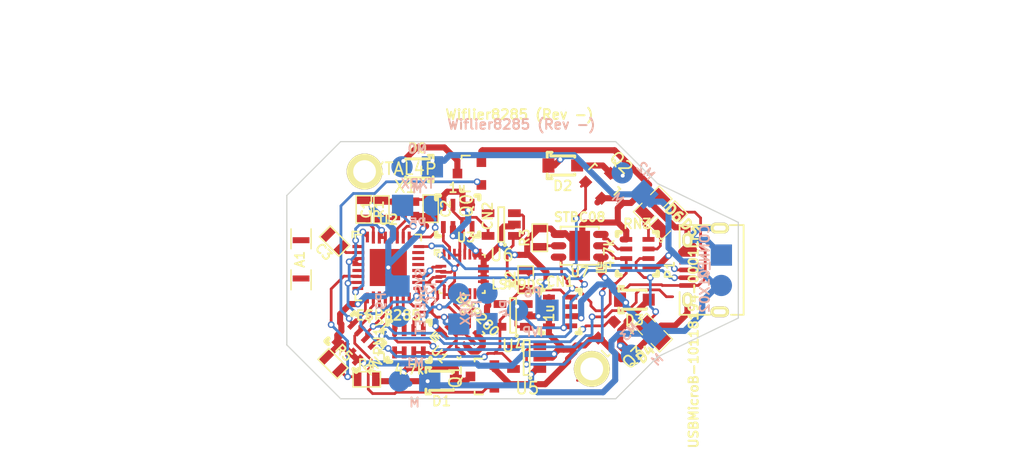
<source format=kicad_pcb>
(kicad_pcb (version 4) (host pcbnew 4.0.4+e1-6308~48~ubuntu16.04.1-stable)

  (general
    (links 153)
    (no_connects 35)
    (area 45.393999 49.125999 83.244001 70.726001)
    (thickness 1.6)
    (drawings 13)
    (tracks 862)
    (zones 0)
    (modules 46)
    (nets 37)
  )

  (page User 139.7 139.7)
  (title_block
    (title Wiflier)
    (rev -)
  )

  (layers
    (0 F.Cu signal)
    (31 B.Cu signal)
    (32 B.Adhes user)
    (33 F.Adhes user)
    (34 B.Paste user)
    (35 F.Paste user)
    (36 B.SilkS user)
    (37 F.SilkS user)
    (38 B.Mask user)
    (39 F.Mask user)
    (40 Dwgs.User user)
    (41 Cmts.User user)
    (42 Eco1.User user)
    (43 Eco2.User user)
    (44 Edge.Cuts user)
  )

  (setup
    (last_trace_width 0.2286)
    (trace_clearance 0.19812)
    (zone_clearance 0.254)
    (zone_45_only no)
    (trace_min 0.01778)
    (segment_width 0.2)
    (edge_width 0.1)
    (via_size 0.5588)
    (via_drill 0.3302)
    (via_min_size 0.5588)
    (via_min_drill 0.2032)
    (uvia_size 0.508)
    (uvia_drill 0.127)
    (uvias_allowed no)
    (uvia_min_size 0.01778)
    (uvia_min_drill 0.127)
    (pcb_text_width 0.3)
    (pcb_text_size 1.5 1.5)
    (mod_edge_width 0.15)
    (mod_text_size 0.762 0.762)
    (mod_text_width 0.1524)
    (pad_size 1.5 1.5)
    (pad_drill 0)
    (pad_to_mask_clearance 0.06858)
    (aux_axis_origin 0 0)
    (visible_elements FFFFFFEF)
    (pcbplotparams
      (layerselection 0x00030_80000001)
      (usegerberextensions true)
      (excludeedgelayer false)
      (linewidth 0.150000)
      (plotframeref false)
      (viasonmask false)
      (mode 1)
      (useauxorigin false)
      (hpglpennumber 1)
      (hpglpenspeed 20)
      (hpglpendiameter 15)
      (hpglpenoverlay 2)
      (psnegative false)
      (psa4output false)
      (plotreference true)
      (plotvalue true)
      (plotinvisibletext false)
      (padsonsilk false)
      (subtractmaskfromsilk false)
      (outputformat 1)
      (mirror false)
      (drillshape 0)
      (scaleselection 1)
      (outputdirectory wiflierEXPA))
  )

  (net 0 "")
  (net 1 GND)
  (net 2 SCL)
  (net 3 SDA)
  (net 4 X1)
  (net 5 X2)
  (net 6 "Net-(C3-Pad1)")
  (net 7 VI)
  (net 8 BATT)
  (net 9 +3V3)
  (net 10 M0)
  (net 11 D-)
  (net 12 D+)
  (net 13 "Net-(R1-Pad2)")
  (net 14 G2)
  (net 15 G0)
  (net 16 PWM0)
  (net 17 PWM1)
  (net 18 PWM2)
  (net 19 PWM3)
  (net 20 +2V5)
  (net 21 GPIO16)
  (net 22 NCB)
  (net 23 NCA)
  (net 24 "Net-(D4-Pad1)")
  (net 25 M1)
  (net 26 M2)
  (net 27 M3)
  (net 28 "Net-(R3-Pad1)")
  (net 29 ADC)
  (net 30 EN_B)
  (net 31 CHRG)
  (net 32 RX)
  (net 33 TX)
  (net 34 "Net-(D5-Pad1)")
  (net 35 "Net-(D6-Pad1)")
  (net 36 "Net-(A1-Pad1)")

  (net_class Default "This is the default net class."
    (clearance 0.19812)
    (trace_width 0.2286)
    (via_dia 0.5588)
    (via_drill 0.3302)
    (uvia_dia 0.508)
    (uvia_drill 0.127)
    (add_net +2V5)
    (add_net +3V3)
    (add_net ADC)
    (add_net CHRG)
    (add_net D+)
    (add_net D-)
    (add_net EN_B)
    (add_net G0)
    (add_net G2)
    (add_net GPIO16)
    (add_net NCA)
    (add_net NCB)
    (add_net "Net-(A1-Pad1)")
    (add_net "Net-(C3-Pad1)")
    (add_net "Net-(D4-Pad1)")
    (add_net "Net-(D5-Pad1)")
    (add_net "Net-(D6-Pad1)")
    (add_net "Net-(R1-Pad2)")
    (add_net "Net-(R3-Pad1)")
    (add_net PWM0)
    (add_net PWM1)
    (add_net PWM2)
    (add_net PWM3)
    (add_net RX)
    (add_net SCL)
    (add_net SDA)
    (add_net TX)
    (add_net VI)
    (add_net X1)
    (add_net X2)
  )

  (net_class MP ""
    (clearance 0.2032)
    (trace_width 0.508)
    (via_dia 0.5588)
    (via_drill 0.3302)
    (uvia_dia 0.508)
    (uvia_drill 0.127)
    (add_net BATT)
    (add_net GND)
    (add_net M0)
    (add_net M1)
    (add_net M2)
    (add_net M3)
  )

  (module SM0603 (layer F.Cu) (tedit 57C0B07D) (tstamp 57D3868A)
    (at 49.308685 67.736385 315)
    (path /57D3B28F)
    (attr smd)
    (fp_text reference R5 (at 0 -1.27 315) (layer F.SilkS)
      (effects (font (size 0.762 0.762) (thickness 0.1524)))
    )
    (fp_text value 200k (at 0 1.27 315) (layer F.SilkS) hide
      (effects (font (size 0.762 0.762) (thickness 0.1524)))
    )
    (fp_line (start -1.143 -0.635) (end 1.143 -0.635) (layer F.SilkS) (width 0.127))
    (fp_line (start 1.143 -0.635) (end 1.143 0.635) (layer F.SilkS) (width 0.127))
    (fp_line (start 1.143 0.635) (end -1.143 0.635) (layer F.SilkS) (width 0.127))
    (fp_line (start -1.143 0.635) (end -1.143 -0.635) (layer F.SilkS) (width 0.127))
    (pad 1 smd rect (at -0.762 0 315) (size 0.635 1.143) (layers F.Cu F.Paste F.Mask)
      (net 1 GND))
    (pad 2 smd rect (at 0.762 0 315) (size 0.635 1.143) (layers F.Cu F.Paste F.Mask)
      (net 29 ADC))
    (model smd\resistors\R0603.wrl
      (at (xyz 0 0 0.001))
      (scale (xyz 0.5 0.5 0.5))
      (rotate (xyz 0 0 0))
    )
  )

  (module HOLE-1.9MM (layer F.Cu) (tedit 54A2C2E9) (tstamp 54D44487)
    (at 51.944 51.676)
    (path /57D3CF6A)
    (fp_text reference P7 (at 0 0) (layer F.SilkS) hide
      (effects (font (size 0.762 0.762) (thickness 0.1524)))
    )
    (fp_text value M (at 0 0) (layer F.SilkS) hide
      (effects (font (size 0.762 0.762) (thickness 0.1524)))
    )
    (pad 1 thru_hole circle (at 0 0) (size 3 3) (drill 1.9) (layers *.Cu *.Mask F.SilkS))
  )

  (module HOLE-1.9MM (layer F.Cu) (tedit 54A2C2E9) (tstamp 54D442E6)
    (at 70.944 68.176)
    (path /57D3D082)
    (fp_text reference P8 (at 0 0) (layer F.SilkS) hide
      (effects (font (size 0.762 0.762) (thickness 0.1524)))
    )
    (fp_text value M (at 0 0) (layer F.SilkS) hide
      (effects (font (size 0.762 0.762) (thickness 0.1524)))
    )
    (pad 1 thru_hole circle (at 0 0) (size 3 3) (drill 1.9) (layers *.Cu *.Mask F.SilkS))
  )

  (module SM0603 (layer F.Cu) (tedit 57C0B07D) (tstamp 57ED4729)
    (at 53.35524 54.85638 90)
    (path /57D3118E)
    (attr smd)
    (fp_text reference C1 (at 0 -1.27 90) (layer F.SilkS)
      (effects (font (size 0.762 0.762) (thickness 0.1524)))
    )
    (fp_text value 5.6p (at 0 1.27 90) (layer F.SilkS) hide
      (effects (font (size 0.762 0.762) (thickness 0.1524)))
    )
    (fp_line (start -1.143 -0.635) (end 1.143 -0.635) (layer F.SilkS) (width 0.127))
    (fp_line (start 1.143 -0.635) (end 1.143 0.635) (layer F.SilkS) (width 0.127))
    (fp_line (start 1.143 0.635) (end -1.143 0.635) (layer F.SilkS) (width 0.127))
    (fp_line (start -1.143 0.635) (end -1.143 -0.635) (layer F.SilkS) (width 0.127))
    (pad 1 smd rect (at -0.762 0 90) (size 0.635 1.143) (layers F.Cu F.Paste F.Mask)
      (net 4 X1))
    (pad 2 smd rect (at 0.762 0 90) (size 0.635 1.143) (layers F.Cu F.Paste F.Mask)
      (net 1 GND))
    (model smd\resistors\R0603.wrl
      (at (xyz 0 0 0.001))
      (scale (xyz 0.5 0.5 0.5))
      (rotate (xyz 0 0 0))
    )
  )

  (module SM0603 (layer F.Cu) (tedit 57C0B07D) (tstamp 57ED4733)
    (at 57.47004 54.78018 270)
    (path /57D3113F)
    (attr smd)
    (fp_text reference C2 (at 0 -1.27 270) (layer F.SilkS)
      (effects (font (size 0.762 0.762) (thickness 0.1524)))
    )
    (fp_text value 5.6p (at 0 1.27 270) (layer F.SilkS) hide
      (effects (font (size 0.762 0.762) (thickness 0.1524)))
    )
    (fp_line (start -1.143 -0.635) (end 1.143 -0.635) (layer F.SilkS) (width 0.127))
    (fp_line (start 1.143 -0.635) (end 1.143 0.635) (layer F.SilkS) (width 0.127))
    (fp_line (start 1.143 0.635) (end -1.143 0.635) (layer F.SilkS) (width 0.127))
    (fp_line (start -1.143 0.635) (end -1.143 -0.635) (layer F.SilkS) (width 0.127))
    (pad 1 smd rect (at -0.762 0 270) (size 0.635 1.143) (layers F.Cu F.Paste F.Mask)
      (net 5 X2))
    (pad 2 smd rect (at 0.762 0 270) (size 0.635 1.143) (layers F.Cu F.Paste F.Mask)
      (net 1 GND))
    (model smd\resistors\R0603.wrl
      (at (xyz 0 0 0.001))
      (scale (xyz 0.5 0.5 0.5))
      (rotate (xyz 0 0 0))
    )
  )

  (module SM0603 (layer F.Cu) (tedit 57C0B07D) (tstamp 57ED473D)
    (at 49.43602 57.48782 135)
    (path /57D311C4)
    (attr smd)
    (fp_text reference C3 (at 0 -1.27 135) (layer F.SilkS)
      (effects (font (size 0.762 0.762) (thickness 0.1524)))
    )
    (fp_text value 5.6p (at 0 1.27 135) (layer F.SilkS) hide
      (effects (font (size 0.762 0.762) (thickness 0.1524)))
    )
    (fp_line (start -1.143 -0.635) (end 1.143 -0.635) (layer F.SilkS) (width 0.127))
    (fp_line (start 1.143 -0.635) (end 1.143 0.635) (layer F.SilkS) (width 0.127))
    (fp_line (start 1.143 0.635) (end -1.143 0.635) (layer F.SilkS) (width 0.127))
    (fp_line (start -1.143 0.635) (end -1.143 -0.635) (layer F.SilkS) (width 0.127))
    (pad 1 smd rect (at -0.762 0 135) (size 0.635 1.143) (layers F.Cu F.Paste F.Mask)
      (net 6 "Net-(C3-Pad1)"))
    (pad 2 smd rect (at 0.762 0 135) (size 0.635 1.143) (layers F.Cu F.Paste F.Mask)
      (net 36 "Net-(A1-Pad1)"))
    (model smd\resistors\R0603.wrl
      (at (xyz 0 0 0.001))
      (scale (xyz 0.5 0.5 0.5))
      (rotate (xyz 0 0 0))
    )
  )

  (module NETWORK1206 (layer F.Cu) (tedit 0) (tstamp 57ED4751)
    (at 68.2908 63.37442 90)
    (path /57D33E5C)
    (fp_text reference CN1 (at 2.5 0 180) (layer F.SilkS)
      (effects (font (size 0.8128 0.7874) (thickness 0.1524)))
    )
    (fp_text value 1u (at -0.13604 -0.91984 90) (layer F.SilkS)
      (effects (font (size 0.8128 0.7874) (thickness 0.1524)))
    )
    (fp_line (start 1.8 1.4) (end 1.8 1.7) (layer F.SilkS) (width 0.381))
    (fp_line (start 1.8 1.7) (end 1.5 1.7) (layer F.SilkS) (width 0.381))
    (fp_line (start -1.8 -1.4) (end -1.8 -1.7) (layer F.SilkS) (width 0.381))
    (fp_line (start -1.8 -1.7) (end -1.5 -1.7) (layer F.SilkS) (width 0.381))
    (fp_line (start 1.5 -1.7) (end 1.8 -1.7) (layer F.SilkS) (width 0.381))
    (fp_line (start 1.8 -1.7) (end 1.8 -1.4) (layer F.SilkS) (width 0.381))
    (fp_line (start -1.8 1.4) (end -1.8 1.7) (layer F.SilkS) (width 0.381))
    (fp_line (start -1.8 1.7) (end -1.5 1.7) (layer F.SilkS) (width 0.381))
    (pad 1 smd rect (at -1.2 0.93 90) (size 0.4 1) (layers F.Cu F.Paste F.Mask)
      (net 7 VI))
    (pad 2 smd rect (at -0.4 0.93 90) (size 0.4 1) (layers F.Cu F.Paste F.Mask)
      (net 8 BATT))
    (pad 3 smd rect (at 0.4 0.93 90) (size 0.4 1) (layers F.Cu F.Paste F.Mask)
      (net 9 +3V3))
    (pad 4 smd rect (at 1.2 0.93 90) (size 0.4 1) (layers F.Cu F.Paste F.Mask)
      (net 9 +3V3))
    (pad 5 smd rect (at 1.2 -0.93 90) (size 0.4 1) (layers F.Cu F.Paste F.Mask)
      (net 1 GND))
    (pad 6 smd rect (at 0.4 -0.93 90) (size 0.4 1) (layers F.Cu F.Paste F.Mask)
      (net 1 GND))
    (pad 7 smd rect (at -0.4 -0.93 90) (size 0.4 1) (layers F.Cu F.Paste F.Mask)
      (net 1 GND))
    (pad 8 smd rect (at -1.2 -0.93 90) (size 0.4 1) (layers F.Cu F.Paste F.Mask)
      (net 1 GND))
  )

  (module SMini2-F5-B (layer F.Cu) (tedit 57D324A4) (tstamp 57ED4761)
    (at 56.37164 51.41976 180)
    (path /57D3840D)
    (fp_text reference D0 (at 0 1.700001 180) (layer F.SilkS)
      (effects (font (size 0.8128 0.8128) (thickness 0.15)))
    )
    (fp_text value D_Schottky (at 0 -1.700001 180) (layer F.Fab)
      (effects (font (size 0.8128 0.8128) (thickness 0.15)))
    )
    (fp_line (start -1.3 0.7) (end -1.3 1.1) (layer F.SilkS) (width 0.25))
    (fp_line (start -1.3 1.1) (end -0.9 1.1) (layer F.SilkS) (width 0.25))
    (fp_line (start -0.9 -1.1) (end -1.3 -1.1) (layer F.SilkS) (width 0.25))
    (fp_line (start -1.3 -1.1) (end -1.3 -0.7) (layer F.SilkS) (width 0.25))
    (fp_line (start -1 0.8) (end -1 0.9) (layer F.SilkS) (width 0.25))
    (fp_line (start -0.9 0.8) (end 0.9 0.8) (layer F.SilkS) (width 0.25))
    (fp_line (start 1 0.8) (end 1 0.7) (layer F.SilkS) (width 0.25))
    (fp_line (start -1 -0.8) (end -1 -0.9) (layer F.SilkS) (width 0.25))
    (fp_line (start -0.9 -0.8) (end 0.9 -0.8) (layer F.SilkS) (width 0.25))
    (fp_line (start 1 -0.8) (end 1 -0.7) (layer F.SilkS) (width 0.25))
    (pad 1 smd rect (at -1.2 0 180) (size 1 1.2) (layers F.Cu F.Paste F.Mask)
      (net 8 BATT))
    (pad 2 smd rect (at 1.2 0 180) (size 1 1) (layers F.Cu F.Paste F.Mask)
      (net 10 M0))
  )

  (module USBMicroB-10118194-0001LF (layer F.Cu) (tedit 0) (tstamp 57ED4777)
    (at 81.64068 59.90336 90)
    (path /57D31A92)
    (fp_text reference P1 (at -0.00254 -4.17322 90) (layer F.SilkS)
      (effects (font (size 0.762 0.762) (thickness 0.1651)))
    )
    (fp_text value USBMicroB-10118194-0001LF (at -5.9182 -2.18694 90) (layer F.SilkS)
      (effects (font (size 0.762 0.762) (thickness 0.1651)))
    )
    (fp_line (start 1.85 -3.35) (end 3.75 -3.35) (layer F.SilkS) (width 0.15))
    (fp_line (start 3.75 -3.35) (end 3.75 -0.8) (layer F.SilkS) (width 0.15))
    (fp_line (start -3.75 -0.8) (end -3.75 -3.35) (layer F.SilkS) (width 0.15))
    (fp_line (start -3.75 -3.35) (end -1.85 -3.35) (layer F.SilkS) (width 0.15))
    (fp_line (start 3.75 2) (end 3.75 0.85) (layer F.SilkS) (width 0.15))
    (fp_line (start -3.75 2) (end -3.75 0.95) (layer F.SilkS) (width 0.15))
    (fp_line (start -2.35 2) (end -3.75 2) (layer F.SilkS) (width 0.15))
    (fp_line (start 2.35 2) (end 3.75 2) (layer F.SilkS) (width 0.15))
    (fp_line (start -2.35 2) (end 2.35 2) (layer F.SilkS) (width 0.15))
    (pad 1 smd rect (at -1.3 -2.7 90) (size 0.39 1.35) (layers F.Cu F.Paste F.Mask)
      (net 7 VI))
    (pad 2 smd rect (at -0.65 -2.7 90) (size 0.39 1.35) (layers F.Cu F.Paste F.Mask)
      (net 11 D-))
    (pad 3 smd rect (at 0 -2.7 90) (size 0.39 1.35) (layers F.Cu F.Paste F.Mask)
      (net 12 D+))
    (pad 4 smd rect (at 0.65 -2.7 90) (size 0.39 1.35) (layers F.Cu F.Paste F.Mask))
    (pad 5 smd rect (at 1.3 -2.7 90) (size 0.39 1.35) (layers F.Cu F.Paste F.Mask)
      (net 1 GND))
    (pad 6 thru_hole oval (at 3.5 0 90) (size 0.9 1.56) (drill oval 0.4 1) (layers *.Cu *.Mask F.SilkS)
      (net 1 GND))
    (pad 7 thru_hole oval (at -3.5 0 90) (size 0.9 1.56) (drill oval 0.4 1) (layers *.Cu *.Mask F.SilkS)
      (net 1 GND))
    (pad 8 thru_hole oval (at 2.5 -2.7 90) (size 1.25 0.85) (drill oval 0.7 0.4) (layers *.Cu *.Mask F.SilkS)
      (net 1 GND))
    (pad 9 thru_hole oval (at -2.5 -2.7 90) (size 1.25 0.85) (drill oval 0.7 0.4) (layers *.Cu *.Mask F.SilkS)
      (net 1 GND))
  )

  (module SM0603 (layer F.Cu) (tedit 57C0B07D) (tstamp 57ED4781)
    (at 51.87696 54.8386 270)
    (path /57D31273)
    (attr smd)
    (fp_text reference R1 (at 0 -1.27 270) (layer F.SilkS)
      (effects (font (size 0.762 0.762) (thickness 0.1524)))
    )
    (fp_text value 12k (at 0 1.27 270) (layer F.SilkS) hide
      (effects (font (size 0.762 0.762) (thickness 0.1524)))
    )
    (fp_line (start -1.143 -0.635) (end 1.143 -0.635) (layer F.SilkS) (width 0.127))
    (fp_line (start 1.143 -0.635) (end 1.143 0.635) (layer F.SilkS) (width 0.127))
    (fp_line (start 1.143 0.635) (end -1.143 0.635) (layer F.SilkS) (width 0.127))
    (fp_line (start -1.143 0.635) (end -1.143 -0.635) (layer F.SilkS) (width 0.127))
    (pad 1 smd rect (at -0.762 0 270) (size 0.635 1.143) (layers F.Cu F.Paste F.Mask)
      (net 1 GND))
    (pad 2 smd rect (at 0.762 0 270) (size 0.635 1.143) (layers F.Cu F.Paste F.Mask)
      (net 13 "Net-(R1-Pad2)"))
    (model smd\resistors\R0603.wrl
      (at (xyz 0 0 0.001))
      (scale (xyz 0.5 0.5 0.5))
      (rotate (xyz 0 0 0))
    )
  )

  (module SM0603 (layer F.Cu) (tedit 57C0B07D) (tstamp 57ED478B)
    (at 65.4177 60.71616 90)
    (path /57D33048)
    (attr smd)
    (fp_text reference R2 (at 0 -1.27 90) (layer F.SilkS)
      (effects (font (size 0.762 0.762) (thickness 0.1524)))
    )
    (fp_text value 1.5k (at 0 1.27 90) (layer F.SilkS) hide
      (effects (font (size 0.762 0.762) (thickness 0.1524)))
    )
    (fp_line (start -1.143 -0.635) (end 1.143 -0.635) (layer F.SilkS) (width 0.127))
    (fp_line (start 1.143 -0.635) (end 1.143 0.635) (layer F.SilkS) (width 0.127))
    (fp_line (start 1.143 0.635) (end -1.143 0.635) (layer F.SilkS) (width 0.127))
    (fp_line (start -1.143 0.635) (end -1.143 -0.635) (layer F.SilkS) (width 0.127))
    (pad 1 smd rect (at -0.762 0 90) (size 0.635 1.143) (layers F.Cu F.Paste F.Mask)
      (net 9 +3V3))
    (pad 2 smd rect (at 0.762 0 90) (size 0.635 1.143) (layers F.Cu F.Paste F.Mask)
      (net 11 D-))
    (model smd\resistors\R0603.wrl
      (at (xyz 0 0 0.001))
      (scale (xyz 0.5 0.5 0.5))
      (rotate (xyz 0 0 0))
    )
  )

  (module SM0603 (layer F.Cu) (tedit 57C0B07D) (tstamp 57ED4795)
    (at 66.5988 57.20842 90)
    (path /57D334D2)
    (attr smd)
    (fp_text reference R3 (at 0 -1.27 90) (layer F.SilkS)
      (effects (font (size 0.762 0.762) (thickness 0.1524)))
    )
    (fp_text value 2.2k (at 0 1.27 90) (layer F.SilkS) hide
      (effects (font (size 0.762 0.762) (thickness 0.1524)))
    )
    (fp_line (start -1.143 -0.635) (end 1.143 -0.635) (layer F.SilkS) (width 0.127))
    (fp_line (start 1.143 -0.635) (end 1.143 0.635) (layer F.SilkS) (width 0.127))
    (fp_line (start 1.143 0.635) (end -1.143 0.635) (layer F.SilkS) (width 0.127))
    (fp_line (start -1.143 0.635) (end -1.143 -0.635) (layer F.SilkS) (width 0.127))
    (pad 1 smd rect (at -0.762 0 90) (size 0.635 1.143) (layers F.Cu F.Paste F.Mask)
      (net 28 "Net-(R3-Pad1)"))
    (pad 2 smd rect (at 0.762 0 90) (size 0.635 1.143) (layers F.Cu F.Paste F.Mask)
      (net 1 GND))
    (model smd\resistors\R0603.wrl
      (at (xyz 0 0 0.001))
      (scale (xyz 0.5 0.5 0.5))
      (rotate (xyz 0 0 0))
    )
  )

  (module SM0603 (layer F.Cu) (tedit 57C0B07D) (tstamp 57ED479F)
    (at 52.12588 69.0499)
    (path /57D3B384)
    (attr smd)
    (fp_text reference R4 (at 0 -1.27) (layer F.SilkS)
      (effects (font (size 0.762 0.762) (thickness 0.1524)))
    )
    (fp_text value 1M (at 0 1.27) (layer F.SilkS) hide
      (effects (font (size 0.762 0.762) (thickness 0.1524)))
    )
    (fp_line (start -1.143 -0.635) (end 1.143 -0.635) (layer F.SilkS) (width 0.127))
    (fp_line (start 1.143 -0.635) (end 1.143 0.635) (layer F.SilkS) (width 0.127))
    (fp_line (start 1.143 0.635) (end -1.143 0.635) (layer F.SilkS) (width 0.127))
    (fp_line (start -1.143 0.635) (end -1.143 -0.635) (layer F.SilkS) (width 0.127))
    (pad 1 smd rect (at -0.762 0) (size 0.635 1.143) (layers F.Cu F.Paste F.Mask)
      (net 29 ADC))
    (pad 2 smd rect (at 0.762 0) (size 0.635 1.143) (layers F.Cu F.Paste F.Mask)
      (net 8 BATT))
    (model smd\resistors\R0603.wrl
      (at (xyz 0 0 0.001))
      (scale (xyz 0.5 0.5 0.5))
      (rotate (xyz 0 0 0))
    )
  )

  (module NETWORK1206 (layer F.Cu) (tedit 0) (tstamp 57ED47B3)
    (at 55.65648 65.86982 180)
    (path /57D322CC)
    (fp_text reference RN1 (at 2.5 0 270) (layer F.SilkS)
      (effects (font (size 0.8128 0.7874) (thickness 0.1524)))
    )
    (fp_text value 4.7k (at -0.033 -2.356 180) (layer F.SilkS)
      (effects (font (size 0.8128 0.7874) (thickness 0.1524)))
    )
    (fp_line (start 1.8 1.4) (end 1.8 1.7) (layer F.SilkS) (width 0.381))
    (fp_line (start 1.8 1.7) (end 1.5 1.7) (layer F.SilkS) (width 0.381))
    (fp_line (start -1.8 -1.4) (end -1.8 -1.7) (layer F.SilkS) (width 0.381))
    (fp_line (start -1.8 -1.7) (end -1.5 -1.7) (layer F.SilkS) (width 0.381))
    (fp_line (start 1.5 -1.7) (end 1.8 -1.7) (layer F.SilkS) (width 0.381))
    (fp_line (start 1.8 -1.7) (end 1.8 -1.4) (layer F.SilkS) (width 0.381))
    (fp_line (start -1.8 1.4) (end -1.8 1.7) (layer F.SilkS) (width 0.381))
    (fp_line (start -1.8 1.7) (end -1.5 1.7) (layer F.SilkS) (width 0.381))
    (pad 1 smd rect (at -1.2 0.93 180) (size 0.4 1) (layers F.Cu F.Paste F.Mask)
      (net 2 SCL))
    (pad 2 smd rect (at -0.4 0.93 180) (size 0.4 1) (layers F.Cu F.Paste F.Mask)
      (net 3 SDA))
    (pad 3 smd rect (at 0.4 0.93 180) (size 0.4 1) (layers F.Cu F.Paste F.Mask)
      (net 15 G0))
    (pad 4 smd rect (at 1.2 0.93 180) (size 0.4 1) (layers F.Cu F.Paste F.Mask)
      (net 14 G2))
    (pad 5 smd rect (at 1.2 -0.93 180) (size 0.4 1) (layers F.Cu F.Paste F.Mask)
      (net 9 +3V3))
    (pad 6 smd rect (at 0.4 -0.93 180) (size 0.4 1) (layers F.Cu F.Paste F.Mask)
      (net 9 +3V3))
    (pad 7 smd rect (at -0.4 -0.93 180) (size 0.4 1) (layers F.Cu F.Paste F.Mask)
      (net 20 +2V5))
    (pad 8 smd rect (at -1.2 -0.93 180) (size 0.4 1) (layers F.Cu F.Paste F.Mask)
      (net 20 +2V5))
  )

  (module NETWORK1206 (layer F.Cu) (tedit 0) (tstamp 57ED47C7)
    (at 51.17084 65.93078 315)
    (path /57D32D11)
    (fp_text reference RN2 (at 2.5 0 405) (layer F.SilkS)
      (effects (font (size 0.8128 0.7874) (thickness 0.1524)))
    )
    (fp_text value 4.7k (at -0.033 -2.356 315) (layer F.SilkS)
      (effects (font (size 0.8128 0.7874) (thickness 0.1524)))
    )
    (fp_line (start 1.8 1.4) (end 1.8 1.7) (layer F.SilkS) (width 0.381))
    (fp_line (start 1.8 1.7) (end 1.5 1.7) (layer F.SilkS) (width 0.381))
    (fp_line (start -1.8 -1.4) (end -1.8 -1.7) (layer F.SilkS) (width 0.381))
    (fp_line (start -1.8 -1.7) (end -1.5 -1.7) (layer F.SilkS) (width 0.381))
    (fp_line (start 1.5 -1.7) (end 1.8 -1.7) (layer F.SilkS) (width 0.381))
    (fp_line (start 1.8 -1.7) (end 1.8 -1.4) (layer F.SilkS) (width 0.381))
    (fp_line (start -1.8 1.4) (end -1.8 1.7) (layer F.SilkS) (width 0.381))
    (fp_line (start -1.8 1.7) (end -1.5 1.7) (layer F.SilkS) (width 0.381))
    (pad 1 smd rect (at -1.2 0.93 315) (size 0.4 1) (layers F.Cu F.Paste F.Mask)
      (net 1 GND))
    (pad 2 smd rect (at -0.4 0.93 315) (size 0.4 1) (layers F.Cu F.Paste F.Mask)
      (net 1 GND))
    (pad 3 smd rect (at 0.4 0.93 315) (size 0.4 1) (layers F.Cu F.Paste F.Mask)
      (net 1 GND))
    (pad 4 smd rect (at 1.2 0.93 315) (size 0.4 1) (layers F.Cu F.Paste F.Mask)
      (net 1 GND))
    (pad 5 smd rect (at 1.2 -0.93 315) (size 0.4 1) (layers F.Cu F.Paste F.Mask)
      (net 19 PWM3))
    (pad 6 smd rect (at 0.4 -0.93 315) (size 0.4 1) (layers F.Cu F.Paste F.Mask)
      (net 18 PWM2))
    (pad 7 smd rect (at -0.4 -0.93 315) (size 0.4 1) (layers F.Cu F.Paste F.Mask)
      (net 17 PWM1))
    (pad 8 smd rect (at -1.2 -0.93 315) (size 0.4 1) (layers F.Cu F.Paste F.Mask)
      (net 16 PWM0))
  )

  (module BMP280 (layer F.Cu) (tedit 0) (tstamp 57ED47E8)
    (at 59.98718 65.34912 135)
    (path /57D35723)
    (fp_text reference U1 (at 0.1 -2.4 135) (layer F.SilkS)
      (effects (font (size 0.762 0.762) (thickness 0.1524)))
    )
    (fp_text value BMP280 (at 0.2 2.2 135) (layer F.SilkS)
      (effects (font (size 0.762 0.762) (thickness 0.1524)))
    )
    (fp_line (start 1.1 -1.9) (end 1.7 -1.9) (layer F.SilkS) (width 0.15))
    (fp_line (start 1.7 -1.9) (end 1.7 -1.3) (layer F.SilkS) (width 0.15))
    (fp_line (start 1.1 -1.7) (end 1.4 -1.7) (layer F.SilkS) (width 0.15))
    (fp_line (start 1.4 -1.7) (end 1.5 -1.7) (layer F.SilkS) (width 0.15))
    (fp_line (start 1.5 -1.7) (end 1.5 -1.3) (layer F.SilkS) (width 0.15))
    (fp_line (start -1.3 1.3) (end -1.3 1.5) (layer F.SilkS) (width 0.15))
    (fp_line (start -1.3 1.5) (end -1.1 1.5) (layer F.SilkS) (width 0.15))
    (fp_line (start 1.3 1.3) (end 1.3 1.5) (layer F.SilkS) (width 0.15))
    (fp_line (start 1.3 1.5) (end 1.1 1.5) (layer F.SilkS) (width 0.15))
    (fp_line (start 1.3 -1.3) (end 1.3 -1.5) (layer F.SilkS) (width 0.15))
    (fp_line (start 1.3 -1.5) (end 1.1 -1.5) (layer F.SilkS) (width 0.15))
    (fp_line (start -1.3 -1.3) (end -1.3 -1.5) (layer F.SilkS) (width 0.15))
    (fp_line (start -1.3 -1.5) (end -1.1 -1.5) (layer F.SilkS) (width 0.15))
    (pad 1 smd rect (at 1 -0.975 135) (size 0.9 0.35) (layers F.Cu F.Paste F.Mask)
      (net 1 GND))
    (pad 2 smd rect (at 1 -0.325 135) (size 0.9 0.35) (layers F.Cu F.Paste F.Mask)
      (net 20 +2V5))
    (pad 3 smd rect (at 1 0.325 135) (size 0.9 0.35) (layers F.Cu F.Paste F.Mask)
      (net 3 SDA))
    (pad 4 smd rect (at 1 0.975 135) (size 0.9 0.35) (layers F.Cu F.Paste F.Mask)
      (net 2 SCL))
    (pad 5 smd rect (at -1 0.975 135) (size 0.9 0.35) (layers F.Cu F.Paste F.Mask)
      (net 1 GND))
    (pad 6 smd rect (at -1 0.325 135) (size 0.9 0.35) (layers F.Cu F.Paste F.Mask)
      (net 20 +2V5))
    (pad 7 smd rect (at -1 -0.325 135) (size 0.9 0.35) (layers F.Cu F.Paste F.Mask)
      (net 1 GND))
    (pad 8 smd rect (at -1 -0.975 135) (size 0.9 0.35) (layers F.Cu F.Paste F.Mask)
      (net 20 +2V5))
  )

  (module QFN32 (layer F.Cu) (tedit 0) (tstamp 57ED4817)
    (at 53.92928 59.70016)
    (path /57D3108A)
    (fp_text reference U2 (at 0 -4) (layer F.SilkS)
      (effects (font (size 0.8128 0.8128) (thickness 0.16524)))
    )
    (fp_text value ESP8285 (at 0 4) (layer F.SilkS)
      (effects (font (size 0.8128 0.8128) (thickness 0.16524)))
    )
    (fp_line (start -2.75 2.25) (end -2.75 2.75) (layer F.SilkS) (width 0.15))
    (fp_line (start -2.75 2.75) (end -2.25 2.75) (layer F.SilkS) (width 0.15))
    (fp_line (start 2.75 2.25) (end 2.75 2.75) (layer F.SilkS) (width 0.15))
    (fp_line (start 2.75 2.75) (end 2.25 2.75) (layer F.SilkS) (width 0.15))
    (fp_line (start 2.25 -2.75) (end 2.75 -2.75) (layer F.SilkS) (width 0.15))
    (fp_line (start 2.75 -2.75) (end 2.75 -2.25) (layer F.SilkS) (width 0.15))
    (fp_line (start -3 -2.5) (end -3 -3) (layer F.SilkS) (width 0.15))
    (fp_line (start -3 -3) (end -2.5 -3) (layer F.SilkS) (width 0.15))
    (fp_line (start -2.25 -2.75) (end -2.75 -2.75) (layer F.SilkS) (width 0.15))
    (fp_line (start -2.75 -2.75) (end -2.75 -2.25) (layer F.SilkS) (width 0.15))
    (pad 33 smd rect (at 0 0) (size 3.1 3.1) (layers F.Cu F.Paste F.Mask)
      (net 1 GND))
    (pad 1 smd rect (at -2.55 -1.75) (size 0.9 0.26) (layers F.Cu F.Paste F.Mask)
      (net 9 +3V3))
    (pad 2 smd rect (at -2.5 -1.25) (size 1 0.26) (layers F.Cu F.Paste F.Mask)
      (net 6 "Net-(C3-Pad1)"))
    (pad 3 smd rect (at -2.5 -0.75) (size 1 0.26) (layers F.Cu F.Paste F.Mask)
      (net 9 +3V3))
    (pad 4 smd rect (at -2.5 -0.25) (size 1 0.26) (layers F.Cu F.Paste F.Mask)
      (net 9 +3V3))
    (pad 5 smd rect (at -2.5 0.25) (size 1 0.26) (layers F.Cu F.Paste F.Mask))
    (pad 6 smd rect (at -2.5 0.75) (size 1 0.26) (layers F.Cu F.Paste F.Mask)
      (net 29 ADC))
    (pad 7 smd rect (at -2.5 1.25) (size 1 0.26) (layers F.Cu F.Paste F.Mask)
      (net 9 +3V3))
    (pad 8 smd rect (at -2.55 1.75) (size 0.9 0.26) (layers F.Cu F.Paste F.Mask)
      (net 21 GPIO16))
    (pad 9 smd rect (at -1.75 2.55) (size 0.26 0.9) (layers F.Cu F.Paste F.Mask)
      (net 16 PWM0))
    (pad 10 smd rect (at -1.25 2.5) (size 0.26 1) (layers F.Cu F.Paste F.Mask)
      (net 17 PWM1))
    (pad 11 smd rect (at -0.75 2.5) (size 0.26 1) (layers F.Cu F.Paste F.Mask)
      (net 9 +3V3))
    (pad 12 smd rect (at -0.25 2.5) (size 0.26 1) (layers F.Cu F.Paste F.Mask)
      (net 18 PWM2))
    (pad 13 smd rect (at 0.25 2.5) (size 0.26 1) (layers F.Cu F.Paste F.Mask)
      (net 19 PWM3))
    (pad 14 smd rect (at 0.75 2.5) (size 0.26 1) (layers F.Cu F.Paste F.Mask)
      (net 14 G2))
    (pad 15 smd rect (at 1.25 2.5) (size 0.26 1) (layers F.Cu F.Paste F.Mask)
      (net 15 G0))
    (pad 16 smd rect (at 1.75 2.55) (size 0.26 0.9) (layers F.Cu F.Paste F.Mask)
      (net 11 D-))
    (pad 17 smd rect (at 2.55 1.75) (size 0.9 0.26) (layers F.Cu F.Paste F.Mask)
      (net 9 +3V3))
    (pad 18 smd rect (at 2.5 1.25) (size 1 0.26) (layers F.Cu F.Paste F.Mask)
      (net 3 SDA))
    (pad 19 smd rect (at 2.5 0.75) (size 1 0.26) (layers F.Cu F.Paste F.Mask)
      (net 2 SCL))
    (pad 20 smd rect (at 2.5 0.25) (size 1 0.26) (layers F.Cu F.Paste F.Mask))
    (pad 21 smd rect (at 2.5 -0.25) (size 1 0.26) (layers F.Cu F.Paste F.Mask))
    (pad 22 smd rect (at 2.5 -0.75) (size 1 0.26) (layers F.Cu F.Paste F.Mask))
    (pad 23 smd rect (at 2.5 -1.25) (size 1 0.26) (layers F.Cu F.Paste F.Mask))
    (pad 24 smd rect (at 2.55 -1.75) (size 0.9 0.26) (layers F.Cu F.Paste F.Mask)
      (net 12 D+))
    (pad 25 smd rect (at 1.75 -2.55) (size 0.26 0.9) (layers F.Cu F.Paste F.Mask)
      (net 32 RX))
    (pad 26 smd rect (at 1.25 -2.5) (size 0.26 1) (layers F.Cu F.Paste F.Mask)
      (net 33 TX))
    (pad 27 smd rect (at 0.75 -2.5) (size 0.26 1) (layers F.Cu F.Paste F.Mask)
      (net 5 X2))
    (pad 28 smd rect (at 0.25 -2.5) (size 0.26 1) (layers F.Cu F.Paste F.Mask)
      (net 4 X1))
    (pad 29 smd rect (at -0.25 -2.5) (size 0.26 1) (layers F.Cu F.Paste F.Mask)
      (net 9 +3V3))
    (pad 30 smd rect (at -0.75 -2.5) (size 0.26 1) (layers F.Cu F.Paste F.Mask)
      (net 9 +3V3))
    (pad 31 smd rect (at -1.25 -2.5) (size 0.26 1) (layers F.Cu F.Paste F.Mask)
      (net 13 "Net-(R1-Pad2)"))
    (pad 32 smd rect (at -1.75 -2.55) (size 0.26 0.9) (layers F.Cu F.Paste F.Mask)
      (net 21 GPIO16))
  )

  (module LGA-24B (layer F.Cu) (tedit 0) (tstamp 57ED483F)
    (at 60.10148 60.2361)
    (path /57D3644C)
    (fp_text reference U3 (at 0.3175 -3.048) (layer F.SilkS)
      (effects (font (size 0.762 0.762) (thickness 0.1524)))
    )
    (fp_text value LSM9DS1 (at 5.0165 0.889) (layer F.SilkS)
      (effects (font (size 0.762 0.762) (thickness 0.1524)))
    )
    (fp_line (start -1.9 -2) (end -2.3 -2) (layer F.SilkS) (width 0.15))
    (fp_line (start -2.3 -2) (end -2.3 -1.6) (layer F.SilkS) (width 0.15))
    (fp_line (start -2.1 -1.5) (end -2.1 -1.8) (layer F.SilkS) (width 0.15))
    (fp_line (start -2.1 -1.8) (end -1.8 -1.8) (layer F.SilkS) (width 0.15))
    (fp_line (start 1.7 1.6) (end 1.9 1.6) (layer F.SilkS) (width 0.15))
    (fp_line (start 1.9 1.6) (end 1.9 1.4) (layer F.SilkS) (width 0.15))
    (fp_line (start -1.7 1.6) (end -1.9 1.6) (layer F.SilkS) (width 0.15))
    (fp_line (start -1.9 1.6) (end -1.9 1.4) (layer F.SilkS) (width 0.15))
    (fp_line (start 1.7 -1.6) (end 1.9 -1.6) (layer F.SilkS) (width 0.15))
    (fp_line (start 1.9 -1.6) (end 1.9 -1.4) (layer F.SilkS) (width 0.15))
    (fp_line (start -1.7 -1.6) (end -1.9 -1.6) (layer F.SilkS) (width 0.15))
    (fp_line (start -1.9 -1.6) (end -1.9 -1.4) (layer F.SilkS) (width 0.15))
    (pad 1 smd rect (at -1.505 -1.65 90) (size 0.9 0.23) (layers F.Cu F.Paste F.Mask)
      (net 20 +2V5))
    (pad 2 smd rect (at -1.778 -0.645) (size 0.9 0.23) (layers F.Cu F.Paste F.Mask)
      (net 2 SCL))
    (pad 3 smd rect (at -1.778 -0.215) (size 0.9 0.23) (layers F.Cu F.Paste F.Mask)
      (net 20 +2V5))
    (pad 4 smd rect (at -1.778 0.215) (size 0.9 0.23) (layers F.Cu F.Paste F.Mask)
      (net 3 SDA))
    (pad 5 smd rect (at -1.778 0.645) (size 0.9 0.23) (layers F.Cu F.Paste F.Mask)
      (net 20 +2V5))
    (pad 6 smd rect (at -1.505 1.65 90) (size 0.9 0.23) (layers F.Cu F.Paste F.Mask)
      (net 20 +2V5))
    (pad 7 smd rect (at -1.075 1.65 90) (size 0.9 0.23) (layers F.Cu F.Paste F.Mask)
      (net 20 +2V5))
    (pad 8 smd rect (at -0.645 1.65 90) (size 0.9 0.23) (layers F.Cu F.Paste F.Mask)
      (net 20 +2V5))
    (pad 9 smd rect (at -0.215 1.65 90) (size 0.9 0.23) (layers F.Cu F.Paste F.Mask))
    (pad 10 smd rect (at 0.215 1.65 90) (size 0.9 0.23) (layers F.Cu F.Paste F.Mask))
    (pad 11 smd rect (at 0.645 1.65 90) (size 0.9 0.23) (layers F.Cu F.Paste F.Mask))
    (pad 12 smd rect (at 1.075 1.65 90) (size 0.9 0.23) (layers F.Cu F.Paste F.Mask))
    (pad 13 smd rect (at 1.505 1.65 90) (size 0.9 0.23) (layers F.Cu F.Paste F.Mask))
    (pad 14 smd rect (at 1.778 0.645) (size 0.9 0.23) (layers F.Cu F.Paste F.Mask)
      (net 1 GND))
    (pad 15 smd rect (at 1.778 0.215) (size 0.9 0.23) (layers F.Cu F.Paste F.Mask)
      (net 1 GND))
    (pad 16 smd rect (at 1.778 -0.215) (size 0.9 0.23) (layers F.Cu F.Paste F.Mask)
      (net 1 GND))
    (pad 17 smd rect (at 1.778 -0.645) (size 0.9 0.23) (layers F.Cu F.Paste F.Mask)
      (net 1 GND))
    (pad 18 smd rect (at 1.505 -1.65 90) (size 0.9 0.23) (layers F.Cu F.Paste F.Mask)
      (net 1 GND))
    (pad 19 smd rect (at 1.075 -1.65 90) (size 0.9 0.23) (layers F.Cu F.Paste F.Mask)
      (net 1 GND))
    (pad 20 smd rect (at 0.645 -1.65 90) (size 0.9 0.23) (layers F.Cu F.Paste F.Mask)
      (net 1 GND))
    (pad 21 smd rect (at 0.215 -1.65 90) (size 0.9 0.23) (layers F.Cu F.Paste F.Mask)
      (net 23 NCA))
    (pad 22 smd rect (at -0.215 -1.65 90) (size 0.9 0.23) (layers F.Cu F.Paste F.Mask)
      (net 20 +2V5))
    (pad 23 smd rect (at -0.645 -1.65 90) (size 0.9 0.23) (layers F.Cu F.Paste F.Mask)
      (net 20 +2V5))
    (pad 24 smd rect (at -1.075 -1.65 90) (size 0.9 0.23) (layers F.Cu F.Paste F.Mask)
      (net 22 NCB))
  )

  (module XTAL4TINY (layer F.Cu) (tedit 0) (tstamp 57ED4847)
    (at 55.36692 54.79542)
    (path /57D310F0)
    (fp_text reference X1 (at 0 -1.85) (layer F.SilkS)
      (effects (font (size 1 1) (thickness 0.15)))
    )
    (fp_text value XTAL4P (at -0.05 -3.35) (layer F.SilkS)
      (effects (font (size 1 1) (thickness 0.15)))
    )
    (pad 1 smd rect (at -0.8 0.6) (size 0.7 0.7) (layers F.Cu F.Paste F.Mask)
      (net 4 X1))
    (pad 2 smd rect (at 0.8 -0.6) (size 0.7 0.7) (layers F.Cu F.Paste F.Mask)
      (net 5 X2))
    (pad 3 smd rect (at -0.8 -0.6) (size 0.7 0.7) (layers F.Cu F.Paste F.Mask)
      (net 1 GND))
    (pad 4 smd rect (at 0.8 0.6) (size 0.7 0.7) (layers F.Cu F.Paste F.Mask)
      (net 1 GND))
  )

  (module SOT-23 (layer F.Cu) (tedit 57D37C15) (tstamp 57F31404)
    (at 60.71108 51.84394 90)
    (descr "SOT-23, Standard")
    (tags SOT-23)
    (path /57D377F4)
    (attr smd)
    (fp_text reference Q0 (at -2.690485 -0.233487 90) (layer F.SilkS)
      (effects (font (size 1 1) (thickness 0.15)))
    )
    (fp_text value NFET (at 0 2.3 90) (layer F.Fab)
      (effects (font (size 1 1) (thickness 0.15)))
    )
    (fp_line (start -1.65 -1.6) (end 1.65 -1.6) (layer F.CrtYd) (width 0.05))
    (fp_line (start 1.65 -1.6) (end 1.65 1.6) (layer F.CrtYd) (width 0.05))
    (fp_line (start 1.65 1.6) (end -1.65 1.6) (layer F.CrtYd) (width 0.05))
    (fp_line (start -1.65 1.6) (end -1.65 -1.6) (layer F.CrtYd) (width 0.05))
    (fp_line (start 1.29916 -0.65024) (end 1.2509 -0.65024) (layer F.SilkS) (width 0.15))
    (fp_line (start -1.49982 0.0508) (end -1.49982 -0.65024) (layer F.SilkS) (width 0.15))
    (fp_line (start -1.49982 -0.65024) (end -1.2509 -0.65024) (layer F.SilkS) (width 0.15))
    (fp_line (start 1.29916 -0.65024) (end 1.49982 -0.65024) (layer F.SilkS) (width 0.15))
    (fp_line (start 1.49982 -0.65024) (end 1.49982 0.0508) (layer F.SilkS) (width 0.15))
    (pad 1 smd rect (at -0.95 1.00076 90) (size 0.8001 0.8001) (layers F.Cu F.Paste F.Mask)
      (net 16 PWM0))
    (pad 2 smd rect (at 0.95 1.00076 90) (size 0.8001 0.8001) (layers F.Cu F.Paste F.Mask)
      (net 1 GND))
    (pad 3 smd rect (at 0 -0.99822 90) (size 0.8001 0.8001) (layers F.Cu F.Paste F.Mask)
      (net 10 M0))
    (model TO_SOT_Packages_SMD.3dshapes/SOT-23.wrl
      (at (xyz 0 0 0))
      (scale (xyz 1 1 1))
      (rotate (xyz 0 0 0))
    )
  )

  (module NETWORK1206 (layer F.Cu) (tedit 0) (tstamp 57D38601)
    (at 59.73318 55.38724)
    (path /57D38396)
    (fp_text reference CN2 (at 2.5 0 90) (layer F.SilkS)
      (effects (font (size 0.8128 0.7874) (thickness 0.1524)))
    )
    (fp_text value 1u (at -0.033 -2.356) (layer F.SilkS)
      (effects (font (size 0.8128 0.7874) (thickness 0.1524)))
    )
    (fp_line (start 1.8 1.4) (end 1.8 1.7) (layer F.SilkS) (width 0.381))
    (fp_line (start 1.8 1.7) (end 1.5 1.7) (layer F.SilkS) (width 0.381))
    (fp_line (start -1.8 -1.4) (end -1.8 -1.7) (layer F.SilkS) (width 0.381))
    (fp_line (start -1.8 -1.7) (end -1.5 -1.7) (layer F.SilkS) (width 0.381))
    (fp_line (start 1.5 -1.7) (end 1.8 -1.7) (layer F.SilkS) (width 0.381))
    (fp_line (start 1.8 -1.7) (end 1.8 -1.4) (layer F.SilkS) (width 0.381))
    (fp_line (start -1.8 1.4) (end -1.8 1.7) (layer F.SilkS) (width 0.381))
    (fp_line (start -1.8 1.7) (end -1.5 1.7) (layer F.SilkS) (width 0.381))
    (pad 1 smd rect (at -1.2 0.93) (size 0.4 1) (layers F.Cu F.Paste F.Mask)
      (net 22 NCB))
    (pad 2 smd rect (at -0.4 0.93) (size 0.4 1) (layers F.Cu F.Paste F.Mask)
      (net 1 GND))
    (pad 3 smd rect (at 0.4 0.93) (size 0.4 1) (layers F.Cu F.Paste F.Mask)
      (net 20 +2V5))
    (pad 4 smd rect (at 1.2 0.93) (size 0.4 1) (layers F.Cu F.Paste F.Mask)
      (net 23 NCA))
    (pad 5 smd rect (at 1.2 -0.93) (size 0.4 1) (layers F.Cu F.Paste F.Mask)
      (net 1 GND))
    (pad 6 smd rect (at 0.4 -0.93) (size 0.4 1) (layers F.Cu F.Paste F.Mask)
      (net 1 GND))
    (pad 7 smd rect (at -0.4 -0.93) (size 0.4 1) (layers F.Cu F.Paste F.Mask)
      (net 20 +2V5))
    (pad 8 smd rect (at -1.2 -0.93) (size 0.4 1) (layers F.Cu F.Paste F.Mask)
      (net 1 GND))
  )

  (module SM0805 (layer F.Cu) (tedit 57CB2219) (tstamp 57D3860E)
    (at 76.03744 54.50586 45)
    (path /57D35217)
    (attr smd)
    (fp_text reference D6 (at 0.81 1.72 135) (layer F.SilkS)
      (effects (font (size 0.8128 0.8128) (thickness 0.2032)))
    )
    (fp_text value GRN (at -0.55 1.72 135) (layer Eco2.User)
      (effects (font (size 0.8128 0.8128) (thickness 0.2032)))
    )
    (fp_circle (center -1.651 0.762) (end -1.651 0.635) (layer F.SilkS) (width 0.09906))
    (fp_line (start -0.508 0.762) (end -1.524 0.762) (layer F.SilkS) (width 0.09906))
    (fp_line (start -1.524 0.762) (end -1.524 -0.762) (layer F.SilkS) (width 0.09906))
    (fp_line (start -1.524 -0.762) (end -0.508 -0.762) (layer F.SilkS) (width 0.09906))
    (fp_line (start 0.508 -0.762) (end 1.524 -0.762) (layer F.SilkS) (width 0.09906))
    (fp_line (start 1.524 -0.762) (end 1.524 0.762) (layer F.SilkS) (width 0.09906))
    (fp_line (start 1.524 0.762) (end 0.508 0.762) (layer F.SilkS) (width 0.09906))
    (pad 1 smd rect (at -0.9525 0 45) (size 0.889 1.397) (layers F.Cu F.Paste F.Mask)
      (net 35 "Net-(D6-Pad1)"))
    (pad 2 smd rect (at 0.9525 0 45) (size 0.889 1.397) (layers F.Cu F.Paste F.Mask)
      (net 8 BATT))
    (model smd/chip_cms.wrl
      (at (xyz 0 0 0))
      (scale (xyz 0.1 0.1 0.1))
      (rotate (xyz 0 0 0))
    )
  )

  (module SMini2-F5-B (layer F.Cu) (tedit 57D324A4) (tstamp 57D3861E)
    (at 58.37682 69.16928)
    (path /57D399F3)
    (fp_text reference D1 (at 0 1.7) (layer F.SilkS)
      (effects (font (size 0.8128 0.8128) (thickness 0.15)))
    )
    (fp_text value D_Schottky (at 0 -1.7) (layer F.Fab)
      (effects (font (size 0.8128 0.8128) (thickness 0.15)))
    )
    (fp_line (start -1.3 0.7) (end -1.3 1.1) (layer F.SilkS) (width 0.25))
    (fp_line (start -1.3 1.1) (end -0.9 1.1) (layer F.SilkS) (width 0.25))
    (fp_line (start -0.9 -1.1) (end -1.3 -1.1) (layer F.SilkS) (width 0.25))
    (fp_line (start -1.3 -1.1) (end -1.3 -0.7) (layer F.SilkS) (width 0.25))
    (fp_line (start -1 0.8) (end -1 0.9) (layer F.SilkS) (width 0.25))
    (fp_line (start -0.9 0.8) (end 0.9 0.8) (layer F.SilkS) (width 0.25))
    (fp_line (start 1 0.8) (end 1 0.7) (layer F.SilkS) (width 0.25))
    (fp_line (start -1 -0.8) (end -1 -0.9) (layer F.SilkS) (width 0.25))
    (fp_line (start -0.9 -0.8) (end 0.9 -0.8) (layer F.SilkS) (width 0.25))
    (fp_line (start 1 -0.8) (end 1 -0.7) (layer F.SilkS) (width 0.25))
    (pad 1 smd rect (at -1.2 0) (size 1 1.2) (layers F.Cu F.Paste F.Mask)
      (net 8 BATT))
    (pad 2 smd rect (at 1.2 0) (size 1 1) (layers F.Cu F.Paste F.Mask)
      (net 25 M1))
  )

  (module SMini2-F5-B (layer F.Cu) (tedit 57D324A4) (tstamp 57D3862E)
    (at 68.51904 51.17084)
    (path /57D39E32)
    (fp_text reference D2 (at 0 1.7) (layer F.SilkS)
      (effects (font (size 0.8128 0.8128) (thickness 0.15)))
    )
    (fp_text value D_Schottky (at 0 -1.7) (layer F.Fab)
      (effects (font (size 0.8128 0.8128) (thickness 0.15)))
    )
    (fp_line (start -1.3 0.7) (end -1.3 1.1) (layer F.SilkS) (width 0.25))
    (fp_line (start -1.3 1.1) (end -0.9 1.1) (layer F.SilkS) (width 0.25))
    (fp_line (start -0.9 -1.1) (end -1.3 -1.1) (layer F.SilkS) (width 0.25))
    (fp_line (start -1.3 -1.1) (end -1.3 -0.7) (layer F.SilkS) (width 0.25))
    (fp_line (start -1 0.8) (end -1 0.9) (layer F.SilkS) (width 0.25))
    (fp_line (start -0.9 0.8) (end 0.9 0.8) (layer F.SilkS) (width 0.25))
    (fp_line (start 1 0.8) (end 1 0.7) (layer F.SilkS) (width 0.25))
    (fp_line (start -1 -0.8) (end -1 -0.9) (layer F.SilkS) (width 0.25))
    (fp_line (start -0.9 -0.8) (end 0.9 -0.8) (layer F.SilkS) (width 0.25))
    (fp_line (start 1 -0.8) (end 1 -0.7) (layer F.SilkS) (width 0.25))
    (pad 1 smd rect (at -1.2 0) (size 1 1.2) (layers F.Cu F.Paste F.Mask)
      (net 8 BATT))
    (pad 2 smd rect (at 1.2 0) (size 1 1) (layers F.Cu F.Paste F.Mask)
      (net 26 M2))
  )

  (module SMini2-F5-B (layer F.Cu) (tedit 57D324A4) (tstamp 57D3863E)
    (at 74.50582 62.39002)
    (path /57D39E4F)
    (fp_text reference D3 (at 0 1.7) (layer F.SilkS)
      (effects (font (size 0.8128 0.8128) (thickness 0.15)))
    )
    (fp_text value D_Schottky (at 0 -1.7) (layer F.Fab)
      (effects (font (size 0.8128 0.8128) (thickness 0.15)))
    )
    (fp_line (start -1.3 0.7) (end -1.3 1.1) (layer F.SilkS) (width 0.25))
    (fp_line (start -1.3 1.1) (end -0.9 1.1) (layer F.SilkS) (width 0.25))
    (fp_line (start -0.9 -1.1) (end -1.3 -1.1) (layer F.SilkS) (width 0.25))
    (fp_line (start -1.3 -1.1) (end -1.3 -0.7) (layer F.SilkS) (width 0.25))
    (fp_line (start -1 0.8) (end -1 0.9) (layer F.SilkS) (width 0.25))
    (fp_line (start -0.9 0.8) (end 0.9 0.8) (layer F.SilkS) (width 0.25))
    (fp_line (start 1 0.8) (end 1 0.7) (layer F.SilkS) (width 0.25))
    (fp_line (start -1 -0.8) (end -1 -0.9) (layer F.SilkS) (width 0.25))
    (fp_line (start -0.9 -0.8) (end 0.9 -0.8) (layer F.SilkS) (width 0.25))
    (fp_line (start 1 -0.8) (end 1 -0.7) (layer F.SilkS) (width 0.25))
    (pad 1 smd rect (at -1.2 0) (size 1 1.2) (layers F.Cu F.Paste F.Mask)
      (net 8 BATT))
    (pad 2 smd rect (at 1.2 0) (size 1 1) (layers F.Cu F.Paste F.Mask)
      (net 27 M3))
  )

  (module SMT_1x2 (layer B.Cu) (tedit 0) (tstamp 57D38644)
    (at 56.1213 69.1896 180)
    (path /57D3DC67)
    (fp_text reference M1 (at 0 1.5 180) (layer B.SilkS)
      (effects (font (size 0.762 0.762) (thickness 0.1524)) (justify mirror))
    )
    (fp_text value M (at 0 -1.8 180) (layer B.SilkS)
      (effects (font (size 0.762 0.762) (thickness 0.1524)) (justify mirror))
    )
    (pad 1 smd rect (at -1.27 0 180) (size 1.778 1.778) (layers B.Cu B.Paste B.Mask)
      (net 8 BATT))
    (pad 2 smd circle (at 1.27 0 180) (size 1.778 1.778) (layers B.Cu B.Paste B.Mask)
      (net 25 M1))
  )

  (module SMT_1x2 (layer B.Cu) (tedit 0) (tstamp 57D3864A)
    (at 74.38644 52.68468 135)
    (path /57D3DDDB)
    (fp_text reference M2 (at 0 1.5 135) (layer B.SilkS)
      (effects (font (size 0.762 0.762) (thickness 0.1524)) (justify mirror))
    )
    (fp_text value M (at 0 -1.8 135) (layer B.SilkS)
      (effects (font (size 0.762 0.762) (thickness 0.1524)) (justify mirror))
    )
    (pad 1 smd rect (at -1.27 0 135) (size 1.778 1.778) (layers B.Cu B.Paste B.Mask)
      (net 8 BATT))
    (pad 2 smd circle (at 1.27 0 135) (size 1.778 1.778) (layers B.Cu B.Paste B.Mask)
      (net 26 M2))
  )

  (module SMT_1x2 (layer B.Cu) (tedit 0) (tstamp 57D38650)
    (at 75.1586 66.13398 225)
    (path /57D3DF22)
    (fp_text reference M3 (at 0 1.5 225) (layer B.SilkS)
      (effects (font (size 0.762 0.762) (thickness 0.1524)) (justify mirror))
    )
    (fp_text value M (at 0 -1.8 225) (layer B.SilkS)
      (effects (font (size 0.762 0.762) (thickness 0.1524)) (justify mirror))
    )
    (pad 1 smd rect (at -1.27 0 225) (size 1.778 1.778) (layers B.Cu B.Paste B.Mask)
      (net 8 BATT))
    (pad 2 smd circle (at 1.27 0 225) (size 1.778 1.778) (layers B.Cu B.Paste B.Mask)
      (net 27 M3))
  )

  (module SOT-23 (layer F.Cu) (tedit 553634F8) (tstamp 57D38660)
    (at 61.7982 68.8086 90)
    (descr "SOT-23, Standard")
    (tags SOT-23)
    (path /57D399E4)
    (attr smd)
    (fp_text reference Q1 (at 0 -2.25 90) (layer F.SilkS)
      (effects (font (size 1 1) (thickness 0.15)))
    )
    (fp_text value NFET (at 0 2.3 90) (layer F.Fab)
      (effects (font (size 1 1) (thickness 0.15)))
    )
    (fp_line (start -1.65 -1.6) (end 1.65 -1.6) (layer F.CrtYd) (width 0.05))
    (fp_line (start 1.65 -1.6) (end 1.65 1.6) (layer F.CrtYd) (width 0.05))
    (fp_line (start 1.65 1.6) (end -1.65 1.6) (layer F.CrtYd) (width 0.05))
    (fp_line (start -1.65 1.6) (end -1.65 -1.6) (layer F.CrtYd) (width 0.05))
    (fp_line (start 1.29916 -0.65024) (end 1.2509 -0.65024) (layer F.SilkS) (width 0.15))
    (fp_line (start -1.49982 0.0508) (end -1.49982 -0.65024) (layer F.SilkS) (width 0.15))
    (fp_line (start -1.49982 -0.65024) (end -1.2509 -0.65024) (layer F.SilkS) (width 0.15))
    (fp_line (start 1.29916 -0.65024) (end 1.49982 -0.65024) (layer F.SilkS) (width 0.15))
    (fp_line (start 1.49982 -0.65024) (end 1.49982 0.0508) (layer F.SilkS) (width 0.15))
    (pad 1 smd rect (at -0.95 1.00076 90) (size 0.8001 0.8001) (layers F.Cu F.Paste F.Mask)
      (net 17 PWM1))
    (pad 2 smd rect (at 0.95 1.00076 90) (size 0.8001 0.8001) (layers F.Cu F.Paste F.Mask)
      (net 1 GND))
    (pad 3 smd rect (at 0 -0.99822 90) (size 0.8001 0.8001) (layers F.Cu F.Paste F.Mask)
      (net 25 M1))
    (model TO_SOT_Packages_SMD.3dshapes/SOT-23.wrl
      (at (xyz 0 0 0))
      (scale (xyz 1 1 1))
      (rotate (xyz 0 0 0))
    )
  )

  (module SOT-23 (layer F.Cu) (tedit 553634F8) (tstamp 57D38670)
    (at 71.8058 52.5272 315)
    (descr "SOT-23, Standard")
    (tags SOT-23)
    (path /57D39E23)
    (attr smd)
    (fp_text reference Q2 (at 0 -2.25 315) (layer F.SilkS)
      (effects (font (size 1 1) (thickness 0.15)))
    )
    (fp_text value NFET (at 0 2.3 315) (layer F.Fab)
      (effects (font (size 1 1) (thickness 0.15)))
    )
    (fp_line (start -1.65 -1.6) (end 1.65 -1.6) (layer F.CrtYd) (width 0.05))
    (fp_line (start 1.65 -1.6) (end 1.65 1.6) (layer F.CrtYd) (width 0.05))
    (fp_line (start 1.65 1.6) (end -1.65 1.6) (layer F.CrtYd) (width 0.05))
    (fp_line (start -1.65 1.6) (end -1.65 -1.6) (layer F.CrtYd) (width 0.05))
    (fp_line (start 1.29916 -0.65024) (end 1.2509 -0.65024) (layer F.SilkS) (width 0.15))
    (fp_line (start -1.49982 0.0508) (end -1.49982 -0.65024) (layer F.SilkS) (width 0.15))
    (fp_line (start -1.49982 -0.65024) (end -1.2509 -0.65024) (layer F.SilkS) (width 0.15))
    (fp_line (start 1.29916 -0.65024) (end 1.49982 -0.65024) (layer F.SilkS) (width 0.15))
    (fp_line (start 1.49982 -0.65024) (end 1.49982 0.0508) (layer F.SilkS) (width 0.15))
    (pad 1 smd rect (at -0.95 1.00076 315) (size 0.8001 0.8001) (layers F.Cu F.Paste F.Mask)
      (net 18 PWM2))
    (pad 2 smd rect (at 0.95 1.00076 315) (size 0.8001 0.8001) (layers F.Cu F.Paste F.Mask)
      (net 1 GND))
    (pad 3 smd rect (at 0 -0.99822 315) (size 0.8001 0.8001) (layers F.Cu F.Paste F.Mask)
      (net 26 M2))
    (model TO_SOT_Packages_SMD.3dshapes/SOT-23.wrl
      (at (xyz 0 0 0))
      (scale (xyz 1 1 1))
      (rotate (xyz 0 0 0))
    )
  )

  (module SOT-23 (layer F.Cu) (tedit 553634F8) (tstamp 57D38680)
    (at 72.86752 65.63106 225)
    (descr "SOT-23, Standard")
    (tags SOT-23)
    (path /57D39E40)
    (attr smd)
    (fp_text reference Q3 (at 0 -2.25 225) (layer F.SilkS)
      (effects (font (size 1 1) (thickness 0.15)))
    )
    (fp_text value NFET (at 0 2.3 225) (layer F.Fab)
      (effects (font (size 1 1) (thickness 0.15)))
    )
    (fp_line (start -1.65 -1.6) (end 1.65 -1.6) (layer F.CrtYd) (width 0.05))
    (fp_line (start 1.65 -1.6) (end 1.65 1.6) (layer F.CrtYd) (width 0.05))
    (fp_line (start 1.65 1.6) (end -1.65 1.6) (layer F.CrtYd) (width 0.05))
    (fp_line (start -1.65 1.6) (end -1.65 -1.6) (layer F.CrtYd) (width 0.05))
    (fp_line (start 1.29916 -0.65024) (end 1.2509 -0.65024) (layer F.SilkS) (width 0.15))
    (fp_line (start -1.49982 0.0508) (end -1.49982 -0.65024) (layer F.SilkS) (width 0.15))
    (fp_line (start -1.49982 -0.65024) (end -1.2509 -0.65024) (layer F.SilkS) (width 0.15))
    (fp_line (start 1.29916 -0.65024) (end 1.49982 -0.65024) (layer F.SilkS) (width 0.15))
    (fp_line (start 1.49982 -0.65024) (end 1.49982 0.0508) (layer F.SilkS) (width 0.15))
    (pad 1 smd rect (at -0.95 1.00076 225) (size 0.8001 0.8001) (layers F.Cu F.Paste F.Mask)
      (net 19 PWM3))
    (pad 2 smd rect (at 0.95 1.00076 225) (size 0.8001 0.8001) (layers F.Cu F.Paste F.Mask)
      (net 1 GND))
    (pad 3 smd rect (at 0 -0.99822 225) (size 0.8001 0.8001) (layers F.Cu F.Paste F.Mask)
      (net 27 M3))
    (model TO_SOT_Packages_SMD.3dshapes/SOT-23.wrl
      (at (xyz 0 0 0))
      (scale (xyz 1 1 1))
      (rotate (xyz 0 0 0))
    )
  )

  (module NETWORK1206 (layer F.Cu) (tedit 0) (tstamp 57D3869E)
    (at 74.7551 58.55086 90)
    (path /57D3366E)
    (fp_text reference RN3 (at 2.5 0 180) (layer F.SilkS)
      (effects (font (size 0.8128 0.7874) (thickness 0.1524)))
    )
    (fp_text value 4.7k (at -0.033 -2.356 90) (layer F.SilkS)
      (effects (font (size 0.8128 0.7874) (thickness 0.1524)))
    )
    (fp_line (start 1.8 1.4) (end 1.8 1.7) (layer F.SilkS) (width 0.381))
    (fp_line (start 1.8 1.7) (end 1.5 1.7) (layer F.SilkS) (width 0.381))
    (fp_line (start -1.8 -1.4) (end -1.8 -1.7) (layer F.SilkS) (width 0.381))
    (fp_line (start -1.8 -1.7) (end -1.5 -1.7) (layer F.SilkS) (width 0.381))
    (fp_line (start 1.5 -1.7) (end 1.8 -1.7) (layer F.SilkS) (width 0.381))
    (fp_line (start 1.8 -1.7) (end 1.8 -1.4) (layer F.SilkS) (width 0.381))
    (fp_line (start -1.8 1.4) (end -1.8 1.7) (layer F.SilkS) (width 0.381))
    (fp_line (start -1.8 1.7) (end -1.5 1.7) (layer F.SilkS) (width 0.381))
    (pad 1 smd rect (at -1.2 0.93 90) (size 0.4 1) (layers F.Cu F.Paste F.Mask)
      (net 8 BATT))
    (pad 2 smd rect (at -0.4 0.93 90) (size 0.4 1) (layers F.Cu F.Paste F.Mask)
      (net 24 "Net-(D4-Pad1)"))
    (pad 3 smd rect (at 0.4 0.93 90) (size 0.4 1) (layers F.Cu F.Paste F.Mask)
      (net 34 "Net-(D5-Pad1)"))
    (pad 4 smd rect (at 1.2 0.93 90) (size 0.4 1) (layers F.Cu F.Paste F.Mask)
      (net 35 "Net-(D6-Pad1)"))
    (pad 5 smd rect (at 1.2 -0.93 90) (size 0.4 1) (layers F.Cu F.Paste F.Mask)
      (net 1 GND))
    (pad 6 smd rect (at 0.4 -0.93 90) (size 0.4 1) (layers F.Cu F.Paste F.Mask)
      (net 31 CHRG))
    (pad 7 smd rect (at -0.4 -0.93 90) (size 0.4 1) (layers F.Cu F.Paste F.Mask)
      (net 30 EN_B))
    (pad 8 smd rect (at -1.2 -0.93 90) (size 0.4 1) (layers F.Cu F.Paste F.Mask)
      (net 30 EN_B))
  )

  (module DFN6PAD (layer F.Cu) (tedit 0) (tstamp 57D386B7)
    (at 69.93344 57.88402 180)
    (path /57D333CA)
    (fp_text reference U7 (at 0 -2.2 180) (layer F.SilkS)
      (effects (font (size 0.762 0.762) (thickness 0.1651)))
    )
    (fp_text value STBC08 (at 0 2.4 180) (layer F.SilkS)
      (effects (font (size 0.762 0.762) (thickness 0.1651)))
    )
    (fp_line (start -1.6 1.4) (end -1.6 1.6) (layer F.SilkS) (width 0.15))
    (fp_line (start -1.6 1.6) (end 1.6 1.6) (layer F.SilkS) (width 0.15))
    (fp_line (start 1.6 1.6) (end 1.6 1.4) (layer F.SilkS) (width 0.15))
    (fp_line (start -2.2 -1.4) (end -2.2 -2.2) (layer F.SilkS) (width 0.15))
    (fp_line (start -2.2 -2.2) (end -1.4 -2.2) (layer F.SilkS) (width 0.15))
    (fp_line (start -1.4 -2) (end -2 -2) (layer F.SilkS) (width 0.15))
    (fp_line (start -2 -2) (end -2 -1.4) (layer F.SilkS) (width 0.15))
    (fp_line (start -1.8 -1.4) (end -1.8 -1.6) (layer F.SilkS) (width 0.15))
    (fp_line (start -1.8 -1.6) (end -1.8 -1.8) (layer F.SilkS) (width 0.15))
    (fp_line (start -1.8 -1.8) (end -1.4 -1.8) (layer F.SilkS) (width 0.15))
    (fp_line (start 0 -1.6) (end -1.6 -1.6) (layer F.SilkS) (width 0.15))
    (fp_line (start -1.6 -1.6) (end -1.6 -1.4) (layer F.SilkS) (width 0.15))
    (fp_line (start 0 -1.6) (end 1.6 -1.6) (layer F.SilkS) (width 0.15))
    (fp_line (start 1.6 -1.6) (end 1.6 -1.4) (layer F.SilkS) (width 0.15))
    (pad 1 smd oval (at -1.77 -0.95 180) (size 1.3 0.6) (layers F.Cu F.Paste F.Mask)
      (net 8 BATT))
    (pad 2 smd oval (at -1.77 0 180) (size 1.3 0.6) (layers F.Cu F.Paste F.Mask)
      (net 30 EN_B))
    (pad 3 smd oval (at -1.77 0.95 180) (size 1.3 0.6) (layers F.Cu F.Paste F.Mask)
      (net 31 CHRG))
    (pad 4 smd oval (at 1.77 0.95 180) (size 1.3 0.6) (layers F.Cu F.Paste F.Mask)
      (net 1 GND))
    (pad 5 smd oval (at 1.77 0 180) (size 1.3 0.6) (layers F.Cu F.Paste F.Mask)
      (net 28 "Net-(R3-Pad1)"))
    (pad 6 smd oval (at 1.77 -0.95 180) (size 1.3 0.6) (layers F.Cu F.Paste F.Mask)
      (net 7 VI))
    (pad 7 smd rect (at 0 0 180) (size 1.725 2.5) (layers F.Cu F.Paste F.Mask)
      (net 1 GND))
  )

  (module SM0805 (layer F.Cu) (tedit 57CB2219) (tstamp 57D3914D)
    (at 76.07808 65.151 315)
    (path /57D34EAF)
    (attr smd)
    (fp_text reference D4 (at 0.81 1.72 405) (layer F.SilkS)
      (effects (font (size 0.8128 0.8128) (thickness 0.2032)))
    )
    (fp_text value BLU (at -0.55 1.72 405) (layer Eco2.User)
      (effects (font (size 0.8128 0.8128) (thickness 0.2032)))
    )
    (fp_circle (center -1.651 0.762) (end -1.651 0.635) (layer F.SilkS) (width 0.09906))
    (fp_line (start -0.508 0.762) (end -1.524 0.762) (layer F.SilkS) (width 0.09906))
    (fp_line (start -1.524 0.762) (end -1.524 -0.762) (layer F.SilkS) (width 0.09906))
    (fp_line (start -1.524 -0.762) (end -0.508 -0.762) (layer F.SilkS) (width 0.09906))
    (fp_line (start 0.508 -0.762) (end 1.524 -0.762) (layer F.SilkS) (width 0.09906))
    (fp_line (start 1.524 -0.762) (end 1.524 0.762) (layer F.SilkS) (width 0.09906))
    (fp_line (start 1.524 0.762) (end 0.508 0.762) (layer F.SilkS) (width 0.09906))
    (pad 1 smd rect (at -0.9525 0 315) (size 0.889 1.397) (layers F.Cu F.Paste F.Mask)
      (net 24 "Net-(D4-Pad1)"))
    (pad 2 smd rect (at 0.9525 0 315) (size 0.889 1.397) (layers F.Cu F.Paste F.Mask)
      (net 7 VI))
    (model smd/chip_cms.wrl
      (at (xyz 0 0 0))
      (scale (xyz 0.1 0.1 0.1))
      (rotate (xyz 0 0 0))
    )
  )

  (module SM0805 (layer F.Cu) (tedit 57CB2219) (tstamp 57D3915A)
    (at 77.35062 55.74792 45)
    (path /57D3511B)
    (attr smd)
    (fp_text reference D5 (at 0.81 1.72 135) (layer F.SilkS)
      (effects (font (size 0.8128 0.8128) (thickness 0.2032)))
    )
    (fp_text value RED (at -0.55 1.72 135) (layer Eco2.User)
      (effects (font (size 0.8128 0.8128) (thickness 0.2032)))
    )
    (fp_circle (center -1.651 0.762) (end -1.651 0.635) (layer F.SilkS) (width 0.09906))
    (fp_line (start -0.508 0.762) (end -1.524 0.762) (layer F.SilkS) (width 0.09906))
    (fp_line (start -1.524 0.762) (end -1.524 -0.762) (layer F.SilkS) (width 0.09906))
    (fp_line (start -1.524 -0.762) (end -0.508 -0.762) (layer F.SilkS) (width 0.09906))
    (fp_line (start 0.508 -0.762) (end 1.524 -0.762) (layer F.SilkS) (width 0.09906))
    (fp_line (start 1.524 -0.762) (end 1.524 0.762) (layer F.SilkS) (width 0.09906))
    (fp_line (start 1.524 0.762) (end 0.508 0.762) (layer F.SilkS) (width 0.09906))
    (pad 1 smd rect (at -0.9525 0 45) (size 0.889 1.397) (layers F.Cu F.Paste F.Mask)
      (net 34 "Net-(D5-Pad1)"))
    (pad 2 smd rect (at 0.9525 0 45) (size 0.889 1.397) (layers F.Cu F.Paste F.Mask)
      (net 7 VI))
    (model smd/chip_cms.wrl
      (at (xyz 0 0 0))
      (scale (xyz 0.1 0.1 0.1))
      (rotate (xyz 0 0 0))
    )
  )

  (module SMT_1x2 (layer B.Cu) (tedit 0) (tstamp 57D39160)
    (at 56.34736 51.28006 180)
    (path /57D3D5E1)
    (fp_text reference M0 (at 0 1.5 180) (layer B.SilkS)
      (effects (font (size 0.762 0.762) (thickness 0.1524)) (justify mirror))
    )
    (fp_text value M (at 0 -1.8 180) (layer B.SilkS)
      (effects (font (size 0.762 0.762) (thickness 0.1524)) (justify mirror))
    )
    (pad 1 smd rect (at -1.27 0 180) (size 1.778 1.778) (layers B.Cu B.Paste B.Mask)
      (net 8 BATT))
    (pad 2 smd circle (at 1.27 0 180) (size 1.778 1.778) (layers B.Cu B.Paste B.Mask)
      (net 10 M0))
  )

  (module SMT_1x2 (layer B.Cu) (tedit 0) (tstamp 57D39166)
    (at 81.78038 59.9313 270)
    (path /57D33943)
    (fp_text reference P2 (at 0 1.5 270) (layer B.SilkS)
      (effects (font (size 0.762 0.762) (thickness 0.1524)) (justify mirror))
    )
    (fp_text value CONN_01X02 (at -0.13716 1.39192 270) (layer B.SilkS)
      (effects (font (size 0.762 0.762) (thickness 0.1524)) (justify mirror))
    )
    (pad 1 smd rect (at -1.27 0 270) (size 1.778 1.778) (layers B.Cu B.Paste B.Mask)
      (net 1 GND))
    (pad 2 smd circle (at 1.27 0 270) (size 1.778 1.778) (layers B.Cu B.Paste B.Mask)
      (net 8 BATT))
  )

  (module SOT-23-5 (layer F.Cu) (tedit 55360473) (tstamp 57D9746E)
    (at 64.36632 63.7057 180)
    (descr "5-pin SOT23 package")
    (tags SOT-23-5)
    (path /57D347DC)
    (attr smd)
    (fp_text reference U4 (at -0.05 -2.55 180) (layer F.SilkS)
      (effects (font (size 1 1) (thickness 0.15)))
    )
    (fp_text value MCP1824v3.3 (at -0.05 2.35 180) (layer F.Fab)
      (effects (font (size 1 1) (thickness 0.15)))
    )
    (fp_line (start -1.8 -1.6) (end 1.8 -1.6) (layer F.CrtYd) (width 0.05))
    (fp_line (start 1.8 -1.6) (end 1.8 1.6) (layer F.CrtYd) (width 0.05))
    (fp_line (start 1.8 1.6) (end -1.8 1.6) (layer F.CrtYd) (width 0.05))
    (fp_line (start -1.8 1.6) (end -1.8 -1.6) (layer F.CrtYd) (width 0.05))
    (fp_circle (center -0.3 -1.7) (end -0.2 -1.7) (layer F.SilkS) (width 0.15))
    (fp_line (start 0.25 -1.45) (end -0.25 -1.45) (layer F.SilkS) (width 0.15))
    (fp_line (start 0.25 1.45) (end 0.25 -1.45) (layer F.SilkS) (width 0.15))
    (fp_line (start -0.25 1.45) (end 0.25 1.45) (layer F.SilkS) (width 0.15))
    (fp_line (start -0.25 -1.45) (end -0.25 1.45) (layer F.SilkS) (width 0.15))
    (pad 1 smd rect (at -1.1 -0.95 180) (size 1.06 0.65) (layers F.Cu F.Paste F.Mask)
      (net 7 VI))
    (pad 2 smd rect (at -1.1 0 180) (size 1.06 0.65) (layers F.Cu F.Paste F.Mask)
      (net 1 GND))
    (pad 3 smd rect (at -1.1 0.95 180) (size 1.06 0.65) (layers F.Cu F.Paste F.Mask)
      (net 7 VI))
    (pad 4 smd rect (at 1.1 0.95 180) (size 1.06 0.65) (layers F.Cu F.Paste F.Mask))
    (pad 5 smd rect (at 1.1 -0.95 180) (size 1.06 0.65) (layers F.Cu F.Paste F.Mask)
      (net 9 +3V3))
    (model TO_SOT_Packages_SMD.3dshapes/SOT-23-5.wrl
      (at (xyz 0 0 0))
      (scale (xyz 1 1 1))
      (rotate (xyz 0 0 0))
    )
  )

  (module SOT-23-5 (layer F.Cu) (tedit 55360473) (tstamp 57D97480)
    (at 65.49898 67.23634 180)
    (descr "5-pin SOT23 package")
    (tags SOT-23-5)
    (path /57D348EF)
    (attr smd)
    (fp_text reference U5 (at -0.05 -2.55 180) (layer F.SilkS)
      (effects (font (size 1 1) (thickness 0.15)))
    )
    (fp_text value MCP1824v3.3 (at -0.05 2.35 180) (layer F.Fab)
      (effects (font (size 1 1) (thickness 0.15)))
    )
    (fp_line (start -1.8 -1.6) (end 1.8 -1.6) (layer F.CrtYd) (width 0.05))
    (fp_line (start 1.8 -1.6) (end 1.8 1.6) (layer F.CrtYd) (width 0.05))
    (fp_line (start 1.8 1.6) (end -1.8 1.6) (layer F.CrtYd) (width 0.05))
    (fp_line (start -1.8 1.6) (end -1.8 -1.6) (layer F.CrtYd) (width 0.05))
    (fp_circle (center -0.3 -1.7) (end -0.2 -1.7) (layer F.SilkS) (width 0.15))
    (fp_line (start 0.25 -1.45) (end -0.25 -1.45) (layer F.SilkS) (width 0.15))
    (fp_line (start 0.25 1.45) (end 0.25 -1.45) (layer F.SilkS) (width 0.15))
    (fp_line (start -0.25 1.45) (end 0.25 1.45) (layer F.SilkS) (width 0.15))
    (fp_line (start -0.25 -1.45) (end -0.25 1.45) (layer F.SilkS) (width 0.15))
    (pad 1 smd rect (at -1.1 -0.95 180) (size 1.06 0.65) (layers F.Cu F.Paste F.Mask)
      (net 8 BATT))
    (pad 2 smd rect (at -1.1 0 180) (size 1.06 0.65) (layers F.Cu F.Paste F.Mask)
      (net 1 GND))
    (pad 3 smd rect (at -1.1 0.95 180) (size 1.06 0.65) (layers F.Cu F.Paste F.Mask)
      (net 30 EN_B))
    (pad 4 smd rect (at 1.1 0.95 180) (size 1.06 0.65) (layers F.Cu F.Paste F.Mask))
    (pad 5 smd rect (at 1.1 -0.95 180) (size 1.06 0.65) (layers F.Cu F.Paste F.Mask)
      (net 9 +3V3))
    (model TO_SOT_Packages_SMD.3dshapes/SOT-23-5.wrl
      (at (xyz 0 0 0))
      (scale (xyz 1 1 1))
      (rotate (xyz 0 0 0))
    )
  )

  (module SOT-23-5 (layer F.Cu) (tedit 55360473) (tstamp 57D97492)
    (at 63.37046 56.1086 180)
    (descr "5-pin SOT23 package")
    (tags SOT-23-5)
    (path /57D34AEF)
    (attr smd)
    (fp_text reference U6 (at -0.05 -2.55 180) (layer F.SilkS)
      (effects (font (size 1 1) (thickness 0.15)))
    )
    (fp_text value MCP1824v2.5 (at -0.05 2.35 180) (layer F.Fab)
      (effects (font (size 1 1) (thickness 0.15)))
    )
    (fp_line (start -1.8 -1.6) (end 1.8 -1.6) (layer F.CrtYd) (width 0.05))
    (fp_line (start 1.8 -1.6) (end 1.8 1.6) (layer F.CrtYd) (width 0.05))
    (fp_line (start 1.8 1.6) (end -1.8 1.6) (layer F.CrtYd) (width 0.05))
    (fp_line (start -1.8 1.6) (end -1.8 -1.6) (layer F.CrtYd) (width 0.05))
    (fp_circle (center -0.3 -1.7) (end -0.2 -1.7) (layer F.SilkS) (width 0.15))
    (fp_line (start 0.25 -1.45) (end -0.25 -1.45) (layer F.SilkS) (width 0.15))
    (fp_line (start 0.25 1.45) (end 0.25 -1.45) (layer F.SilkS) (width 0.15))
    (fp_line (start -0.25 1.45) (end 0.25 1.45) (layer F.SilkS) (width 0.15))
    (fp_line (start -0.25 -1.45) (end -0.25 1.45) (layer F.SilkS) (width 0.15))
    (pad 1 smd rect (at -1.1 -0.95 180) (size 1.06 0.65) (layers F.Cu F.Paste F.Mask)
      (net 9 +3V3))
    (pad 2 smd rect (at -1.1 0 180) (size 1.06 0.65) (layers F.Cu F.Paste F.Mask)
      (net 1 GND))
    (pad 3 smd rect (at -1.1 0.95 180) (size 1.06 0.65) (layers F.Cu F.Paste F.Mask)
      (net 9 +3V3))
    (pad 4 smd rect (at 1.1 0.95 180) (size 1.06 0.65) (layers F.Cu F.Paste F.Mask))
    (pad 5 smd rect (at 1.1 -0.95 180) (size 1.06 0.65) (layers F.Cu F.Paste F.Mask)
      (net 20 +2V5))
    (model TO_SOT_Packages_SMD.3dshapes/SOT-23-5.wrl
      (at (xyz 0 0 0))
      (scale (xyz 1 1 1))
      (rotate (xyz 0 0 0))
    )
  )

  (module ANT1206 (layer F.Cu) (tedit 57C0C14F) (tstamp 57D974A6)
    (at 46.6344 59.0169 270)
    (path /57D328C6)
    (attr smd)
    (fp_text reference A1 (at 0 0.1016 270) (layer F.SilkS)
      (effects (font (size 0.762 0.762) (thickness 0.1524)))
    )
    (fp_text value ANTENNA (at 0 0 270) (layer F.SilkS) hide
      (effects (font (size 0.762 0.762) (thickness 0.1524)))
    )
    (fp_line (start -2.54 0.8382) (end -0.889 0.8382) (layer F.SilkS) (width 0.127))
    (fp_line (start 0.889 -0.8382) (end 2.54 -0.8382) (layer F.SilkS) (width 0.127))
    (fp_line (start 2.54 0.8382) (end 0.889 0.8382) (layer F.SilkS) (width 0.127))
    (fp_line (start -0.889 -0.8382) (end -2.54 -0.8382) (layer F.SilkS) (width 0.127))
    (pad 1 smd rect (at -1.6 0 270) (size 0.5 1.4) (layers F.Cu F.Paste F.Mask)
      (net 36 "Net-(A1-Pad1)"))
    (pad 2 smd rect (at 1.6 0 270) (size 0.5 1.4) (layers F.Cu F.Paste F.Mask))
    (model smd/chip_cms.wrl
      (at (xyz 0 0 0))
      (scale (xyz 0.17 0.16 0.16))
      (rotate (xyz 0 0 0))
    )
  )

  (module SMT_1x2 (layer B.Cu) (tedit 0) (tstamp 57D97DB6)
    (at 59.82208 63.16218 90)
    (path /57D4287E)
    (fp_text reference P3 (at 0 1.5 90) (layer B.SilkS)
      (effects (font (size 0.762 0.762) (thickness 0.1524)) (justify mirror))
    )
    (fp_text value I2C (at 1.29032 -2.2987 90) (layer B.SilkS)
      (effects (font (size 0.762 0.762) (thickness 0.1524)) (justify mirror))
    )
    (pad 1 smd rect (at -1.27 0 90) (size 1.778 1.778) (layers B.Cu B.Paste B.Mask)
      (net 3 SDA))
    (pad 2 smd circle (at 1.27 0 90) (size 1.778 1.778) (layers B.Cu B.Paste B.Mask)
      (net 2 SCL))
  )

  (module SMT_1x2 (layer B.Cu) (tedit 0) (tstamp 57D97DC0)
    (at 62.18174 63.12154 90)
    (path /57D438F8)
    (fp_text reference P4 (at 0 1.5 90) (layer B.SilkS)
      (effects (font (size 0.762 0.762) (thickness 0.1524)) (justify mirror))
    )
    (fp_text value TXRX (at 0 -1.8 90) (layer B.SilkS)
      (effects (font (size 0.762 0.762) (thickness 0.1524)) (justify mirror))
    )
    (pad 1 smd rect (at -1.27 0 90) (size 1.778 1.778) (layers B.Cu B.Paste B.Mask)
      (net 1 GND))
    (pad 2 smd circle (at 1.27 0 90) (size 1.778 1.778) (layers B.Cu B.Paste B.Mask)
      (net 20 +2V5))
  )

  (module SMT_1x2 (layer B.Cu) (tedit 0) (tstamp 57D97DC6)
    (at 56.39308 54.50332)
    (path /57D42AC8)
    (fp_text reference P5 (at 0 1.5) (layer B.SilkS)
      (effects (font (size 0.762 0.762) (thickness 0.1524)) (justify mirror))
    )
    (fp_text value TXRX (at 0 -1.8) (layer B.SilkS)
      (effects (font (size 0.762 0.762) (thickness 0.1524)) (justify mirror))
    )
    (pad 1 smd rect (at -1.27 0) (size 1.778 1.778) (layers B.Cu B.Paste B.Mask)
      (net 33 TX))
    (pad 2 smd circle (at 1.27 0) (size 1.778 1.778) (layers B.Cu B.Paste B.Mask)
      (net 32 RX))
  )

  (module SMT_1x2 (layer B.Cu) (tedit 0) (tstamp 57D97DCC)
    (at 66.00698 63.27902 180)
    (path /57D4384E)
    (fp_text reference P6 (at 0 1.5 180) (layer B.SilkS)
      (effects (font (size 0.762 0.762) (thickness 0.1524)) (justify mirror))
    )
    (fp_text value IVP (at 0 -1.8 180) (layer B.SilkS)
      (effects (font (size 0.762 0.762) (thickness 0.1524)) (justify mirror))
    )
    (pad 1 smd rect (at -1.27 0 180) (size 1.778 1.778) (layers B.Cu B.Paste B.Mask)
      (net 1 GND))
    (pad 2 smd circle (at 1.27 0 180) (size 1.778 1.778) (layers B.Cu B.Paste B.Mask)
      (net 7 VI))
  )

  (module SMT_1x2 (layer B.Cu) (tedit 0) (tstamp 57D97DD2)
    (at 54.82336 62.514481 270)
    (path /57D439A3)
    (fp_text reference P9 (at 0 1.5 270) (layer B.SilkS)
      (effects (font (size 0.762 0.762) (thickness 0.1524)) (justify mirror))
    )
    (fp_text value SYSRESET (at 0 -1.8 270) (layer B.SilkS)
      (effects (font (size 0.762 0.762) (thickness 0.1524)) (justify mirror))
    )
    (pad 1 smd rect (at -1.27 0 270) (size 1.778 1.778) (layers B.Cu B.Paste B.Mask)
      (net 1 GND))
    (pad 2 smd circle (at 1.27 0 270) (size 1.778 1.778) (layers B.Cu B.Paste B.Mask)
      (net 15 G0))
  )

  (gr_line (start 72.944 70.676) (end 49.944 70.676) (angle 90) (layer Edge.Cuts) (width 0.1))
  (gr_text "Wiflier8285 (Rev -)" (at 65.06464 47.73422) (layer B.SilkS)
    (effects (font (size 0.8128 0.8128) (thickness 0.1651)))
  )
  (gr_text "EXPERIMENTAL DO NOT USE" (at 64.2747 41.4274) (layer Cmts.User)
    (effects (font (size 4 4) (thickness 1)))
  )
  (gr_text "Wiflier8285 (Rev -)" (at 64.89446 46.90872) (layer F.SilkS)
    (effects (font (size 0.8128 0.8128) (thickness 0.1651)))
  )
  (gr_line (start 72.944 49.176) (end 49.944 49.176) (angle 90) (layer Edge.Cuts) (width 0.1))
  (gr_line (start 49.944 70.676) (end 45.444 66.176) (angle 90) (layer Edge.Cuts) (width 0.1))
  (gr_line (start 45.444 53.676) (end 49.944 49.176) (angle 90) (layer Edge.Cuts) (width 0.1))
  (gr_line (start 83.194 63.926) (end 76.444 67.176) (angle 90) (layer Edge.Cuts) (width 0.1))
  (gr_line (start 83.194 55.926) (end 83.194 63.926) (angle 90) (layer Edge.Cuts) (width 0.1))
  (gr_line (start 76.444 52.676) (end 83.194 55.926) (angle 90) (layer Edge.Cuts) (width 0.1))
  (gr_line (start 45.444 53.676) (end 45.444 66.176) (angle 90) (layer Edge.Cuts) (width 0.1))
  (gr_line (start 72.944 49.176) (end 76.444 52.676) (angle 90) (layer Edge.Cuts) (width 0.1))
  (gr_line (start 72.944 70.676) (end 76.444 67.176) (angle 90) (layer Edge.Cuts) (width 0.1))

  (segment (start 70.22758 68.89242) (end 70.944 68.176) (width 0.2286) (layer F.Cu) (net 0) (tstamp 558B0231))
  (segment (start 70.944 68.176) (end 70.7112 68.176) (width 0.2286) (layer F.Cu) (net 0))
  (segment (start 70.7112 68.176) (end 69.7484 69.1388) (width 0.2286) (layer F.Cu) (net 0) (tstamp 5589C443))
  (segment (start 70.22504 68.89496) (end 70.944 68.176) (width 0.2286) (layer F.Cu) (net 0) (tstamp 5589C1BB))
  (segment (start 70.11074 69.00926) (end 70.944 68.176) (width 0.2286) (layer F.Cu) (net 0) (tstamp 5589B656))
  (segment (start 76.74182 64.559086) (end 73.941032 67.359874) (width 0.508) (layer F.Cu) (net 1))
  (segment (start 77.917954 64.559086) (end 76.74182 64.559086) (width 0.508) (layer F.Cu) (net 1))
  (segment (start 73.941032 67.359874) (end 73.383984 67.359874) (width 0.508) (layer F.Cu) (net 1))
  (segment (start 78.94068 62.40336) (end 78.94068 63.53636) (width 0.508) (layer F.Cu) (net 1))
  (segment (start 78.94068 63.53636) (end 77.917954 64.559086) (width 0.508) (layer F.Cu) (net 1))
  (segment (start 73.383984 67.359874) (end 71.686772 65.662662) (width 0.508) (layer F.Cu) (net 1))
  (segment (start 71.686772 65.662662) (end 70.892309 65.662662) (width 0.508) (layer F.Cu) (net 1))
  (segment (start 70.336172 66.218799) (end 69.627897 66.218799) (width 0.508) (layer F.Cu) (net 1))
  (segment (start 70.892309 65.662662) (end 70.336172 66.218799) (width 0.508) (layer F.Cu) (net 1))
  (segment (start 69.627897 66.218799) (end 69.278375 66.568321) (width 0.508) (layer F.Cu) (net 1))
  (segment (start 70.15226 58.27014) (end 68.715993 56.833873) (width 0.508) (layer F.Cu) (net 1))
  (segment (start 68.715993 56.833873) (end 67.895993 56.833873) (width 0.508) (layer F.Cu) (net 1))
  (segment (start 67.50854 56.44642) (end 66.5988 56.44642) (width 0.508) (layer F.Cu) (net 1))
  (segment (start 67.895993 56.833873) (end 67.50854 56.44642) (width 0.508) (layer F.Cu) (net 1))
  (segment (start 73.12066 55.93842) (end 70.350061 55.93842) (width 0.508) (layer F.Cu) (net 1))
  (segment (start 70.350061 55.93842) (end 70.15226 56.136221) (width 0.508) (layer F.Cu) (net 1))
  (segment (start 70.15226 56.136221) (end 70.15226 58.27014) (width 0.508) (layer F.Cu) (net 1))
  (segment (start 73.12066 55.93842) (end 73.12066 54.73786) (width 0.508) (layer F.Cu) (net 1))
  (segment (start 73.12066 54.73786) (end 73.55332 54.3052) (width 0.508) (layer F.Cu) (net 1))
  (segment (start 75.08494 53.52542) (end 77.899354 56.339834) (width 0.508) (layer F.Cu) (net 1))
  (segment (start 77.899354 56.339834) (end 78.844274 56.339834) (width 0.508) (layer F.Cu) (net 1))
  (segment (start 78.844274 56.339834) (end 78.94068 56.43624) (width 0.508) (layer F.Cu) (net 1))
  (segment (start 75.08494 53.43398) (end 75.73518 52.78374) (width 0.508) (layer F.Cu) (net 1))
  (segment (start 74.21372 54.3052) (end 75.08494 53.43398) (width 0.508) (layer F.Cu) (net 1))
  (segment (start 75.08494 53.43398) (end 75.08494 53.52542) (width 0.508) (layer F.Cu) (net 1))
  (segment (start 61.497642 67.911167) (end 64.269923 67.911167) (width 0.508) (layer B.Cu) (net 1))
  (segment (start 64.269923 67.911167) (end 65.251274 66.929816) (width 0.508) (layer B.Cu) (net 1))
  (segment (start 61.310495 67.72402) (end 61.497642 67.911167) (width 0.508) (layer B.Cu) (net 1))
  (segment (start 68.067764 66.650417) (end 67.788365 66.929816) (width 0.508) (layer F.Cu) (net 1))
  (segment (start 68.14986 66.568321) (end 68.067764 66.650417) (width 0.508) (layer F.Cu) (net 1))
  (via (at 67.788365 66.929816) (size 0.5588) (drill 0.3302) (layers F.Cu B.Cu) (net 1))
  (segment (start 51.89474 67.72402) (end 61.310495 67.72402) (width 0.508) (layer B.Cu) (net 1))
  (segment (start 67.393234 66.929816) (end 67.788365 66.929816) (width 0.508) (layer B.Cu) (net 1))
  (segment (start 66.59898 67.23634) (end 67.63698 67.23634) (width 0.508) (layer F.Cu) (net 1))
  (segment (start 67.788365 67.084955) (end 67.788365 66.929816) (width 0.508) (layer F.Cu) (net 1))
  (segment (start 68.59778 66.568321) (end 68.14986 66.568321) (width 0.508) (layer F.Cu) (net 1))
  (segment (start 67.63698 67.23634) (end 67.788365 67.084955) (width 0.508) (layer F.Cu) (net 1))
  (segment (start 65.251274 66.929816) (end 67.393234 66.929816) (width 0.508) (layer B.Cu) (net 1))
  (segment (start 57.87898 64.59982) (end 57.87898 64.204689) (width 0.508) (layer B.Cu) (net 1))
  (segment (start 57.87898 64.204689) (end 57.8612 64.186909) (width 0.508) (layer B.Cu) (net 1))
  (segment (start 62.18174 64.39154) (end 62.18174 62.99454) (width 0.508) (layer F.Cu) (net 1))
  (segment (start 62.18174 62.99454) (end 62.279119 62.897161) (width 0.508) (layer F.Cu) (net 1))
  (segment (start 62.279119 62.897161) (end 62.279119 61.335847) (width 0.508) (layer F.Cu) (net 1))
  (segment (start 62.279119 61.335847) (end 61.90488 60.961608) (width 0.508) (layer F.Cu) (net 1))
  (segment (start 58.590644 65.311484) (end 57.87898 64.59982) (width 0.508) (layer F.Cu) (net 1))
  (segment (start 58.590644 65.331442) (end 58.590644 65.311484) (width 0.508) (layer F.Cu) (net 1))
  (via (at 57.87898 64.59982) (size 0.5588) (drill 0.3302) (layers F.Cu B.Cu) (net 1))
  (segment (start 61.371711 66.725569) (end 61.823248 66.274032) (width 0.508) (layer F.Cu) (net 1))
  (segment (start 61.823248 66.274032) (end 61.823248 65.80633) (width 0.508) (layer F.Cu) (net 1))
  (segment (start 61.823248 65.80633) (end 61.772624 65.755706) (width 0.508) (layer F.Cu) (net 1))
  (segment (start 61.772624 65.755706) (end 61.383716 65.366798) (width 0.508) (layer F.Cu) (net 1))
  (segment (start 60.90401 66.725569) (end 61.371711 66.725569) (width 0.508) (layer F.Cu) (net 1))
  (segment (start 60.464477 66.286036) (end 60.90401 66.725569) (width 0.508) (layer F.Cu) (net 1))
  (segment (start 61.383716 65.366798) (end 61.383716 65.189564) (width 0.508) (layer F.Cu) (net 1))
  (segment (start 61.383716 65.189564) (end 62.18174 64.39154) (width 0.508) (layer F.Cu) (net 1))
  (via (at 62.18174 64.39154) (size 0.5588) (drill 0.3302) (layers F.Cu B.Cu) (net 1))
  (segment (start 53.92928 59.70016) (end 53.92928 60.2996) (width 0.508) (layer B.Cu) (net 1))
  (segment (start 53.92928 60.2996) (end 53.92928 61.75816) (width 0.508) (layer B.Cu) (net 1))
  (segment (start 54.82336 61.244481) (end 54.82336 61.19368) (width 0.508) (layer B.Cu) (net 1))
  (segment (start 54.82336 61.19368) (end 53.92928 60.2996) (width 0.508) (layer B.Cu) (net 1))
  (segment (start 73.8251 57.35086) (end 73.8251 56.64286) (width 0.508) (layer F.Cu) (net 1))
  (segment (start 73.8251 56.64286) (end 73.12066 55.93842) (width 0.508) (layer F.Cu) (net 1))
  (segment (start 71.769907 53.906596) (end 71.416319 54.260184) (width 0.508) (layer F.Cu) (net 1))
  (segment (start 70.15226 57.669284) (end 70.15226 58.27014) (width 0.508) (layer F.Cu) (net 1))
  (segment (start 73.8251 57.35086) (end 73.5251 57.35086) (width 0.508) (layer F.Cu) (net 1))
  (segment (start 70.1929 58.184543) (end 70.1929 58.82132) (width 0.508) (layer F.Cu) (net 1))
  (segment (start 60.159702 54.45724) (end 60.330972 54.62851) (width 0.508) (layer F.Cu) (net 1))
  (segment (start 60.330972 54.62851) (end 60.610371 54.907909) (width 0.508) (layer F.Cu) (net 1))
  (segment (start 59.339131 57.061637) (end 60.610371 55.790397) (width 0.508) (layer B.Cu) (net 1))
  (via (at 60.610371 54.907909) (size 0.5588) (drill 0.3302) (layers F.Cu B.Cu) (net 1))
  (segment (start 60.610371 55.30304) (end 60.610371 54.907909) (width 0.508) (layer B.Cu) (net 1))
  (segment (start 60.610371 55.790397) (end 60.610371 55.30304) (width 0.508) (layer B.Cu) (net 1))
  (segment (start 60.13318 54.45724) (end 60.159702 54.45724) (width 0.508) (layer F.Cu) (net 1))
  (segment (start 66.47942 63.77442) (end 66.758819 63.495021) (width 0.508) (layer F.Cu) (net 1))
  (segment (start 66.758819 63.495021) (end 67.320059 63.495021) (width 0.508) (layer F.Cu) (net 1))
  (segment (start 67.320059 63.495021) (end 67.3608 63.45428) (width 0.508) (layer F.Cu) (net 1))
  (segment (start 66.47942 63.77442) (end 66.78158 63.77442) (width 0.508) (layer B.Cu) (net 1))
  (segment (start 66.78158 63.77442) (end 67.27698 63.27902) (width 0.508) (layer B.Cu) (net 1))
  (segment (start 67.3608 63.45428) (end 67.3608 62.97442) (width 0.508) (layer F.Cu) (net 1))
  (segment (start 68.59778 66.568321) (end 69.278375 66.568321) (width 0.508) (layer F.Cu) (net 1))
  (segment (start 67.3608 64.57442) (end 67.3608 65.28242) (width 0.508) (layer F.Cu) (net 1))
  (segment (start 67.3608 65.28242) (end 68.59778 66.5194) (width 0.508) (layer F.Cu) (net 1))
  (segment (start 68.59778 66.5194) (end 68.59778 66.568321) (width 0.508) (layer F.Cu) (net 1))
  (segment (start 67.3608 63.77442) (end 67.3608 63.45428) (width 0.508) (layer F.Cu) (net 1))
  (segment (start 67.3608 63.45428) (end 67.3608 64.57442) (width 0.508) (layer F.Cu) (net 1))
  (segment (start 65.41008 58.643541) (end 64.889919 58.643541) (width 0.508) (layer F.Cu) (net 1))
  (segment (start 65.693597 58.643541) (end 65.41008 58.643541) (width 0.508) (layer F.Cu) (net 1))
  (segment (start 65.41008 58.643541) (end 65.544699 58.508922) (width 0.508) (layer F.Cu) (net 1))
  (segment (start 65.544699 58.508922) (end 65.544699 57.406402) (width 0.508) (layer F.Cu) (net 1))
  (segment (start 65.544699 57.406402) (end 66.504681 56.44642) (width 0.508) (layer F.Cu) (net 1))
  (segment (start 66.504681 56.44642) (end 66.5988 56.44642) (width 0.508) (layer F.Cu) (net 1))
  (segment (start 66.998 56.44642) (end 66.5988 56.44642) (width 0.508) (layer F.Cu) (net 1))
  (segment (start 67.149866 60.09981) (end 65.693597 58.643541) (width 0.508) (layer F.Cu) (net 1))
  (segment (start 64.889919 58.643541) (end 64.494788 58.643541) (width 0.508) (layer F.Cu) (net 1))
  (via (at 64.494788 58.643541) (size 0.5588) (drill 0.3302) (layers F.Cu B.Cu) (net 1))
  (segment (start 63.358619 57.749783) (end 64.252377 58.643541) (width 0.508) (layer B.Cu) (net 1))
  (segment (start 67.149866 60.9552) (end 67.149866 60.09981) (width 0.508) (layer F.Cu) (net 1))
  (segment (start 66.47942 61.625646) (end 66.870467 61.234599) (width 0.508) (layer B.Cu) (net 1))
  (segment (start 66.47942 63.77442) (end 66.47942 61.625646) (width 0.508) (layer B.Cu) (net 1))
  (via (at 67.149866 60.9552) (size 0.5588) (drill 0.3302) (layers F.Cu B.Cu) (net 1))
  (segment (start 64.252377 58.643541) (end 64.494788 58.643541) (width 0.508) (layer B.Cu) (net 1))
  (segment (start 66.870467 61.234599) (end 67.149866 60.9552) (width 0.508) (layer B.Cu) (net 1))
  (segment (start 51.87696 54.0766) (end 52.64404 54.0766) (width 0.508) (layer F.Cu) (net 1))
  (segment (start 52.64404 54.0766) (end 53.33746 54.0766) (width 0.508) (layer F.Cu) (net 1))
  (segment (start 52.56276 54.53126) (end 52.56276 54.136129) (width 0.508) (layer F.Cu) (net 1))
  (segment (start 52.622289 54.0766) (end 52.64404 54.0766) (width 0.508) (layer F.Cu) (net 1))
  (segment (start 52.56276 54.136129) (end 52.622289 54.0766) (width 0.508) (layer F.Cu) (net 1))
  (segment (start 54.3306 56.4642) (end 52.56276 54.69636) (width 0.508) (layer B.Cu) (net 1))
  (via (at 52.56276 54.53126) (size 0.5588) (drill 0.3302) (layers F.Cu B.Cu) (net 1))
  (segment (start 52.56276 54.69636) (end 52.56276 54.53126) (width 0.508) (layer B.Cu) (net 1))
  (segment (start 54.3306 57.24084) (end 54.3306 56.4642) (width 0.508) (layer B.Cu) (net 1))
  (segment (start 53.92928 59.70016) (end 53.92928 57.64216) (width 0.508) (layer B.Cu) (net 1))
  (segment (start 53.92928 57.64216) (end 54.3306 57.24084) (width 0.508) (layer B.Cu) (net 1))
  (segment (start 68.961399 67.332335) (end 69.501894 66.79184) (width 0.508) (layer F.Cu) (net 1))
  (segment (start 69.278375 66.568321) (end 69.501894 66.79184) (width 0.508) (layer F.Cu) (net 1))
  (segment (start 64.0969 69.4563) (end 67.052702 69.4563) (width 0.508) (layer F.Cu) (net 1))
  (segment (start 68.961399 67.547603) (end 68.961399 67.332335) (width 0.508) (layer F.Cu) (net 1))
  (segment (start 67.052702 69.4563) (end 68.961399 67.547603) (width 0.508) (layer F.Cu) (net 1))
  (segment (start 62.79896 68.15836) (end 64.0969 69.4563) (width 0.508) (layer F.Cu) (net 1))
  (segment (start 62.79896 67.8586) (end 62.79896 68.15836) (width 0.508) (layer F.Cu) (net 1))
  (segment (start 51.361759 67.436917) (end 51.607637 67.436917) (width 0.508) (layer F.Cu) (net 1))
  (segment (start 51.607637 67.436917) (end 51.89474 67.72402) (width 0.508) (layer F.Cu) (net 1))
  (via (at 51.89474 67.72402) (size 0.5588) (drill 0.3302) (layers F.Cu B.Cu) (net 1))
  (segment (start 61.71184 50.89394) (end 61.71184 49.98589) (width 0.508) (layer F.Cu) (net 1))
  (segment (start 61.71184 49.98589) (end 61.80197 49.89576) (width 0.508) (layer F.Cu) (net 1))
  (segment (start 61.80197 49.89576) (end 72.8472 49.89576) (width 0.508) (layer F.Cu) (net 1))
  (segment (start 72.8472 49.89576) (end 75.73518 52.78374) (width 0.508) (layer F.Cu) (net 1))
  (via (at 66.47942 63.77442) (size 0.5588) (drill 0.3302) (layers F.Cu B.Cu) (net 1))
  (via (at 63.358619 57.749783) (size 0.5588) (drill 0.3302) (layers F.Cu B.Cu) (net 1))
  (segment (start 64.37122 56.2635) (end 63.597538 56.2635) (width 0.508) (layer F.Cu) (net 1))
  (segment (start 63.358619 57.749783) (end 62.168794 58.939608) (width 0.508) (layer F.Cu) (net 1))
  (segment (start 63.597538 56.2635) (end 63.358619 56.502419) (width 0.508) (layer F.Cu) (net 1))
  (segment (start 63.358619 56.502419) (end 63.358619 57.749783) (width 0.508) (layer F.Cu) (net 1))
  (segment (start 62.168794 58.939608) (end 61.90488 58.939608) (width 0.508) (layer F.Cu) (net 1))
  (segment (start 67.3608 62.97442) (end 67.3608 62.17442) (width 0.508) (layer F.Cu) (net 1))
  (segment (start 67.3608 63.77442) (end 65.53504 63.77442) (width 0.508) (layer F.Cu) (net 1))
  (segment (start 65.53504 63.77442) (end 65.46632 63.7057) (width 0.508) (layer F.Cu) (net 1))
  (segment (start 67.3608 63.77442) (end 67.3608 64.57442) (width 0.508) (layer F.Cu) (net 1))
  (segment (start 62.79896 68.2244) (end 62.79896 67.8586) (width 0.508) (layer F.Cu) (net 1))
  (segment (start 50.996689 62.75578) (end 51.39182 62.75578) (width 0.508) (layer F.Cu) (net 1))
  (segment (start 49.664703 65.739861) (end 49.664703 65.357018) (width 0.508) (layer F.Cu) (net 1))
  (segment (start 49.664703 65.357018) (end 50.002336 65.019385) (width 0.508) (layer F.Cu) (net 1))
  (segment (start 50.002336 65.019385) (end 50.002336 64.432078) (width 0.508) (layer F.Cu) (net 1))
  (segment (start 50.002336 64.432078) (end 49.898299 64.328041) (width 0.508) (layer F.Cu) (net 1))
  (segment (start 49.898299 64.328041) (end 49.898299 63.596519) (width 0.508) (layer F.Cu) (net 1))
  (segment (start 49.898299 63.596519) (end 50.739038 62.75578) (width 0.508) (layer F.Cu) (net 1))
  (segment (start 50.739038 62.75578) (end 50.996689 62.75578) (width 0.508) (layer F.Cu) (net 1))
  (segment (start 53.33746 54.0766) (end 53.35524 54.09438) (width 0.508) (layer F.Cu) (net 1))
  (segment (start 48.76987 67.19757) (end 49.939563 66.027877) (width 0.508) (layer F.Cu) (net 1))
  (segment (start 49.939563 66.027877) (end 49.952719 66.027877) (width 0.508) (layer F.Cu) (net 1))
  (segment (start 50.018257 66.027877) (end 49.952719 66.027877) (width 0.508) (layer F.Cu) (net 1))
  (segment (start 49.952719 66.027877) (end 49.664703 65.739861) (width 0.508) (layer F.Cu) (net 1))
  (segment (start 50.230388 66.305547) (end 50.018257 66.093416) (width 0.508) (layer F.Cu) (net 1))
  (segment (start 50.018257 66.093416) (end 50.018257 66.027877) (width 0.508) (layer F.Cu) (net 1))
  (segment (start 50.796073 66.871232) (end 50.230388 66.305547) (width 0.508) (layer F.Cu) (net 1))
  (segment (start 51.361759 67.436917) (end 51.361758 67.436917) (width 0.508) (layer F.Cu) (net 1))
  (segment (start 51.361758 67.436917) (end 50.796073 66.871232) (width 0.508) (layer F.Cu) (net 1))
  (segment (start 52.0573 62.0903) (end 51.39182 62.75578) (width 0.508) (layer B.Cu) (net 1))
  (segment (start 53.59714 62.0903) (end 52.0573 62.0903) (width 0.508) (layer B.Cu) (net 1))
  (via (at 51.39182 62.75578) (size 0.5588) (drill 0.3302) (layers F.Cu B.Cu) (net 1))
  (segment (start 53.92928 61.75816) (end 53.59714 62.0903) (width 0.508) (layer B.Cu) (net 1))
  (via (at 53.92928 59.70016) (size 0.5588) (drill 0.3302) (layers F.Cu B.Cu) (net 1))
  (segment (start 53.92928 59.458907) (end 56.76899 56.619197) (width 0.508) (layer B.Cu) (net 1))
  (segment (start 56.76899 56.619197) (end 56.76899 56.52009) (width 0.508) (layer B.Cu) (net 1))
  (segment (start 56.76899 56.52009) (end 56.83758 56.4515) (width 0.508) (layer B.Cu) (net 1))
  (segment (start 57.088538 56.242718) (end 57.046362 56.242718) (width 0.508) (layer F.Cu) (net 1))
  (via (at 56.83758 56.4515) (size 0.5588) (drill 0.3302) (layers F.Cu B.Cu) (net 1))
  (segment (start 57.046362 56.242718) (end 56.83758 56.4515) (width 0.508) (layer F.Cu) (net 1))
  (segment (start 56.79694 55.95112) (end 57.088538 56.242718) (width 0.508) (layer F.Cu) (net 1))
  (segment (start 56.79694 55.39542) (end 57.32328 55.39542) (width 0.508) (layer F.Cu) (net 1))
  (segment (start 56.16692 55.39542) (end 56.79694 55.39542) (width 0.508) (layer F.Cu) (net 1))
  (segment (start 56.79694 55.39542) (end 56.79694 55.95112) (width 0.508) (layer F.Cu) (net 1))
  (segment (start 58.857464 53.364274) (end 60.048214 53.364274) (width 0.508) (layer F.Cu) (net 1))
  (segment (start 60.048214 53.364274) (end 60.13318 53.44924) (width 0.508) (layer F.Cu) (net 1))
  (segment (start 60.13318 53.44924) (end 60.13318 54.45724) (width 0.508) (layer F.Cu) (net 1))
  (segment (start 58.53318 54.45724) (end 58.53318 53.688558) (width 0.508) (layer F.Cu) (net 1))
  (segment (start 58.53318 53.688558) (end 58.857464 53.364274) (width 0.508) (layer F.Cu) (net 1))
  (segment (start 61.90488 60.101608) (end 61.90488 60.531608) (width 0.508) (layer F.Cu) (net 1))
  (segment (start 61.63188 58.666608) (end 61.607928 58.666608) (width 0.508) (layer F.Cu) (net 1))
  (segment (start 61.607928 58.666608) (end 61.24194 58.30062) (width 0.508) (layer F.Cu) (net 1))
  (segment (start 61.90488 59.671608) (end 61.90488 58.939608) (width 0.508) (layer F.Cu) (net 1))
  (segment (start 61.90488 58.939608) (end 61.63188 58.666608) (width 0.508) (layer F.Cu) (net 1))
  (segment (start 61.90488 60.531608) (end 61.90488 59.671608) (width 0.508) (layer F.Cu) (net 1))
  (segment (start 61.90488 60.961608) (end 61.90488 60.531608) (width 0.508) (layer F.Cu) (net 1))
  (segment (start 53.223159 53.962299) (end 53.35524 54.09438) (width 0.508) (layer F.Cu) (net 1))
  (segment (start 58.53318 54.45724) (end 58.53318 54.712722) (width 0.508) (layer F.Cu) (net 1))
  (segment (start 57.703722 55.54218) (end 57.47004 55.54218) (width 0.508) (layer F.Cu) (net 1))
  (segment (start 60.13318 54.45724) (end 60.93318 54.45724) (width 0.508) (layer F.Cu) (net 1))
  (segment (start 61.20188 58.666608) (end 61.20188 58.34068) (width 0.508) (layer F.Cu) (net 1))
  (segment (start 61.20188 58.34068) (end 61.24194 58.30062) (width 0.508) (layer F.Cu) (net 1))
  (segment (start 59.339131 57.061637) (end 59.339131 56.323191) (width 0.508) (layer F.Cu) (net 1))
  (segment (start 59.339131 56.323191) (end 59.33318 56.31724) (width 0.508) (layer F.Cu) (net 1))
  (segment (start 59.734262 57.061637) (end 59.339131 57.061637) (width 0.508) (layer B.Cu) (net 1))
  (segment (start 60.002957 57.061637) (end 59.734262 57.061637) (width 0.508) (layer B.Cu) (net 1))
  (segment (start 61.24194 58.30062) (end 60.002957 57.061637) (width 0.508) (layer B.Cu) (net 1))
  (via (at 59.339131 57.061637) (size 0.5588) (drill 0.3302) (layers F.Cu B.Cu) (net 1))
  (via (at 61.24194 58.30062) (size 0.5588) (drill 0.3302) (layers F.Cu B.Cu) (net 1))
  (segment (start 57.32328 55.39542) (end 57.47004 55.54218) (width 0.508) (layer F.Cu) (net 1) (tstamp 57D97C24))
  (segment (start 54.56692 54.19542) (end 53.45628 54.19542) (width 0.508) (layer F.Cu) (net 1))
  (segment (start 53.45628 54.19542) (end 53.35524 54.09438) (width 0.508) (layer F.Cu) (net 1) (tstamp 57D97C21))
  (segment (start 71.769907 53.906596) (end 73.154716 53.906596) (width 0.508) (layer F.Cu) (net 1))
  (segment (start 73.55332 54.3052) (end 74.21372 54.3052) (width 0.508) (layer F.Cu) (net 1) (tstamp 57D978F3))
  (segment (start 73.154716 53.906596) (end 73.55332 54.3052) (width 0.508) (layer F.Cu) (net 1) (tstamp 57D978F2))
  (segment (start 78.94068 57.40336) (end 78.94068 56.43624) (width 0.508) (layer F.Cu) (net 1))
  (segment (start 79.43592 58.30824) (end 79.38008 58.30824) (width 0.508) (layer F.Cu) (net 1))
  (segment (start 79.38008 58.30824) (end 78.94068 57.86884) (width 0.508) (layer F.Cu) (net 1) (tstamp 57D976D4))
  (segment (start 78.94068 57.86884) (end 78.94068 57.40336) (width 0.508) (layer F.Cu) (net 1) (tstamp 57D976D6))
  (segment (start 79.43592 58.3794) (end 79.43592 58.30824) (width 0.508) (layer F.Cu) (net 1))
  (segment (start 79.43592 58.30824) (end 79.43592 57.8986) (width 0.508) (layer F.Cu) (net 1) (tstamp 57D976D2))
  (segment (start 79.43592 57.8986) (end 78.94068 57.40336) (width 0.508) (layer F.Cu) (net 1) (tstamp 57D976CF))
  (segment (start 78.43012 58.3794) (end 79.43592 58.3794) (width 0.508) (layer F.Cu) (net 1))
  (segment (start 79.43592 58.3794) (end 79.53248 58.28284) (width 0.508) (layer F.Cu) (net 1) (tstamp 57D976CC))
  (segment (start 78.94068 57.40336) (end 78.94068 57.86884) (width 0.508) (layer F.Cu) (net 1))
  (segment (start 78.94068 57.86884) (end 78.43012 58.3794) (width 0.508) (layer F.Cu) (net 1) (tstamp 57D976C8))
  (segment (start 78.43012 58.3794) (end 78.43012 58.38444) (width 0.508) (layer F.Cu) (net 1) (tstamp 57D976C9))
  (segment (start 78.94068 57.40336) (end 79.94068 56.40336) (width 0.508) (layer B.Cu) (net 1))
  (segment (start 79.94068 56.40336) (end 81.64068 56.40336) (width 0.508) (layer B.Cu) (net 1) (tstamp 57D976C0))
  (segment (start 81.78038 58.6613) (end 80.52244 57.40336) (width 0.508) (layer B.Cu) (net 1))
  (segment (start 80.52244 57.40336) (end 78.94068 57.40336) (width 0.508) (layer B.Cu) (net 1) (tstamp 57D976BD))
  (segment (start 58.592418 63.005228) (end 58.197287 63.005228) (width 0.2286) (layer F.Cu) (net 2))
  (segment (start 59.969502 63.952584) (end 59.022146 63.005228) (width 0.2286) (layer F.Cu) (net 2))
  (segment (start 58.592418 63.005228) (end 58.197287 63.005228) (width 0.2286) (layer B.Cu) (net 2))
  (segment (start 58.709032 63.005228) (end 58.592418 63.005228) (width 0.2286) (layer B.Cu) (net 2))
  (segment (start 59.82208 61.89218) (end 58.709032 63.005228) (width 0.2286) (layer B.Cu) (net 2))
  (segment (start 57.802156 63.005228) (end 58.197287 63.005228) (width 0.2286) (layer B.Cu) (net 2))
  (segment (start 57.619334 63.005228) (end 57.802156 63.005228) (width 0.2286) (layer B.Cu) (net 2))
  (segment (start 57.427948 63.196614) (end 57.619334 63.005228) (width 0.2286) (layer B.Cu) (net 2))
  (segment (start 57.406802 59.975894) (end 56.878658 60.504038) (width 0.2286) (layer B.Cu) (net 2))
  (segment (start 56.878658 62.647324) (end 57.427948 63.196614) (width 0.2286) (layer B.Cu) (net 2))
  (segment (start 59.022146 63.005228) (end 58.592418 63.005228) (width 0.2286) (layer F.Cu) (net 2))
  (via (at 58.197287 63.005228) (size 0.5588) (drill 0.3302) (layers F.Cu B.Cu) (net 2))
  (segment (start 56.878658 60.504038) (end 56.878658 62.647324) (width 0.2286) (layer B.Cu) (net 2))
  (segment (start 56.896 64.03086) (end 57.175399 63.751461) (width 0.2286) (layer B.Cu) (net 2))
  (segment (start 57.175399 63.751461) (end 57.175399 63.449163) (width 0.2286) (layer B.Cu) (net 2))
  (segment (start 57.175399 63.449163) (end 57.427948 63.196614) (width 0.2286) (layer B.Cu) (net 2))
  (segment (start 56.85648 64.07038) (end 56.896 64.03086) (width 0.2286) (layer F.Cu) (net 2))
  (segment (start 56.85648 64.93982) (end 56.85648 64.07038) (width 0.2286) (layer F.Cu) (net 2))
  (via (at 56.896 64.03086) (size 0.5588) (drill 0.3302) (layers F.Cu B.Cu) (net 2))
  (segment (start 56.42928 60.45016) (end 56.486859 60.392581) (width 0.2286) (layer F.Cu) (net 2))
  (segment (start 57.179217 60.392581) (end 57.241701 60.330097) (width 0.2286) (layer F.Cu) (net 2))
  (segment (start 57.241701 60.330097) (end 57.317918 60.25388) (width 0.2286) (layer F.Cu) (net 2))
  (segment (start 56.486859 60.392581) (end 57.179217 60.392581) (width 0.2286) (layer F.Cu) (net 2))
  (segment (start 57.317918 60.25388) (end 57.586459 59.985339) (width 0.2286) (layer F.Cu) (net 2))
  (segment (start 57.317918 60.25388) (end 57.317918 60.064778) (width 0.2286) (layer F.Cu) (net 2))
  (segment (start 57.317918 60.064778) (end 57.406802 59.975894) (width 0.2286) (layer F.Cu) (net 2))
  (via (at 57.406802 59.975894) (size 0.5588) (drill 0.3302) (layers F.Cu B.Cu) (net 2))
  (segment (start 57.651522 59.671608) (end 57.67028 59.671608) (width 0.2286) (layer F.Cu) (net 2))
  (segment (start 57.67028 59.671608) (end 58.34888 59.671608) (width 0.2286) (layer F.Cu) (net 2))
  (segment (start 57.586459 59.985339) (end 57.586459 59.736671) (width 0.2286) (layer F.Cu) (net 2))
  (segment (start 57.586459 59.736671) (end 57.651522 59.671608) (width 0.2286) (layer F.Cu) (net 2))
  (segment (start 58.59781 64.245225) (end 58.59781 63.850094) (width 0.2286) (layer B.Cu) (net 3))
  (segment (start 58.59781 64.32551) (end 58.59781 64.245225) (width 0.2286) (layer B.Cu) (net 3))
  (segment (start 59.509883 64.412204) (end 58.947773 63.850094) (width 0.2286) (layer F.Cu) (net 3))
  (segment (start 59.82208 64.43218) (end 58.70448 64.43218) (width 0.2286) (layer B.Cu) (net 3))
  (segment (start 58.202679 63.850094) (end 58.59781 63.850094) (width 0.2286) (layer F.Cu) (net 3))
  (segment (start 58.065462 63.850094) (end 58.202679 63.850094) (width 0.2286) (layer F.Cu) (net 3))
  (segment (start 57.995042 63.920514) (end 58.065462 63.850094) (width 0.2286) (layer F.Cu) (net 3))
  (segment (start 58.70448 64.43218) (end 58.59781 64.32551) (width 0.2286) (layer B.Cu) (net 3))
  (segment (start 58.947773 63.850094) (end 58.59781 63.850094) (width 0.2286) (layer F.Cu) (net 3))
  (via (at 58.59781 63.850094) (size 0.5588) (drill 0.3302) (layers F.Cu B.Cu) (net 3))
  (segment (start 57.39892 61.071684) (end 58.062312 61.735076) (width 0.2286) (layer F.Cu) (net 3))
  (segment (start 57.39892 60.802968) (end 57.39892 61.071684) (width 0.2286) (layer F.Cu) (net 3))
  (segment (start 57.601058 62.764482) (end 57.601058 63.52653) (width 0.2286) (layer F.Cu) (net 3))
  (segment (start 58.062312 62.303228) (end 57.601058 62.764482) (width 0.2286) (layer F.Cu) (net 3))
  (segment (start 58.062312 61.735076) (end 58.062312 62.303228) (width 0.2286) (layer F.Cu) (net 3))
  (segment (start 57.601058 63.52653) (end 57.995042 63.920514) (width 0.2286) (layer F.Cu) (net 3))
  (segment (start 56.05648 63.994482) (end 56.05648 64.21122) (width 0.2286) (layer F.Cu) (net 3))
  (segment (start 56.05648 64.21122) (end 56.05648 64.93982) (width 0.2286) (layer F.Cu) (net 3))
  (segment (start 57.995042 63.920514) (end 57.503406 63.428878) (width 0.2286) (layer F.Cu) (net 3))
  (segment (start 57.503406 63.428878) (end 56.622084 63.428878) (width 0.2286) (layer F.Cu) (net 3))
  (segment (start 56.622084 63.428878) (end 56.05648 63.994482) (width 0.2286) (layer F.Cu) (net 3))
  (segment (start 57.251728 60.95016) (end 57.39892 60.802968) (width 0.2286) (layer F.Cu) (net 3))
  (segment (start 57.39892 60.802968) (end 57.67028 60.531608) (width 0.2286) (layer F.Cu) (net 3))
  (segment (start 57.67028 60.531608) (end 58.34888 60.531608) (width 0.2286) (layer F.Cu) (net 3))
  (segment (start 56.42928 60.95016) (end 57.251728 60.95016) (width 0.2286) (layer F.Cu) (net 3))
  (segment (start 53.35524 55.61838) (end 54.34396 55.61838) (width 0.2286) (layer F.Cu) (net 4))
  (segment (start 54.34396 55.61838) (end 54.56692 55.39542) (width 0.2286) (layer F.Cu) (net 4) (tstamp 57D97C18))
  (segment (start 54.17928 57.20016) (end 54.17928 56.44242) (width 0.2286) (layer F.Cu) (net 4))
  (segment (start 54.17928 56.44242) (end 53.35524 55.61838) (width 0.2286) (layer F.Cu) (net 4) (tstamp 57D97C15))
  (segment (start 57.47004 54.01818) (end 56.34416 54.01818) (width 0.2286) (layer F.Cu) (net 5))
  (segment (start 56.34416 54.01818) (end 56.16692 54.19542) (width 0.2286) (layer F.Cu) (net 5) (tstamp 57D97C27))
  (segment (start 54.67928 57.20016) (end 54.67928 56.46604) (width 0.2286) (layer F.Cu) (net 5))
  (segment (start 55.73832 54.19542) (end 56.16692 54.19542) (width 0.2286) (layer F.Cu) (net 5) (tstamp 57D97C1E))
  (segment (start 55.36692 54.56682) (end 55.73832 54.19542) (width 0.2286) (layer F.Cu) (net 5) (tstamp 57D97C1D))
  (segment (start 55.36692 55.7784) (end 55.36692 54.56682) (width 0.2286) (layer F.Cu) (net 5) (tstamp 57D97C1C))
  (segment (start 54.67928 56.46604) (end 55.36692 55.7784) (width 0.2286) (layer F.Cu) (net 5) (tstamp 57D97C1B))
  (segment (start 51.42928 58.45016) (end 50.39836 58.45016) (width 0.2286) (layer F.Cu) (net 6))
  (segment (start 50.39836 58.45016) (end 49.974835 58.026635) (width 0.2286) (layer F.Cu) (net 6))
  (segment (start 69.706651 61.44006) (end 69.31152 61.44006) (width 0.2286) (layer F.Cu) (net 7))
  (segment (start 70.872999 62.606408) (end 69.706651 61.44006) (width 0.2286) (layer F.Cu) (net 7))
  (segment (start 70.872999 62.908553) (end 70.872999 62.606408) (width 0.2286) (layer F.Cu) (net 7))
  (segment (start 71.28203 63.317584) (end 70.872999 62.908553) (width 0.2286) (layer F.Cu) (net 7))
  (segment (start 71.913484 63.317584) (end 71.28203 63.317584) (width 0.2286) (layer F.Cu) (net 7))
  (segment (start 72.488319 62.742749) (end 71.913484 63.317584) (width 0.2286) (layer F.Cu) (net 7))
  (segment (start 72.551819 61.472519) (end 72.488319 61.536019) (width 0.2286) (layer F.Cu) (net 7))
  (segment (start 73.798753 61.472519) (end 72.551819 61.472519) (width 0.2286) (layer F.Cu) (net 7))
  (segment (start 72.488319 61.536019) (end 72.488319 62.742749) (width 0.2286) (layer F.Cu) (net 7))
  (segment (start 74.133483 61.137789) (end 73.798753 61.472519) (width 0.2286) (layer F.Cu) (net 7))
  (segment (start 76.775537 61.137789) (end 74.133483 61.137789) (width 0.2286) (layer F.Cu) (net 7))
  (segment (start 76.841108 61.20336) (end 76.775537 61.137789) (width 0.2286) (layer F.Cu) (net 7))
  (segment (start 78.94068 61.20336) (end 76.841108 61.20336) (width 0.2286) (layer F.Cu) (net 7))
  (segment (start 69.31152 61.44006) (end 68.8594 60.98794) (width 0.2286) (layer F.Cu) (net 7))
  (segment (start 68.8594 60.73642) (end 68.4229 60.29992) (width 0.2286) (layer F.Cu) (net 7))
  (segment (start 68.8594 60.98794) (end 68.8594 60.73642) (width 0.2286) (layer F.Cu) (net 7))
  (segment (start 68.4229 60.29992) (end 68.4229 59.77132) (width 0.2286) (layer F.Cu) (net 7))
  (segment (start 68.4229 59.77132) (end 68.40484 59.77132) (width 0.2286) (layer F.Cu) (net 7))
  (segment (start 68.40484 59.77132) (end 68.38226 59.74874) (width 0.2286) (layer F.Cu) (net 7))
  (segment (start 68.38226 59.74874) (end 68.38226 59.05284) (width 0.2286) (layer F.Cu) (net 7))
  (segment (start 68.38226 59.05284) (end 68.16344 58.83402) (width 0.2286) (layer F.Cu) (net 7))
  (segment (start 80.42656 58.35904) (end 80.42656 60.62108) (width 0.2286) (layer F.Cu) (net 7))
  (segment (start 80.42656 60.62108) (end 79.84428 61.20336) (width 0.2286) (layer F.Cu) (net 7))
  (segment (start 79.84428 61.20336) (end 78.94068 61.20336) (width 0.2286) (layer F.Cu) (net 7))
  (segment (start 80.04302 57.9755) (end 80.42656 58.35904) (width 0.2286) (layer F.Cu) (net 7))
  (segment (start 79.560001 55.074401) (end 80.04302 55.55742) (width 0.2286) (layer F.Cu) (net 7))
  (segment (start 80.04302 55.55742) (end 80.04302 57.9755) (width 0.2286) (layer F.Cu) (net 7))
  (segment (start 78.024139 55.074401) (end 79.560001 55.074401) (width 0.2286) (layer F.Cu) (net 7))
  (segment (start 64.700571 62.762849) (end 64.700571 62.959594) (width 0.2286) (layer F.Cu) (net 7))
  (segment (start 64.70772 62.7557) (end 64.700571 62.762849) (width 0.2286) (layer F.Cu) (net 7))
  (segment (start 65.46632 62.7557) (end 64.70772 62.7557) (width 0.2286) (layer F.Cu) (net 7))
  (segment (start 64.593419 63.066746) (end 64.700571 62.959594) (width 0.2286) (layer F.Cu) (net 7))
  (segment (start 64.593419 64.541399) (end 64.593419 63.066746) (width 0.2286) (layer F.Cu) (net 7))
  (segment (start 65.46632 64.6557) (end 64.70772 64.6557) (width 0.2286) (layer F.Cu) (net 7))
  (segment (start 64.70772 64.6557) (end 64.593419 64.541399) (width 0.2286) (layer F.Cu) (net 7))
  (via (at 64.700571 62.959594) (size 0.5588) (drill 0.3302) (layers F.Cu B.Cu) (net 7))
  (segment (start 66.20002 64.74206) (end 68.5927 64.74206) (width 0.2286) (layer B.Cu) (net 7))
  (segment (start 64.73698 63.27902) (end 66.20002 64.74206) (width 0.2286) (layer B.Cu) (net 7))
  (segment (start 68.5927 64.74206) (end 69.05316 64.74206) (width 0.2286) (layer F.Cu) (net 7))
  (segment (start 69.05316 64.74206) (end 69.2208 64.57442) (width 0.2286) (layer F.Cu) (net 7))
  (via (at 68.5927 64.74206) (size 0.5588) (drill 0.3302) (layers F.Cu B.Cu) (net 7))
  (segment (start 69.31152 61.44006) (end 68.5927 62.15888) (width 0.2286) (layer B.Cu) (net 7))
  (segment (start 68.5927 62.15888) (end 68.5927 64.74206) (width 0.2286) (layer B.Cu) (net 7))
  (via (at 69.31152 61.44006) (size 0.5588) (drill 0.3302) (layers F.Cu B.Cu) (net 7))
  (segment (start 69.2208 64.57442) (end 68.9208 64.57442) (width 0.2286) (layer F.Cu) (net 7))
  (segment (start 65.67132 64.6557) (end 65.46632 64.6557) (width 0.2286) (layer F.Cu) (net 7))
  (segment (start 78.71508 61.20336) (end 78.94068 61.20336) (width 0.2286) (layer F.Cu) (net 7) (tstamp 57D97E71))
  (segment (start 73.506012 62.363583) (end 73.785411 62.642982) (width 0.508) (layer B.Cu) (net 8))
  (segment (start 72.748098 61.50356) (end 72.748098 61.605669) (width 0.508) (layer B.Cu) (net 8))
  (segment (start 72.748098 61.605669) (end 73.506012 62.363583) (width 0.508) (layer B.Cu) (net 8))
  (segment (start 76.056626 65.235954) (end 73.785411 62.964739) (width 0.508) (layer B.Cu) (net 8))
  (segment (start 73.39028 62.642982) (end 73.785411 62.642982) (width 0.508) (layer F.Cu) (net 8))
  (segment (start 73.352492 62.681952) (end 73.352492 62.68077) (width 0.508) (layer F.Cu) (net 8))
  (segment (start 73.352492 62.68077) (end 73.39028 62.642982) (width 0.508) (layer F.Cu) (net 8))
  (segment (start 73.785411 62.964739) (end 73.785411 62.642982) (width 0.508) (layer B.Cu) (net 8))
  (via (at 73.785411 62.642982) (size 0.5588) (drill 0.3302) (layers F.Cu B.Cu) (net 8))
  (segment (start 72.360112 61.115574) (end 72.748098 61.50356) (width 0.508) (layer B.Cu) (net 8))
  (segment (start 72.318239 60.831976) (end 72.03884 60.552577) (width 0.508) (layer B.Cu) (net 8))
  (segment (start 71.47841 61.115574) (end 72.360112 61.115574) (width 0.508) (layer B.Cu) (net 8))
  (segment (start 71.759441 60.273178) (end 72.03884 60.552577) (width 0.508) (layer F.Cu) (net 8))
  (segment (start 71.70344 58.83402) (end 71.70344 60.217177) (width 0.508) (layer F.Cu) (net 8))
  (segment (start 70.055292 62.538692) (end 71.47841 61.115574) (width 0.508) (layer B.Cu) (net 8))
  (via (at 72.03884 60.552577) (size 0.5588) (drill 0.3302) (layers F.Cu B.Cu) (net 8))
  (segment (start 72.748098 61.50356) (end 72.748098 61.261835) (width 0.508) (layer B.Cu) (net 8))
  (segment (start 71.70344 60.217177) (end 71.759441 60.273178) (width 0.508) (layer F.Cu) (net 8))
  (segment (start 70.055292 63.926273) (end 70.055292 62.538692) (width 0.508) (layer B.Cu) (net 8))
  (segment (start 72.748098 61.261835) (end 72.318239 60.831976) (width 0.508) (layer B.Cu) (net 8))
  (segment (start 71.883457 70.133201) (end 66.409578 70.133201) (width 0.508) (layer B.Cu) (net 8))
  (segment (start 72.901201 69.115457) (end 71.883457 70.133201) (width 0.508) (layer B.Cu) (net 8))
  (segment (start 72.901201 66.898811) (end 72.901201 69.115457) (width 0.508) (layer B.Cu) (net 8))
  (segment (start 72.58597 66.58358) (end 72.901201 66.898811) (width 0.508) (layer B.Cu) (net 8))
  (segment (start 72.58597 65.876442) (end 72.58597 66.58358) (width 0.508) (layer B.Cu) (net 8))
  (segment (start 73.226458 65.235954) (end 72.58597 65.876442) (width 0.508) (layer B.Cu) (net 8))
  (segment (start 66.409578 70.133201) (end 65.82664 69.550263) (width 0.508) (layer B.Cu) (net 8))
  (segment (start 76.056626 65.235954) (end 73.226458 65.235954) (width 0.508) (layer B.Cu) (net 8))
  (segment (start 53.045518 69.207538) (end 57.218064 69.207538) (width 0.508) (layer F.Cu) (net 8))
  (segment (start 52.88788 69.0499) (end 53.045518 69.207538) (width 0.508) (layer F.Cu) (net 8))
  (segment (start 57.497463 69.486937) (end 57.218064 69.207538) (width 0.508) (layer B.Cu) (net 8))
  (segment (start 57.560789 69.550263) (end 57.497463 69.486937) (width 0.508) (layer B.Cu) (net 8))
  (segment (start 65.82664 69.550263) (end 57.560789 69.550263) (width 0.508) (layer B.Cu) (net 8))
  (via (at 57.218064 69.207538) (size 0.5588) (drill 0.3302) (layers F.Cu B.Cu) (net 8))
  (segment (start 52.88788 69.0499) (end 52.88788 69.30136) (width 0.508) (layer F.Cu) (net 8))
  (segment (start 78.49616 59.19216) (end 77.62494 58.32094) (width 0.508) (layer B.Cu) (net 8))
  (segment (start 77.62494 58.32094) (end 77.35824 58.05424) (width 0.508) (layer B.Cu) (net 8))
  (segment (start 77.3557 58.70702) (end 77.635099 58.427621) (width 0.508) (layer B.Cu) (net 8))
  (segment (start 77.635099 58.331099) (end 77.62494 58.32094) (width 0.508) (layer B.Cu) (net 8))
  (segment (start 77.635099 58.427621) (end 77.635099 58.331099) (width 0.508) (layer B.Cu) (net 8))
  (segment (start 75.6851 59.75086) (end 76.31186 59.75086) (width 0.508) (layer F.Cu) (net 8))
  (segment (start 76.31186 59.75086) (end 77.3557 58.70702) (width 0.508) (layer F.Cu) (net 8))
  (via (at 77.3557 58.70702) (size 0.5588) (drill 0.3302) (layers F.Cu B.Cu) (net 8))
  (segment (start 65.87236 68.64096) (end 65.87236 69.504543) (width 0.508) (layer B.Cu) (net 8))
  (segment (start 65.87236 69.504543) (end 65.82664 69.550263) (width 0.508) (layer B.Cu) (net 8))
  (segment (start 66.59898 68.18634) (end 66.32698 68.18634) (width 0.508) (layer F.Cu) (net 8))
  (segment (start 66.32698 68.18634) (end 65.87236 68.64096) (width 0.508) (layer F.Cu) (net 8))
  (via (at 65.87236 68.64096) (size 0.5588) (drill 0.3302) (layers F.Cu B.Cu) (net 8))
  (segment (start 57.6199 50.77206) (end 58.5978 50.77206) (width 0.508) (layer B.Cu) (net 8))
  (segment (start 59.066262 50.303598) (end 69.465358 50.303598) (width 0.508) (layer B.Cu) (net 8))
  (segment (start 58.5978 50.77206) (end 59.066262 50.303598) (width 0.508) (layer B.Cu) (net 8))
  (segment (start 69.465358 50.303598) (end 69.50456 50.3428) (width 0.508) (layer B.Cu) (net 8))
  (segment (start 69.50456 50.3428) (end 72.744466 53.582706) (width 0.508) (layer B.Cu) (net 8))
  (segment (start 68.30822 50.66792) (end 68.587619 50.388521) (width 0.508) (layer B.Cu) (net 8))
  (segment (start 68.587619 50.388521) (end 69.458839 50.388521) (width 0.508) (layer B.Cu) (net 8))
  (segment (start 69.458839 50.388521) (end 69.50456 50.3428) (width 0.508) (layer B.Cu) (net 8))
  (segment (start 67.31904 51.17084) (end 67.8053 51.17084) (width 0.508) (layer F.Cu) (net 8))
  (segment (start 67.8053 51.17084) (end 68.30822 50.66792) (width 0.508) (layer F.Cu) (net 8))
  (via (at 68.30822 50.66792) (size 0.5588) (drill 0.3302) (layers F.Cu B.Cu) (net 8))
  (segment (start 69.903439 63.77442) (end 70.055292 63.926273) (width 0.508) (layer F.Cu) (net 8))
  (segment (start 69.2208 63.77442) (end 69.903439 63.77442) (width 0.508) (layer F.Cu) (net 8))
  (via (at 70.055292 63.926273) (size 0.5588) (drill 0.3302) (layers F.Cu B.Cu) (net 8))
  (segment (start 72.744466 53.582706) (end 75.284466 53.582706) (width 0.508) (layer B.Cu) (net 8) (tstamp 57D97807))
  (via (at 57.6199 50.77206) (size 0.5588) (drill 0.3302) (layers F.Cu B.Cu) (net 8))
  (segment (start 57.6199 50.77206) (end 57.60832 50.77206) (width 0.508) (layer F.Cu) (net 8) (tstamp 57D977E1))
  (segment (start 57.60832 50.77206) (end 57.58546 50.79492) (width 0.508) (layer F.Cu) (net 8) (tstamp 57D977E2))
  (segment (start 75.8952 54.19344) (end 75.8952 54.381736) (width 0.508) (layer B.Cu) (net 8) (tstamp 57D977B6))
  (segment (start 75.8952 54.381736) (end 75.839488 54.437448) (width 0.508) (layer B.Cu) (net 8) (tstamp 57D977B5))
  (segment (start 75.8952 54.19344) (end 75.284466 53.582706) (width 0.508) (layer B.Cu) (net 8) (tstamp 57D977B7))
  (segment (start 75.8952 54.19344) (end 76.82992 54.19344) (width 0.508) (layer B.Cu) (net 8))
  (segment (start 79.26832 59.19216) (end 78.49616 59.19216) (width 0.508) (layer B.Cu) (net 8) (tstamp 57D976DE))
  (segment (start 77.35824 58.05424) (end 77.35824 54.72176) (width 0.508) (layer B.Cu) (net 8) (tstamp 57D976E0))
  (segment (start 77.35824 54.72176) (end 76.82992 54.19344) (width 0.508) (layer B.Cu) (net 8) (tstamp 57D976E1))
  (segment (start 79.26832 59.19216) (end 81.27746 61.2013) (width 0.508) (layer B.Cu) (net 8) (tstamp 57D976DD))
  (segment (start 75.8952 54.19344) (end 75.284466 53.582706) (width 0.508) (layer B.Cu) (net 8) (tstamp 57D977AB))
  (segment (start 75.699788 65.257512) (end 75.721346 65.235954) (width 0.508) (layer B.Cu) (net 8) (tstamp 57D97754))
  (segment (start 75.721346 65.235954) (end 76.056626 65.235954) (width 0.508) (layer B.Cu) (net 8) (tstamp 57D97755))
  (segment (start 76.2889 65.00368) (end 78.69936 65.00368) (width 0.508) (layer B.Cu) (net 8))
  (segment (start 80.18272 63.52032) (end 78.69936 65.00368) (width 0.508) (layer B.Cu) (net 8) (tstamp 57D976DA))
  (segment (start 80.18272 62.52464) (end 80.18272 63.52032) (width 0.508) (layer B.Cu) (net 8) (tstamp 57D976D9))
  (segment (start 80.18272 62.52464) (end 81.50606 61.2013) (width 0.508) (layer B.Cu) (net 8) (tstamp 57D976D8))
  (segment (start 76.2889 65.00368) (end 76.056626 65.235954) (width 0.508) (layer B.Cu) (net 8) (tstamp 57D97732))
  (segment (start 81.78038 61.2013) (end 81.27746 61.2013) (width 0.508) (layer B.Cu) (net 8))
  (segment (start 81.78038 61.2013) (end 81.50606 61.2013) (width 0.508) (layer B.Cu) (net 8))
  (segment (start 63.26632 64.6557) (end 63.26632 64.1021) (width 0.2286) (layer F.Cu) (net 9))
  (segment (start 64.108741 63.259679) (end 64.108741 62.533119) (width 0.2286) (layer F.Cu) (net 9))
  (segment (start 63.26632 64.1021) (end 64.108741 63.259679) (width 0.2286) (layer F.Cu) (net 9))
  (segment (start 64.108741 62.533119) (end 65.1637 61.47816) (width 0.2286) (layer F.Cu) (net 9))
  (segment (start 56.47928 61.45016) (end 56.47928 61.889112) (width 0.2286) (layer F.Cu) (net 9))
  (segment (start 55.785332 62.58306) (end 56.007439 62.360953) (width 0.2286) (layer B.Cu) (net 9))
  (segment (start 56.007439 62.360953) (end 56.286838 62.081554) (width 0.2286) (layer B.Cu) (net 9))
  (segment (start 53.621939 63.273936) (end 54.312815 62.58306) (width 0.2286) (layer B.Cu) (net 9))
  (segment (start 54.312815 62.58306) (end 55.785332 62.58306) (width 0.2286) (layer B.Cu) (net 9))
  (segment (start 56.47928 61.889112) (end 56.286838 62.081554) (width 0.2286) (layer F.Cu) (net 9))
  (segment (start 53.142167 63.273936) (end 53.621939 63.273936) (width 0.2286) (layer B.Cu) (net 9))
  (via (at 56.286838 62.081554) (size 0.5588) (drill 0.3302) (layers F.Cu B.Cu) (net 9))
  (segment (start 61.569307 67.174566) (end 61.964438 67.174566) (width 0.2286) (layer B.Cu) (net 9))
  (segment (start 54.58969 67.13983) (end 61.534571 67.13983) (width 0.2286) (layer B.Cu) (net 9))
  (segment (start 53.91658 66.46672) (end 54.58969 67.13983) (width 0.2286) (layer B.Cu) (net 9))
  (segment (start 61.534571 67.13983) (end 61.569307 67.174566) (width 0.2286) (layer B.Cu) (net 9))
  (segment (start 62.258264 66.88074) (end 62.243837 66.895167) (width 0.2286) (layer F.Cu) (net 9))
  (segment (start 62.7888 66.88074) (end 62.258264 66.88074) (width 0.2286) (layer F.Cu) (net 9))
  (via (at 61.964438 67.174566) (size 0.5588) (drill 0.3302) (layers F.Cu B.Cu) (net 9))
  (segment (start 62.243837 66.895167) (end 61.964438 67.174566) (width 0.2286) (layer F.Cu) (net 9))
  (via (at 53.142167 63.273936) (size 0.5588) (drill 0.3302) (layers F.Cu B.Cu) (net 9))
  (segment (start 53.17928 62.20016) (end 53.17928 63.236823) (width 0.2286) (layer F.Cu) (net 9))
  (segment (start 52.862768 63.553335) (end 53.142167 63.273936) (width 0.2286) (layer B.Cu) (net 9))
  (segment (start 51.63058 63.553335) (end 52.862768 63.553335) (width 0.2286) (layer B.Cu) (net 9))
  (segment (start 53.17928 63.236823) (end 53.142167 63.273936) (width 0.2286) (layer F.Cu) (net 9))
  (segment (start 64.37122 55.3135) (end 65.12982 55.3135) (width 0.2286) (layer F.Cu) (net 9))
  (segment (start 65.244121 55.427801) (end 65.244121 56.862821) (width 0.2286) (layer F.Cu) (net 9))
  (segment (start 64.893442 57.2135) (end 64.37122 57.2135) (width 0.2286) (layer F.Cu) (net 9))
  (segment (start 65.12982 55.3135) (end 65.244121 55.427801) (width 0.2286) (layer F.Cu) (net 9))
  (segment (start 65.244121 56.862821) (end 64.893442 57.2135) (width 0.2286) (layer F.Cu) (net 9))
  (segment (start 63.872487 60.186947) (end 65.1637 61.47816) (width 0.2286) (layer F.Cu) (net 9))
  (segment (start 64.37122 57.846103) (end 63.872487 58.344836) (width 0.2286) (layer F.Cu) (net 9))
  (segment (start 64.37122 57.2135) (end 64.37122 57.846103) (width 0.2286) (layer F.Cu) (net 9))
  (segment (start 63.872487 58.344836) (end 63.872487 60.186947) (width 0.2286) (layer F.Cu) (net 9))
  (segment (start 68.32389 61.57751) (end 68.9208 62.17442) (width 0.2286) (layer F.Cu) (net 9))
  (segment (start 68.9208 62.17442) (end 69.2208 62.17442) (width 0.2286) (layer F.Cu) (net 9))
  (segment (start 65.4177 61.47816) (end 66.2178 61.47816) (width 0.2286) (layer F.Cu) (net 9))
  (segment (start 66.31715 61.57751) (end 68.32389 61.57751) (width 0.2286) (layer F.Cu) (net 9))
  (segment (start 66.2178 61.47816) (end 66.31715 61.57751) (width 0.2286) (layer F.Cu) (net 9))
  (segment (start 53.094043 56.305288) (end 53.373442 56.584687) (width 0.2286) (layer B.Cu) (net 9))
  (segment (start 52.924167 56.135412) (end 53.094043 56.305288) (width 0.2286) (layer B.Cu) (net 9))
  (segment (start 51.522417 56.135412) (end 52.924167 56.135412) (width 0.2286) (layer B.Cu) (net 9))
  (segment (start 51.199433 56.458396) (end 51.522417 56.135412) (width 0.2286) (layer B.Cu) (net 9))
  (segment (start 51.199433 57.443514) (end 51.199433 56.458396) (width 0.2286) (layer B.Cu) (net 9))
  (segment (start 53.457493 57.20016) (end 53.373442 57.116109) (width 0.2286) (layer F.Cu) (net 9))
  (segment (start 53.373442 56.979818) (end 53.373442 56.584687) (width 0.2286) (layer F.Cu) (net 9))
  (segment (start 53.373442 57.116109) (end 53.373442 56.979818) (width 0.2286) (layer F.Cu) (net 9))
  (via (at 53.373442 56.584687) (size 0.5588) (drill 0.3302) (layers F.Cu B.Cu) (net 9))
  (segment (start 50.627205 60.95016) (end 50.560198 61.017167) (width 0.2286) (layer F.Cu) (net 9))
  (segment (start 51.42928 60.95016) (end 50.627205 60.95016) (width 0.2286) (layer F.Cu) (net 9))
  (via (at 50.560198 61.017167) (size 0.5588) (drill 0.3302) (layers F.Cu B.Cu) (net 9))
  (segment (start 51.268367 63.553335) (end 50.560198 62.845166) (width 0.2286) (layer B.Cu) (net 9))
  (segment (start 50.655873 60.921492) (end 50.560198 61.017167) (width 0.2286) (layer B.Cu) (net 9))
  (segment (start 50.655873 59.221514) (end 50.655873 60.921492) (width 0.2286) (layer B.Cu) (net 9))
  (segment (start 51.63058 63.553335) (end 51.268367 63.553335) (width 0.2286) (layer B.Cu) (net 9))
  (segment (start 50.560198 62.845166) (end 50.560198 61.412298) (width 0.2286) (layer B.Cu) (net 9))
  (segment (start 50.560198 61.412298) (end 50.560198 61.017167) (width 0.2286) (layer B.Cu) (net 9))
  (segment (start 65.1637 61.47816) (end 65.4177 61.47816) (width 0.2286) (layer F.Cu) (net 9))
  (segment (start 69.2208 62.97442) (end 69.2208 62.17442) (width 0.2286) (layer F.Cu) (net 9))
  (segment (start 62.7888 66.88074) (end 63.4514 66.88074) (width 0.2286) (layer F.Cu) (net 9))
  (segment (start 62.7888 66.88074) (end 63.26632 66.40322) (width 0.2286) (layer F.Cu) (net 9))
  (segment (start 63.26632 66.40322) (end 63.26632 64.6557) (width 0.2286) (layer F.Cu) (net 9))
  (segment (start 63.4514 66.88074) (end 64.23134 67.66068) (width 0.2286) (layer F.Cu) (net 9))
  (segment (start 64.23134 67.66068) (end 64.23134 68.21428) (width 0.2286) (layer F.Cu) (net 9))
  (segment (start 53.91658 66.46672) (end 53.521449 66.46672) (width 0.2286) (layer B.Cu) (net 9))
  (segment (start 51.63058 64.575851) (end 51.63058 63.553335) (width 0.2286) (layer B.Cu) (net 9))
  (segment (start 53.521449 66.46672) (end 51.63058 64.575851) (width 0.2286) (layer B.Cu) (net 9))
  (segment (start 54.45648 66.79982) (end 54.24968 66.79982) (width 0.2286) (layer F.Cu) (net 9))
  (via (at 53.91658 66.46672) (size 0.5588) (drill 0.3302) (layers F.Cu B.Cu) (net 9))
  (segment (start 54.24968 66.79982) (end 53.91658 66.46672) (width 0.2286) (layer F.Cu) (net 9))
  (segment (start 55.25648 66.79982) (end 54.45648 66.79982) (width 0.2286) (layer F.Cu) (net 9))
  (segment (start 50.655873 59.221514) (end 51.157926 59.221514) (width 0.2286) (layer F.Cu) (net 9))
  (segment (start 51.157926 59.221514) (end 51.42928 58.95016) (width 0.2286) (layer F.Cu) (net 9))
  (segment (start 50.655873 59.221514) (end 51.200634 59.221514) (width 0.2286) (layer F.Cu) (net 9))
  (segment (start 51.200634 59.221514) (end 51.42928 59.45016) (width 0.2286) (layer F.Cu) (net 9))
  (segment (start 51.199433 57.443514) (end 51.199433 58.677954) (width 0.2286) (layer B.Cu) (net 9))
  (segment (start 51.199433 58.677954) (end 50.655873 59.221514) (width 0.2286) (layer B.Cu) (net 9))
  (via (at 50.655873 59.221514) (size 0.5588) (drill 0.3302) (layers F.Cu B.Cu) (net 9))
  (segment (start 51.199433 57.443514) (end 51.199433 57.770313) (width 0.2286) (layer F.Cu) (net 9))
  (segment (start 51.199433 57.770313) (end 51.37928 57.95016) (width 0.2286) (layer F.Cu) (net 9))
  (via (at 51.199433 57.443514) (size 0.5588) (drill 0.3302) (layers F.Cu B.Cu) (net 9))
  (segment (start 53.457493 57.20016) (end 53.17928 57.20016) (width 0.2286) (layer F.Cu) (net 9))
  (segment (start 53.67928 57.20016) (end 53.457493 57.20016) (width 0.2286) (layer F.Cu) (net 9))
  (segment (start 55.18546 50.79492) (end 56.32084 49.65954) (width 0.508) (layer F.Cu) (net 10))
  (segment (start 59.7027 50.7492) (end 59.7027 51.41976) (width 0.508) (layer F.Cu) (net 10) (tstamp 57D977FE))
  (segment (start 58.61304 49.65954) (end 59.7027 50.7492) (width 0.508) (layer F.Cu) (net 10) (tstamp 57D977FD))
  (segment (start 56.32084 49.65954) (end 58.61304 49.65954) (width 0.508) (layer F.Cu) (net 10) (tstamp 57D977FB))
  (via (at 55.18546 50.79492) (size 0.5588) (drill 0.3302) (layers F.Cu B.Cu) (net 10))
  (segment (start 55.18546 50.79492) (end 55.10276 50.79492) (width 0.508) (layer B.Cu) (net 10) (tstamp 57D977E6))
  (segment (start 55.10276 50.79492) (end 55.0799 50.77206) (width 0.508) (layer B.Cu) (net 10) (tstamp 57D977E7))
  (segment (start 65.93078 60.558662) (end 66.210179 60.279263) (width 0.2286) (layer B.Cu) (net 11))
  (segment (start 70.659171 59.955675) (end 75.549955 59.955675) (width 0.2286) (layer B.Cu) (net 11))
  (segment (start 68.702073 60.279263) (end 69.057995 60.635185) (width 0.2286) (layer B.Cu) (net 11))
  (segment (start 69.057995 60.635185) (end 69.979661 60.635185) (width 0.2286) (layer B.Cu) (net 11))
  (segment (start 75.549955 59.955675) (end 75.551492 59.954138) (width 0.2286) (layer B.Cu) (net 11))
  (segment (start 66.210179 60.279263) (end 68.702073 60.279263) (width 0.2286) (layer B.Cu) (net 11))
  (segment (start 77.463954 60.558662) (end 77.859085 60.558662) (width 0.2286) (layer B.Cu) (net 11))
  (segment (start 69.979661 60.635185) (end 70.659171 59.955675) (width 0.2286) (layer B.Cu) (net 11))
  (segment (start 75.551492 59.954138) (end 76.85943 59.954138) (width 0.2286) (layer B.Cu) (net 11))
  (segment (start 76.85943 59.954138) (end 77.463954 60.558662) (width 0.2286) (layer B.Cu) (net 11))
  (segment (start 55.67928 62.57016) (end 56.03788 62.92876) (width 0.2286) (layer F.Cu) (net 11))
  (segment (start 55.67928 62.25016) (end 55.67928 62.57016) (width 0.2286) (layer F.Cu) (net 11))
  (segment (start 58.93098 60.558662) (end 57.749889 61.739753) (width 0.2286) (layer B.Cu) (net 11))
  (segment (start 57.749889 61.739753) (end 57.47049 62.019152) (width 0.2286) (layer B.Cu) (net 11))
  (segment (start 65.93078 60.558662) (end 58.93098 60.558662) (width 0.2286) (layer B.Cu) (net 11))
  (segment (start 57.191091 62.298551) (end 57.47049 62.019152) (width 0.2286) (layer F.Cu) (net 11))
  (segment (start 56.560882 62.92876) (end 57.191091 62.298551) (width 0.2286) (layer F.Cu) (net 11))
  (segment (start 56.03788 62.92876) (end 56.560882 62.92876) (width 0.2286) (layer F.Cu) (net 11))
  (via (at 57.47049 62.019152) (size 0.5588) (drill 0.3302) (layers F.Cu B.Cu) (net 11))
  (segment (start 65.4177 59.95416) (end 65.4177 60.045582) (width 0.2286) (layer F.Cu) (net 11))
  (segment (start 65.4177 60.045582) (end 65.93078 60.558662) (width 0.2286) (layer F.Cu) (net 11))
  (via (at 65.93078 60.558662) (size 0.5588) (drill 0.3302) (layers F.Cu B.Cu) (net 11))
  (segment (start 78.94068 60.55336) (end 77.864387 60.55336) (width 0.2286) (layer F.Cu) (net 11))
  (segment (start 77.864387 60.55336) (end 77.859085 60.558662) (width 0.2286) (layer F.Cu) (net 11))
  (via (at 77.859085 60.558662) (size 0.5588) (drill 0.3302) (layers F.Cu B.Cu) (net 11))
  (segment (start 77.574141 59.522361) (end 70.488997 59.522361) (width 0.2286) (layer B.Cu) (net 12))
  (segment (start 69.802904 60.208454) (end 69.252899 60.208454) (width 0.2286) (layer B.Cu) (net 12))
  (segment (start 57.947386 57.894778) (end 57.552255 57.894778) (width 0.2286) (layer B.Cu) (net 12))
  (segment (start 58.464884 57.894778) (end 57.947386 57.894778) (width 0.2286) (layer B.Cu) (net 12))
  (segment (start 60.371866 59.80176) (end 58.464884 57.894778) (width 0.2286) (layer B.Cu) (net 12))
  (segment (start 68.846205 59.80176) (end 60.371866 59.80176) (width 0.2286) (layer B.Cu) (net 12))
  (segment (start 69.252899 60.208454) (end 68.846205 59.80176) (width 0.2286) (layer B.Cu) (net 12))
  (segment (start 70.488997 59.522361) (end 69.802904 60.208454) (width 0.2286) (layer B.Cu) (net 12))
  (segment (start 77.85354 59.80176) (end 77.574141 59.522361) (width 0.2286) (layer B.Cu) (net 12))
  (via (at 57.552255 57.894778) (size 0.5588) (drill 0.3302) (layers F.Cu B.Cu) (net 12))
  (segment (start 56.47928 57.95016) (end 57.496873 57.95016) (width 0.2286) (layer F.Cu) (net 12))
  (segment (start 57.496873 57.95016) (end 57.552255 57.894778) (width 0.2286) (layer F.Cu) (net 12))
  (segment (start 78.94068 59.90336) (end 77.95514 59.90336) (width 0.2286) (layer F.Cu) (net 12))
  (via (at 77.85354 59.80176) (size 0.5588) (drill 0.3302) (layers F.Cu B.Cu) (net 12))
  (segment (start 77.95514 59.90336) (end 77.85354 59.80176) (width 0.2286) (layer F.Cu) (net 12) (tstamp 57D97F26))
  (segment (start 52.67928 57.20016) (end 52.67928 56.40292) (width 0.2286) (layer F.Cu) (net 13))
  (segment (start 52.67928 56.40292) (end 51.87696 55.6006) (width 0.2286) (layer F.Cu) (net 13))
  (segment (start 74.954738 61.5696) (end 76.60386 61.5696) (width 0.2286) (layer F.Cu) (net 14))
  (segment (start 74.66076 62.611792) (end 74.66076 61.863578) (width 0.2286) (layer F.Cu) (net 14))
  (segment (start 74.66076 61.863578) (end 74.954738 61.5696) (width 0.2286) (layer F.Cu) (net 14))
  (segment (start 76.60386 61.5696) (end 77.1779 62.14364) (width 0.2286) (layer F.Cu) (net 14))
  (segment (start 77.1779 62.14364) (end 77.70368 62.14364) (width 0.2286) (layer F.Cu) (net 14))
  (segment (start 73.965031 63.307521) (end 74.66076 62.611792) (width 0.2286) (layer F.Cu) (net 14))
  (segment (start 72.643964 63.307521) (end 73.965031 63.307521) (width 0.2286) (layer F.Cu) (net 14))
  (segment (start 72.124616 63.826869) (end 72.643964 63.307521) (width 0.2286) (layer F.Cu) (net 14))
  (segment (start 70.966702 63.826869) (end 72.124616 63.826869) (width 0.2286) (layer F.Cu) (net 14))
  (segment (start 64.809613 66.563239) (end 65.039937 66.332915) (width 0.2286) (layer B.Cu) (net 14))
  (segment (start 70.966702 64.222) (end 70.966702 63.826869) (width 0.2286) (layer B.Cu) (net 14))
  (segment (start 57.950099 66.563239) (end 64.809613 66.563239) (width 0.2286) (layer B.Cu) (net 14))
  (segment (start 70.439299 65.394829) (end 70.85584 65.394829) (width 0.2286) (layer B.Cu) (net 14))
  (segment (start 57.6707 66.28384) (end 57.950099 66.563239) (width 0.2286) (layer B.Cu) (net 14))
  (via (at 70.966702 63.826869) (size 0.5588) (drill 0.3302) (layers F.Cu B.Cu) (net 14))
  (segment (start 70.966702 65.283967) (end 70.966702 64.222) (width 0.2286) (layer B.Cu) (net 14))
  (segment (start 70.85584 65.394829) (end 70.966702 65.283967) (width 0.2286) (layer B.Cu) (net 14))
  (segment (start 65.039937 66.332915) (end 69.501213 66.332915) (width 0.2286) (layer B.Cu) (net 14))
  (segment (start 69.501213 66.332915) (end 70.439299 65.394829) (width 0.2286) (layer B.Cu) (net 14))
  (segment (start 54.45648 65.66842) (end 54.72646 65.9384) (width 0.2286) (layer F.Cu) (net 14))
  (segment (start 54.45648 64.93982) (end 54.45648 65.66842) (width 0.2286) (layer F.Cu) (net 14))
  (via (at 57.6707 66.28384) (size 0.5588) (drill 0.3302) (layers F.Cu B.Cu) (net 14))
  (segment (start 57.32526 65.9384) (end 57.6707 66.28384) (width 0.2286) (layer F.Cu) (net 14))
  (segment (start 54.72646 65.9384) (end 57.32526 65.9384) (width 0.2286) (layer F.Cu) (net 14))
  (segment (start 54.67928 62.92876) (end 54.67928 62.20016) (width 0.2286) (layer F.Cu) (net 14))
  (segment (start 54.45648 64.93982) (end 54.587459 64.808841) (width 0.2286) (layer F.Cu) (net 14))
  (segment (start 54.587459 64.808841) (end 54.587458 63.332764) (width 0.2286) (layer F.Cu) (net 14))
  (segment (start 54.587458 63.332764) (end 54.67928 63.240942) (width 0.2286) (layer F.Cu) (net 14))
  (segment (start 54.67928 63.240942) (end 54.67928 62.92876) (width 0.2286) (layer F.Cu) (net 14))
  (segment (start 55.17928 62.20016) (end 55.17928 63.61684) (width 0.2286) (layer F.Cu) (net 15))
  (segment (start 55.17928 63.71844) (end 55.17928 64.86262) (width 0.2286) (layer F.Cu) (net 15))
  (segment (start 55.17928 63.71844) (end 55.17928 63.61684) (width 0.2286) (layer F.Cu) (net 15))
  (via (at 55.17928 63.61684) (size 0.5588) (drill 0.3302) (layers F.Cu B.Cu) (net 15))
  (segment (start 55.17928 64.86262) (end 55.25648 64.93982) (width 0.2286) (layer F.Cu) (net 15))
  (segment (start 49.968368 63.270348) (end 49.968368 54.547552) (width 0.2286) (layer B.Cu) (net 16))
  (segment (start 49.968368 54.547552) (end 51.0032 53.51272) (width 0.2286) (layer B.Cu) (net 16))
  (segment (start 50.6603 63.96228) (end 49.968368 63.270348) (width 0.2286) (layer B.Cu) (net 16))
  (segment (start 51.0032 53.51272) (end 52.789664 53.51272) (width 0.2286) (layer B.Cu) (net 16))
  (segment (start 52.789664 53.51272) (end 53.767564 52.53482) (width 0.2286) (layer B.Cu) (net 16))
  (segment (start 53.767564 52.53482) (end 60.96239 52.53482) (width 0.2286) (layer B.Cu) (net 16))
  (segment (start 60.96239 52.53482) (end 61.357521 52.53482) (width 0.2286) (layer B.Cu) (net 16))
  (segment (start 61.63692 52.814219) (end 61.357521 52.53482) (width 0.2286) (layer F.Cu) (net 16))
  (segment (start 61.691561 52.814219) (end 61.63692 52.814219) (width 0.2286) (layer F.Cu) (net 16))
  (segment (start 61.71184 52.79394) (end 61.691561 52.814219) (width 0.2286) (layer F.Cu) (net 16))
  (via (at 61.357521 52.53482) (size 0.5588) (drill 0.3302) (layers F.Cu B.Cu) (net 16))
  (segment (start 50.6603 63.96228) (end 50.6603 64.105022) (width 0.2286) (layer F.Cu) (net 16))
  (segment (start 50.6603 64.105022) (end 50.979921 64.424643) (width 0.2286) (layer F.Cu) (net 16))
  (via (at 50.6603 63.96228) (size 0.5588) (drill 0.3302) (layers F.Cu B.Cu) (net 16))
  (segment (start 51.404184 64.00038) (end 50.979921 64.424643) (width 0.2286) (layer F.Cu) (net 16))
  (segment (start 52.014121 63.390443) (end 51.404184 64.00038) (width 0.2286) (layer F.Cu) (net 16))
  (segment (start 52.014121 62.415319) (end 52.014121 63.390443) (width 0.2286) (layer F.Cu) (net 16))
  (segment (start 52.17928 62.25016) (end 52.014121 62.415319) (width 0.2286) (layer F.Cu) (net 16))
  (segment (start 51.121344 65.414591) (end 51.121344 66.040367) (width 0.2286) (layer F.Cu) (net 17))
  (segment (start 52.618649 70.241171) (end 54.475887 70.241171) (width 0.2286) (layer F.Cu) (net 17))
  (segment (start 52.491641 67.410664) (end 52.491641 67.985637) (width 0.2286) (layer F.Cu) (net 17))
  (segment (start 54.475887 70.241171) (end 54.587097 70.129961) (width 0.2286) (layer F.Cu) (net 17))
  (segment (start 51.545607 64.990328) (end 51.121344 65.414591) (width 0.2286) (layer F.Cu) (net 17))
  (segment (start 62.17031 69.7586) (end 62.79896 69.7586) (width 0.2286) (layer F.Cu) (net 17))
  (segment (start 52.491641 67.985637) (end 52.252879 68.224399) (width 0.2286) (layer F.Cu) (net 17))
  (segment (start 52.252879 69.875401) (end 52.618649 70.241171) (width 0.2286) (layer F.Cu) (net 17))
  (segment (start 61.798949 70.129961) (end 62.17031 69.7586) (width 0.2286) (layer F.Cu) (net 17))
  (segment (start 51.121344 66.040367) (end 52.491641 67.410664) (width 0.2286) (layer F.Cu) (net 17))
  (segment (start 52.252879 68.224399) (end 52.252879 69.875401) (width 0.2286) (layer F.Cu) (net 17))
  (segment (start 54.587097 70.129961) (end 61.798949 70.129961) (width 0.2286) (layer F.Cu) (net 17))
  (segment (start 52.440852 63.71224) (end 51.545607 64.607485) (width 0.2286) (layer F.Cu) (net 17))
  (segment (start 52.440852 63.102217) (end 52.440852 63.71224) (width 0.2286) (layer F.Cu) (net 17))
  (segment (start 52.67928 62.20016) (end 52.67928 62.863789) (width 0.2286) (layer F.Cu) (net 17))
  (segment (start 52.67928 62.863789) (end 52.440852 63.102217) (width 0.2286) (layer F.Cu) (net 17))
  (segment (start 51.545607 64.607485) (end 51.545607 64.990328) (width 0.2286) (layer F.Cu) (net 17))
  (segment (start 70.061404 61.383455) (end 70.340803 61.104056) (width 0.2286) (layer B.Cu) (net 18))
  (segment (start 64.686421 65.479455) (end 68.728673 65.479455) (width 0.2286) (layer B.Cu) (net 18))
  (segment (start 54.457496 65.196721) (end 58.334118 65.196722) (width 0.2286) (layer B.Cu) (net 18))
  (segment (start 52.664322 64.62014) (end 53.880915 64.62014) (width 0.2286) (layer B.Cu) (net 18))
  (segment (start 70.061404 61.718806) (end 70.061404 61.383455) (width 0.2286) (layer B.Cu) (net 18))
  (segment (start 53.880915 64.62014) (end 54.457496 65.196721) (width 0.2286) (layer B.Cu) (net 18))
  (segment (start 69.184522 65.023606) (end 69.184522 62.595688) (width 0.2286) (layer B.Cu) (net 18))
  (segment (start 69.184522 62.595688) (end 70.061404 61.718806) (width 0.2286) (layer B.Cu) (net 18))
  (segment (start 58.334118 65.196722) (end 58.770997 65.633601) (width 0.2286) (layer B.Cu) (net 18))
  (segment (start 64.532275 65.633601) (end 64.686421 65.479455) (width 0.2286) (layer B.Cu) (net 18))
  (segment (start 58.770997 65.633601) (end 64.532275 65.633601) (width 0.2286) (layer B.Cu) (net 18))
  (segment (start 68.728673 65.479455) (end 69.184522 65.023606) (width 0.2286) (layer B.Cu) (net 18))
  (segment (start 70.061404 60.824657) (end 70.340803 61.104056) (width 0.2286) (layer F.Cu) (net 18))
  (segment (start 69.518828 60.282081) (end 70.061404 60.824657) (width 0.2286) (layer F.Cu) (net 18))
  (segment (start 69.518828 59.616632) (end 69.518828 60.282081) (width 0.2286) (layer F.Cu) (net 18))
  (segment (start 69.650288 59.485172) (end 69.518828 59.616632) (width 0.2286) (layer B.Cu) (net 18))
  (via (at 70.340803 61.104056) (size 0.5588) (drill 0.3302) (layers F.Cu B.Cu) (net 18))
  (segment (start 69.650288 55.596468) (end 69.650288 59.485172) (width 0.2286) (layer B.Cu) (net 18))
  (via (at 69.518828 59.616632) (size 0.5588) (drill 0.3302) (layers F.Cu B.Cu) (net 18))
  (segment (start 70.426404 52.563093) (end 70.426404 54.820352) (width 0.2286) (layer F.Cu) (net 18))
  (segment (start 70.426404 54.820352) (end 69.929687 55.317069) (width 0.2286) (layer F.Cu) (net 18))
  (segment (start 69.929687 55.317069) (end 69.650288 55.596468) (width 0.2286) (layer F.Cu) (net 18))
  (via (at 69.650288 55.596468) (size 0.5588) (drill 0.3302) (layers F.Cu B.Cu) (net 18))
  (segment (start 53.67928 62.20016) (end 53.67928 62.92876) (width 0.2286) (layer F.Cu) (net 18))
  (segment (start 52.943721 64.340741) (end 52.664322 64.62014) (width 0.2286) (layer F.Cu) (net 18))
  (segment (start 53.733997 63.550465) (end 52.943721 64.340741) (width 0.2286) (layer F.Cu) (net 18))
  (segment (start 53.733997 62.983477) (end 53.733997 63.550465) (width 0.2286) (layer F.Cu) (net 18))
  (segment (start 53.67928 62.92876) (end 53.733997 62.983477) (width 0.2286) (layer F.Cu) (net 18))
  (segment (start 70.426404 52.563093) (end 70.072816 52.916681) (width 0.2286) (layer F.Cu) (net 18))
  (segment (start 52.664322 64.62014) (end 52.111292 65.17317) (width 0.2286) (layer F.Cu) (net 18))
  (via (at 52.664322 64.62014) (size 0.5588) (drill 0.3302) (layers F.Cu B.Cu) (net 18))
  (segment (start 52.111292 65.17317) (end 52.111292 65.556013) (width 0.2286) (layer F.Cu) (net 18))
  (segment (start 72.676687 63.878284) (end 71.976776 64.578195) (width 0.2286) (layer F.Cu) (net 19))
  (segment (start 70.470421 64.578195) (end 70.191022 64.857594) (width 0.2286) (layer F.Cu) (net 19))
  (segment (start 71.976776 64.578195) (end 70.470421 64.578195) (width 0.2286) (layer F.Cu) (net 19))
  (segment (start 69.142432 65.906184) (end 69.911623 65.136993) (width 0.2286) (layer B.Cu) (net 19))
  (segment (start 64.86318 65.906184) (end 69.142432 65.906184) (width 0.2286) (layer B.Cu) (net 19))
  (segment (start 64.709032 66.060332) (end 64.86318 65.906184) (width 0.2286) (layer B.Cu) (net 19))
  (segment (start 58.59424 66.060332) (end 64.709032 66.060332) (width 0.2286) (layer B.Cu) (net 19))
  (segment (start 58.15736 65.623452) (end 58.59424 66.060332) (width 0.2286) (layer B.Cu) (net 19))
  (segment (start 53.971027 65.623452) (end 58.15736 65.623452) (width 0.2286) (layer B.Cu) (net 19))
  (segment (start 69.911623 65.136993) (end 70.191022 64.857594) (width 0.2286) (layer B.Cu) (net 19))
  (segment (start 53.770691 65.423116) (end 53.971027 65.623452) (width 0.2286) (layer B.Cu) (net 19))
  (segment (start 53.37556 65.423116) (end 53.770691 65.423116) (width 0.2286) (layer B.Cu) (net 19))
  (via (at 70.191022 64.857594) (size 0.5588) (drill 0.3302) (layers F.Cu B.Cu) (net 19))
  (segment (start 53.37556 64.758382) (end 53.37556 65.027985) (width 0.2286) (layer F.Cu) (net 19))
  (segment (start 54.17928 62.92876) (end 54.160728 62.947312) (width 0.2286) (layer F.Cu) (net 19))
  (segment (start 53.37556 65.027985) (end 53.37556 65.423116) (width 0.2286) (layer F.Cu) (net 19))
  (segment (start 54.160728 62.947312) (end 54.160728 63.973214) (width 0.2286) (layer F.Cu) (net 19))
  (segment (start 54.160728 63.973214) (end 53.37556 64.758382) (width 0.2286) (layer F.Cu) (net 19))
  (segment (start 54.17928 62.20016) (end 54.17928 62.92876) (width 0.2286) (layer F.Cu) (net 19))
  (segment (start 53.37556 65.423116) (end 53.702142 65.096534) (width 0.2286) (layer B.Cu) (net 19))
  (segment (start 53.10124 65.697436) (end 53.37556 65.423116) (width 0.2286) (layer F.Cu) (net 19))
  (via (at 53.37556 65.423116) (size 0.5588) (drill 0.3302) (layers F.Cu B.Cu) (net 19))
  (segment (start 53.10124 65.697436) (end 52.676977 66.121699) (width 0.2286) (layer F.Cu) (net 19))
  (segment (start 61.29782 62.89802) (end 61.29782 62.73546) (width 0.2286) (layer B.Cu) (net 20))
  (segment (start 61.29782 62.73546) (end 62.18174 61.85154) (width 0.2286) (layer B.Cu) (net 20))
  (segment (start 60.723874 64.017624) (end 60.723874 63.471966) (width 0.2286) (layer F.Cu) (net 20))
  (segment (start 60.723874 63.471966) (end 61.29782 62.89802) (width 0.2286) (layer F.Cu) (net 20))
  (via (at 61.29782 62.89802) (size 0.5588) (drill 0.3302) (layers F.Cu B.Cu) (net 20))
  (segment (start 58.521208 66.875662) (end 59.61595 65.78092) (width 0.2286) (layer F.Cu) (net 20))
  (segment (start 57.360922 66.875662) (end 58.521208 66.875662) (width 0.2286) (layer F.Cu) (net 20))
  (segment (start 57.28508 66.79982) (end 57.360922 66.875662) (width 0.2286) (layer F.Cu) (net 20))
  (segment (start 56.85648 66.79982) (end 57.28508 66.79982) (width 0.2286) (layer F.Cu) (net 20))
  (segment (start 61.281841 55.504819) (end 62.27046 56.493438) (width 0.2286) (layer F.Cu) (net 20))
  (segment (start 62.27046 56.493438) (end 62.27046 57.0586) (width 0.2286) (layer F.Cu) (net 20))
  (segment (start 61.281841 55.504819) (end 61.296019 55.504819) (width 0.2286) (layer F.Cu) (net 20))
  (segment (start 60.483243 55.504819) (end 61.281841 55.504819) (width 0.2286) (layer F.Cu) (net 20))
  (segment (start 59.93384 55.600678) (end 59.33318 55.000018) (width 0.2286) (layer F.Cu) (net 20))
  (segment (start 60.13318 55.800018) (end 59.93384 55.600678) (width 0.2286) (layer F.Cu) (net 20))
  (segment (start 59.93384 55.600678) (end 60.387384 55.600678) (width 0.2286) (layer F.Cu) (net 20))
  (segment (start 60.387384 55.600678) (end 60.483243 55.504819) (width 0.2286) (layer F.Cu) (net 20))
  (segment (start 59.91188 58.666608) (end 59.91188 58.356367) (width 0.2286) (layer F.Cu) (net 20))
  (segment (start 59.91188 58.356367) (end 59.91097 58.355457) (width 0.2286) (layer F.Cu) (net 20))
  (segment (start 59.91097 58.355457) (end 59.91097 57.464563) (width 0.2286) (layer F.Cu) (net 20))
  (segment (start 59.91097 57.464563) (end 59.987376 57.388157) (width 0.2286) (layer F.Cu) (net 20))
  (segment (start 59.987376 57.388157) (end 59.987376 57.334398) (width 0.2286) (layer F.Cu) (net 20))
  (segment (start 59.987376 57.334398) (end 60.05322 57.268554) (width 0.2286) (layer F.Cu) (net 20))
  (segment (start 60.05322 57.268554) (end 60.13318 57.188594) (width 0.2286) (layer F.Cu) (net 20))
  (segment (start 60.108274 57.2135) (end 60.05322 57.268554) (width 0.2286) (layer F.Cu) (net 20))
  (segment (start 59.46457 62.75832) (end 59.48188 62.74101) (width 0.2286) (layer F.Cu) (net 20))
  (segment (start 59.48188 62.74101) (end 59.48188 61.966608) (width 0.2286) (layer F.Cu) (net 20))
  (segment (start 60.1345 65.260731) (end 60.35841 65.260731) (width 0.2286) (layer F.Cu) (net 20))
  (segment (start 59.439172 65.260731) (end 60.1345 65.260731) (width 0.2286) (layer F.Cu) (net 20))
  (segment (start 60.1345 65.260731) (end 60.723874 64.671357) (width 0.2286) (layer F.Cu) (net 20))
  (segment (start 60.723874 64.671357) (end 60.723874 64.017624) (width 0.2286) (layer F.Cu) (net 20))
  (segment (start 60.723874 64.017624) (end 59.46457 62.75832) (width 0.2286) (layer F.Cu) (net 20))
  (segment (start 59.61595 66.356748) (end 59.61595 65.78092) (width 0.2286) (layer F.Cu) (net 20))
  (segment (start 59.61595 65.78092) (end 59.61595 65.437509) (width 0.2286) (layer F.Cu) (net 20))
  (segment (start 56.85648 66.79982) (end 56.05648 66.79982) (width 0.2286) (layer F.Cu) (net 20))
  (segment (start 60.004858 66.745656) (end 59.61595 66.356748) (width 0.2286) (layer F.Cu) (net 20))
  (segment (start 59.61595 65.437509) (end 59.439172 65.260731) (width 0.2286) (layer F.Cu) (net 20))
  (segment (start 59.050264 64.871823) (end 59.439172 65.260731) (width 0.2286) (layer F.Cu) (net 20))
  (segment (start 60.35841 65.260731) (end 60.535188 65.437509) (width 0.2286) (layer F.Cu) (net 20))
  (segment (start 60.535188 65.437509) (end 60.924096 65.826417) (width 0.2286) (layer F.Cu) (net 20))
  (segment (start 59.05188 61.966608) (end 59.05188 61.288008) (width 0.2286) (layer F.Cu) (net 20))
  (segment (start 59.05188 61.288008) (end 59.475648 60.86424) (width 0.2286) (layer F.Cu) (net 20))
  (segment (start 59.475648 60.86424) (end 59.475648 60.176571) (width 0.2286) (layer F.Cu) (net 20))
  (segment (start 59.475648 60.176571) (end 59.475648 59.78144) (width 0.2286) (layer F.Cu) (net 20))
  (segment (start 58.62188 61.966608) (end 58.62188 61.234608) (width 0.2286) (layer F.Cu) (net 20))
  (segment (start 58.62188 61.234608) (end 58.34888 60.961608) (width 0.2286) (layer F.Cu) (net 20))
  (segment (start 59.05188 61.966608) (end 58.62188 61.966608) (width 0.2286) (layer F.Cu) (net 20))
  (segment (start 59.48188 61.966608) (end 59.05188 61.966608) (width 0.2286) (layer F.Cu) (net 20))
  (via (at 59.475648 59.78144) (size 0.5588) (drill 0.3302) (layers F.Cu B.Cu) (net 20))
  (segment (start 59.15548 60.101608) (end 59.475648 59.78144) (width 0.2286) (layer F.Cu) (net 20))
  (segment (start 59.475648 59.78144) (end 59.91188 59.345208) (width 0.2286) (layer F.Cu) (net 20))
  (segment (start 58.263173 58.642394) (end 58.336602 58.642394) (width 0.2286) (layer B.Cu) (net 20))
  (segment (start 58.336602 58.642394) (end 59.475648 59.78144) (width 0.2286) (layer B.Cu) (net 20))
  (segment (start 58.62188 58.666608) (end 58.287387 58.666608) (width 0.2286) (layer F.Cu) (net 20))
  (segment (start 58.287387 58.666608) (end 58.263173 58.642394) (width 0.2286) (layer F.Cu) (net 20))
  (via (at 58.263173 58.642394) (size 0.5588) (drill 0.3302) (layers F.Cu B.Cu) (net 20))
  (segment (start 58.34888 60.101608) (end 59.15548 60.101608) (width 0.2286) (layer F.Cu) (net 20))
  (segment (start 59.91188 59.345208) (end 59.91188 58.666608) (width 0.2286) (layer F.Cu) (net 20))
  (segment (start 59.708433 58.666608) (end 59.91188 58.666608) (width 0.2286) (layer F.Cu) (net 20))
  (segment (start 59.48188 58.666608) (end 59.708433 58.666608) (width 0.2286) (layer F.Cu) (net 20))
  (segment (start 60.13318 57.188594) (end 60.13318 57.04584) (width 0.2286) (layer F.Cu) (net 20))
  (segment (start 60.13318 57.04584) (end 60.13318 56.31724) (width 0.2286) (layer F.Cu) (net 20))
  (segment (start 60.13318 56.31724) (end 60.13318 55.800018) (width 0.2286) (layer F.Cu) (net 20))
  (segment (start 59.33318 55.000018) (end 59.33318 54.45724) (width 0.2286) (layer F.Cu) (net 20))
  (segment (start 51.806493 57.122365) (end 51.806493 56.727234) (width 0.2286) (layer B.Cu) (net 21))
  (segment (start 51.806493 56.777373) (end 52.17928 57.15016) (width 0.2286) (layer F.Cu) (net 21))
  (segment (start 51.727753 61.217954) (end 51.189273 61.756434) (width 0.2286) (layer B.Cu) (net 21))
  (segment (start 51.806493 56.727234) (end 51.806493 56.777373) (width 0.2286) (layer F.Cu) (net 21))
  (via (at 51.806493 56.727234) (size 0.5588) (drill 0.3302) (layers F.Cu B.Cu) (net 21))
  (segment (start 51.806493 61.217954) (end 51.806493 57.122365) (width 0.2286) (layer B.Cu) (net 21))
  (segment (start 51.806493 61.217954) (end 51.727753 61.217954) (width 0.2286) (layer B.Cu) (net 21))
  (segment (start 51.189273 61.756434) (end 51.189273 61.640167) (width 0.2286) (layer F.Cu) (net 21))
  (segment (start 51.189273 61.640167) (end 51.37928 61.45016) (width 0.2286) (layer F.Cu) (net 21))
  (via (at 51.189273 61.756434) (size 0.5588) (drill 0.3302) (layers F.Cu B.Cu) (net 21))
  (segment (start 59.05188 58.666608) (end 59.05188 57.988008) (width 0.2286) (layer F.Cu) (net 22))
  (segment (start 59.05188 57.988008) (end 58.53318 57.469308) (width 0.2286) (layer F.Cu) (net 22))
  (segment (start 58.53318 57.469308) (end 58.53318 57.04584) (width 0.2286) (layer F.Cu) (net 22))
  (segment (start 58.53318 57.04584) (end 58.53318 56.31724) (width 0.2286) (layer F.Cu) (net 22))
  (segment (start 60.3377 57.64132) (end 60.3377 58.1787) (width 0.2286) (layer F.Cu) (net 23))
  (segment (start 60.93318 56.31724) (end 60.93318 57.04584) (width 0.2286) (layer F.Cu) (net 23))
  (segment (start 60.93318 57.04584) (end 60.3377 57.64132) (width 0.2286) (layer F.Cu) (net 23))
  (segment (start 76.282658 63.395583) (end 76.282658 63.599384) (width 0.2286) (layer F.Cu) (net 24))
  (segment (start 76.282658 63.599384) (end 75.404561 64.477481) (width 0.2286) (layer F.Cu) (net 24))
  (via (at 76.282658 63.395583) (size 0.5588) (drill 0.3302) (layers F.Cu B.Cu) (net 24))
  (segment (start 75.835567 60.545959) (end 75.835567 62.948492) (width 0.2286) (layer B.Cu) (net 24))
  (segment (start 75.835567 62.948492) (end 76.003259 63.116184) (width 0.2286) (layer B.Cu) (net 24))
  (segment (start 76.003259 63.116184) (end 76.282658 63.395583) (width 0.2286) (layer B.Cu) (net 24))
  (via (at 75.835567 60.545959) (size 0.5588) (drill 0.3302) (layers F.Cu B.Cu) (net 24))
  (segment (start 75.440436 60.545959) (end 75.835567 60.545959) (width 0.2286) (layer F.Cu) (net 24))
  (segment (start 74.65314 59.25422) (end 74.65314 59.882757) (width 0.2286) (layer F.Cu) (net 24))
  (segment (start 74.65314 59.882757) (end 75.316342 60.545959) (width 0.2286) (layer F.Cu) (net 24))
  (segment (start 75.316342 60.545959) (end 75.440436 60.545959) (width 0.2286) (layer F.Cu) (net 24))
  (segment (start 74.9565 58.95086) (end 74.65314 59.25422) (width 0.2286) (layer F.Cu) (net 24))
  (segment (start 75.6851 58.95086) (end 74.9565 58.95086) (width 0.2286) (layer F.Cu) (net 24))
  (segment (start 55.476932 68.191529) (end 55.197533 68.470928) (width 0.508) (layer F.Cu) (net 25))
  (segment (start 55.556382 68.112079) (end 55.476932 68.191529) (width 0.508) (layer F.Cu) (net 25))
  (segment (start 59.527619 68.112079) (end 55.556382 68.112079) (width 0.508) (layer F.Cu) (net 25))
  (via (at 55.197533 68.470928) (size 0.5588) (drill 0.3302) (layers F.Cu B.Cu) (net 25))
  (segment (start 59.57682 68.16128) (end 59.527619 68.112079) (width 0.508) (layer F.Cu) (net 25))
  (segment (start 59.57682 69.16928) (end 59.57682 68.16128) (width 0.508) (layer F.Cu) (net 25))
  (segment (start 59.57682 69.16928) (end 60.4393 69.16928) (width 0.508) (layer F.Cu) (net 25))
  (segment (start 60.4393 69.16928) (end 60.79998 68.8086) (width 0.508) (layer F.Cu) (net 25))
  (segment (start 55.68584 69.4182) (end 55.118 69.4182) (width 0.508) (layer B.Cu) (net 25) (tstamp 57D9778A))
  (segment (start 55.4609 69.03974) (end 55.4609 69.4563) (width 0.2286) (layer B.Cu) (net 25) (tstamp 57D97653))
  (segment (start 69.71904 51.17084) (end 71.861136 51.17084) (width 0.508) (layer F.Cu) (net 26))
  (segment (start 71.861136 51.17084) (end 72.511648 51.821352) (width 0.508) (layer F.Cu) (net 26))
  (segment (start 73.53046 52.0192) (end 72.709496 52.0192) (width 0.508) (layer F.Cu) (net 26))
  (segment (start 72.709496 52.0192) (end 72.511648 51.821352) (width 0.508) (layer F.Cu) (net 26) (tstamp 57D977C1))
  (via (at 73.53046 52.0192) (size 0.5588) (drill 0.3302) (layers F.Cu B.Cu) (net 26))
  (segment (start 73.53046 52.0192) (end 73.488414 51.977154) (width 0.508) (layer B.Cu) (net 26) (tstamp 57D977BC))
  (segment (start 73.488414 51.977154) (end 73.488414 51.786654) (width 0.508) (layer B.Cu) (net 26) (tstamp 57D977BD))
  (segment (start 73.322571 65.83488) (end 73.322571 66.230011) (width 0.508) (layer F.Cu) (net 27))
  (segment (start 75.71852 62.58814) (end 75.49265 62.58814) (width 0.508) (layer F.Cu) (net 27))
  (segment (start 73.322571 64.97307) (end 73.322571 65.83488) (width 0.508) (layer F.Cu) (net 27))
  (segment (start 75.49265 62.58814) (end 73.854593 64.226197) (width 0.508) (layer F.Cu) (net 27))
  (segment (start 73.854593 64.226197) (end 73.854593 64.441048) (width 0.508) (layer F.Cu) (net 27))
  (segment (start 73.854593 64.441048) (end 73.322571 64.97307) (width 0.508) (layer F.Cu) (net 27))
  (segment (start 73.322571 66.230011) (end 73.458579 66.230011) (width 0.508) (layer B.Cu) (net 27))
  (segment (start 73.458579 66.230011) (end 74.260574 67.032006) (width 0.508) (layer B.Cu) (net 27))
  (via (at 73.322571 66.230011) (size 0.5588) (drill 0.3302) (layers F.Cu B.Cu) (net 27))
  (segment (start 68.16344 57.88402) (end 66.6852 57.88402) (width 0.2286) (layer F.Cu) (net 28))
  (segment (start 66.6852 57.88402) (end 66.5988 57.97042) (width 0.2286) (layer F.Cu) (net 28))
  (segment (start 66.86042 57.97042) (end 66.5988 57.97042) (width 0.2286) (layer F.Cu) (net 28))
  (segment (start 49.152154 64.087597) (end 49.152154 64.482728) (width 0.2286) (layer F.Cu) (net 29))
  (segment (start 49.152154 61.490246) (end 49.152154 64.087597) (width 0.2286) (layer F.Cu) (net 29))
  (segment (start 51.42928 60.45016) (end 51.404465 60.425345) (width 0.2286) (layer F.Cu) (net 29))
  (segment (start 51.404465 60.425345) (end 50.217055 60.425345) (width 0.2286) (layer F.Cu) (net 29))
  (segment (start 50.217055 60.425345) (end 49.152154 61.490246) (width 0.2286) (layer F.Cu) (net 29))
  (segment (start 49.431553 64.762127) (end 49.152154 64.482728) (width 0.2286) (layer B.Cu) (net 29))
  (segment (start 50.53076 65.861334) (end 49.431553 64.762127) (width 0.2286) (layer B.Cu) (net 29))
  (segment (start 50.53076 68.834) (end 50.53076 65.861334) (width 0.2286) (layer B.Cu) (net 29))
  (via (at 49.152154 64.482728) (size 0.5588) (drill 0.3302) (layers F.Cu B.Cu) (net 29))
  (segment (start 50.53076 68.834) (end 50.4063 68.834) (width 0.2286) (layer F.Cu) (net 29))
  (segment (start 50.4063 68.834) (end 49.8475 68.2752) (width 0.2286) (layer F.Cu) (net 29))
  (segment (start 50.53076 68.834) (end 51.14798 68.834) (width 0.2286) (layer F.Cu) (net 29))
  (segment (start 51.14798 68.834) (end 51.36388 69.0499) (width 0.2286) (layer F.Cu) (net 29))
  (via (at 50.53076 68.834) (size 0.5588) (drill 0.3302) (layers F.Cu B.Cu) (net 29))
  (segment (start 70.616057 65.821559) (end 71.768251 65.821559) (width 0.2286) (layer B.Cu) (net 30))
  (segment (start 73.8251 59.75086) (end 73.8251 60.17946) (width 0.2286) (layer F.Cu) (net 30))
  (via (at 71.819319 61.852176) (size 0.5588) (drill 0.3302) (layers F.Cu B.Cu) (net 30))
  (segment (start 71.819319 65.770491) (end 71.819319 62.247307) (width 0.2286) (layer B.Cu) (net 30))
  (segment (start 71.819319 61.601531) (end 71.819319 61.852176) (width 0.2286) (layer F.Cu) (net 30))
  (segment (start 65.47866 67.7926) (end 68.645016 67.7926) (width 0.2286) (layer B.Cu) (net 30))
  (segment (start 71.768251 65.821559) (end 71.819319 65.770491) (width 0.2286) (layer B.Cu) (net 30))
  (segment (start 68.645016 67.7926) (end 70.616057 65.821559) (width 0.2286) (layer B.Cu) (net 30))
  (segment (start 72.375061 61.045789) (end 71.819319 61.601531) (width 0.2286) (layer F.Cu) (net 30))
  (segment (start 73.8251 60.17946) (end 72.958771 61.045789) (width 0.2286) (layer F.Cu) (net 30))
  (segment (start 71.819319 62.247307) (end 71.819319 61.852176) (width 0.2286) (layer B.Cu) (net 30))
  (segment (start 72.958771 61.045789) (end 72.375061 61.045789) (width 0.2286) (layer F.Cu) (net 30))
  (segment (start 73.8251 58.95086) (end 72.95298 58.95086) (width 0.2286) (layer F.Cu) (net 30))
  (segment (start 72.95298 58.95086) (end 72.27226 58.27014) (width 0.2286) (layer F.Cu) (net 30))
  (segment (start 72.27226 58.27014) (end 71.92226 58.27014) (width 0.2286) (layer F.Cu) (net 30))
  (segment (start 73.8251 59.75086) (end 73.8251 58.95086) (width 0.2286) (layer F.Cu) (net 30))
  (segment (start 65.49136 67.7799) (end 65.47866 67.7926) (width 0.2286) (layer F.Cu) (net 30))
  (segment (start 65.49136 66.63536) (end 65.49136 67.7799) (width 0.2286) (layer F.Cu) (net 30))
  (via (at 65.47866 67.7926) (size 0.5588) (drill 0.3302) (layers F.Cu B.Cu) (net 30))
  (segment (start 66.59898 66.28634) (end 65.84038 66.28634) (width 0.2286) (layer F.Cu) (net 30))
  (segment (start 65.84038 66.28634) (end 65.49136 66.63536) (width 0.2286) (layer F.Cu) (net 30))
  (segment (start 73.8251 58.15086) (end 73.10298 58.15086) (width 0.2286) (layer F.Cu) (net 31))
  (segment (start 73.10298 58.15086) (end 72.27226 57.32014) (width 0.2286) (layer F.Cu) (net 31))
  (segment (start 72.27226 57.32014) (end 71.92226 57.32014) (width 0.2286) (layer F.Cu) (net 31))
  (segment (start 57.850539 56.762822) (end 57.850539 56.367691) (width 0.2286) (layer F.Cu) (net 32))
  (segment (start 57.463201 57.15016) (end 57.850539 56.762822) (width 0.2286) (layer F.Cu) (net 32))
  (segment (start 57.850539 55.645819) (end 57.850539 55.97256) (width 0.2286) (layer B.Cu) (net 32))
  (segment (start 57.61736 55.41264) (end 57.850539 55.645819) (width 0.2286) (layer B.Cu) (net 32))
  (segment (start 57.850539 55.97256) (end 57.850539 56.367691) (width 0.2286) (layer B.Cu) (net 32))
  (via (at 57.850539 56.367691) (size 0.5588) (drill 0.3302) (layers F.Cu B.Cu) (net 32))
  (segment (start 55.67928 57.15016) (end 57.463201 57.15016) (width 0.2286) (layer F.Cu) (net 32))
  (segment (start 55.496404 56.253436) (end 55.611858 56.253436) (width 0.2286) (layer F.Cu) (net 33))
  (segment (start 55.17928 56.57056) (end 55.496404 56.253436) (width 0.2286) (layer F.Cu) (net 33))
  (segment (start 55.17928 57.20016) (end 55.17928 56.57056) (width 0.2286) (layer F.Cu) (net 33))
  (segment (start 55.166193 55.41264) (end 55.72759 55.974037) (width 0.2286) (layer B.Cu) (net 33))
  (segment (start 55.72759 55.974037) (end 56.006989 56.253436) (width 0.2286) (layer B.Cu) (net 33))
  (segment (start 55.07736 55.41264) (end 55.166193 55.41264) (width 0.2286) (layer B.Cu) (net 33))
  (via (at 56.006989 56.253436) (size 0.5588) (drill 0.3302) (layers F.Cu B.Cu) (net 33))
  (segment (start 55.611858 56.253436) (end 56.006989 56.253436) (width 0.2286) (layer F.Cu) (net 33))
  (segment (start 76.677101 56.421439) (end 76.677101 57.887459) (width 0.2286) (layer F.Cu) (net 34))
  (segment (start 76.677101 57.887459) (end 76.4137 58.15086) (width 0.2286) (layer F.Cu) (net 34))
  (segment (start 76.4137 58.15086) (end 75.6851 58.15086) (width 0.2286) (layer F.Cu) (net 34))
  (segment (start 75.6851 56.49904) (end 75.310581 56.124521) (width 0.2286) (layer F.Cu) (net 35))
  (segment (start 75.310581 56.124521) (end 75.310581 55.268279) (width 0.2286) (layer F.Cu) (net 35))
  (segment (start 75.6851 57.35086) (end 75.6851 56.49904) (width 0.2286) (layer F.Cu) (net 35))

)

</source>
